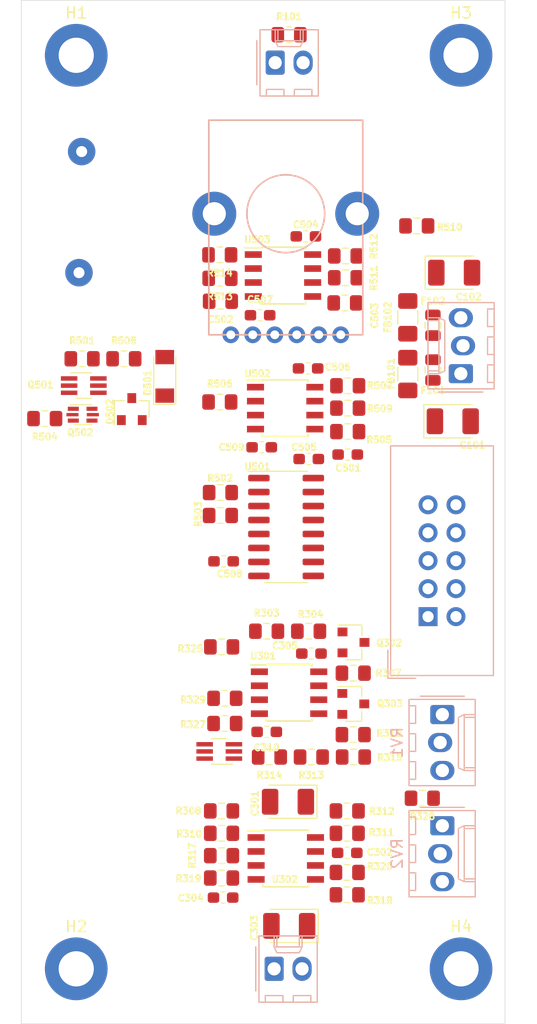
<source format=kicad_pcb>
(kicad_pcb (version 20171130) (host pcbnew "(5.1.5-0-10_14)")

  (general
    (thickness 1.6)
    (drawings 4)
    (tracks 0)
    (zones 0)
    (modules 80)
    (nets 48)
  )

  (page A4)
  (layers
    (0 F.Cu signal)
    (1 In1.Cu signal)
    (2 In2.Cu signal)
    (31 B.Cu signal)
    (32 B.Adhes user)
    (33 F.Adhes user)
    (34 B.Paste user)
    (35 F.Paste user)
    (36 B.SilkS user)
    (37 F.SilkS user)
    (38 B.Mask user)
    (39 F.Mask user)
    (40 Dwgs.User user)
    (41 Cmts.User user)
    (42 Eco1.User user)
    (43 Eco2.User user)
    (44 Edge.Cuts user)
    (45 Margin user)
    (46 B.CrtYd user)
    (47 F.CrtYd user)
    (48 B.Fab user)
    (49 F.Fab user)
  )

  (setup
    (last_trace_width 0.25)
    (user_trace_width 0.25)
    (user_trace_width 0.4)
    (user_trace_width 1)
    (user_trace_width 1.5)
    (trace_clearance 0.2)
    (zone_clearance 0.508)
    (zone_45_only no)
    (trace_min 0.2)
    (via_size 0.8)
    (via_drill 0.4)
    (via_min_size 0.4)
    (via_min_drill 0.3)
    (uvia_size 0.3)
    (uvia_drill 0.1)
    (uvias_allowed no)
    (uvia_min_size 0.2)
    (uvia_min_drill 0.1)
    (edge_width 0.05)
    (segment_width 0.2)
    (pcb_text_width 0.3)
    (pcb_text_size 1.5 1.5)
    (mod_edge_width 0.12)
    (mod_text_size 1 1)
    (mod_text_width 0.15)
    (pad_size 1.524 1.524)
    (pad_drill 0.762)
    (pad_to_mask_clearance 0.051)
    (solder_mask_min_width 0.25)
    (aux_axis_origin 0 0)
    (grid_origin 79.2988 50.2412)
    (visible_elements FFFFFF7F)
    (pcbplotparams
      (layerselection 0x310fc_ffffffff)
      (usegerberextensions false)
      (usegerberattributes false)
      (usegerberadvancedattributes false)
      (creategerberjobfile false)
      (excludeedgelayer true)
      (linewidth 0.100000)
      (plotframeref false)
      (viasonmask false)
      (mode 1)
      (useauxorigin false)
      (hpglpennumber 1)
      (hpglpenspeed 20)
      (hpglpendiameter 15.000000)
      (psnegative false)
      (psa4output false)
      (plotreference true)
      (plotvalue true)
      (plotinvisibletext false)
      (padsonsilk false)
      (subtractmaskfromsilk false)
      (outputformat 3)
      (mirror false)
      (drillshape 0)
      (scaleselection 1)
      (outputdirectory "./"))
  )

  (net 0 "")
  (net 1 +5V)
  (net 2 GND)
  (net 3 -5V)
  (net 4 "Net-(C501-Pad1)")
  (net 5 "Net-(C502-Pad1)")
  (net 6 "Net-(C503-Pad1)")
  (net 7 "Net-(D501-Pad2)")
  (net 8 "Net-(D502-Pad1)")
  (net 9 /supply+)
  (net 10 /supply-)
  (net 11 "Net-(J104-Pad1)")
  (net 12 scale_cv)
  (net 13 bias_cv)
  (net 14 hsync)
  (net 15 porch)
  (net 16 "Net-(Q302-PadB)")
  (net 17 "Net-(Q302-PadE)")
  (net 18 "Net-(Q302-PadC)")
  (net 19 "Net-(Q303-PadB)")
  (net 20 "Net-(Q303-PadE)")
  (net 21 "Net-(Q304-Pad2)")
  (net 22 "Net-(Q304-Pad4)")
  (net 23 "Net-(Q304-Pad6)")
  (net 24 "Net-(Q501-Pad2)")
  (net 25 /Resyncer/clipper_out)
  (net 26 /Resyncer/OUTPUT)
  (net 27 "Net-(R310-Pad2)")
  (net 28 "Net-(R311-Pad2)")
  (net 29 "Net-(R311-Pad1)")
  (net 30 "Net-(R317-Pad2)")
  (net 31 "Net-(R318-Pad1)")
  (net 32 /Resyncer/synctip)
  (net 33 "Net-(R505-Pad2)")
  (net 34 "Net-(R506-Pad2)")
  (net 35 "Net-(R507-Pad2)")
  (net 36 "Net-(R510-Pad2)")
  (net 37 "Net-(R511-Pad1)")
  (net 38 "Net-(R512-Pad1)")
  (net 39 "Net-(R513-Pad1)")
  (net 40 /Resyncer/delayed_burst)
  (net 41 "Net-(U501-Pad14)")
  (net 42 "Net-(F101-Pad1)")
  (net 43 "Net-(F102-Pad1)")
  (net 44 "Net-(U501-Pad15)")
  (net 45 "Net-(R303-Pad1)")
  (net 46 "Net-(R325-Pad1)")
  (net 47 /Scabi/INPUT)

  (net_class Default "This is the default net class."
    (clearance 0.2)
    (trace_width 0.25)
    (via_dia 0.8)
    (via_drill 0.4)
    (uvia_dia 0.3)
    (uvia_drill 0.1)
    (add_net /Resyncer/INPUT)
    (add_net /Resyncer/OUTPUT)
    (add_net /Resyncer/clipper_out)
    (add_net /Resyncer/delayed_burst)
    (add_net /Resyncer/synctip)
    (add_net /Scabi/INPUT)
    (add_net /Scabi/scabi-out)
    (add_net /supply+)
    (add_net /supply-)
    (add_net GND)
    (add_net "Net-(C501-Pad1)")
    (add_net "Net-(C502-Pad1)")
    (add_net "Net-(C503-Pad1)")
    (add_net "Net-(D501-Pad2)")
    (add_net "Net-(D502-Pad1)")
    (add_net "Net-(F101-Pad1)")
    (add_net "Net-(F102-Pad1)")
    (add_net "Net-(J104-Pad1)")
    (add_net "Net-(Q302-PadB)")
    (add_net "Net-(Q302-PadC)")
    (add_net "Net-(Q302-PadE)")
    (add_net "Net-(Q303-PadB)")
    (add_net "Net-(Q303-PadE)")
    (add_net "Net-(Q304-Pad2)")
    (add_net "Net-(Q304-Pad4)")
    (add_net "Net-(Q304-Pad6)")
    (add_net "Net-(Q501-Pad2)")
    (add_net "Net-(R303-Pad1)")
    (add_net "Net-(R310-Pad2)")
    (add_net "Net-(R311-Pad1)")
    (add_net "Net-(R311-Pad2)")
    (add_net "Net-(R317-Pad2)")
    (add_net "Net-(R318-Pad1)")
    (add_net "Net-(R325-Pad1)")
    (add_net "Net-(R505-Pad2)")
    (add_net "Net-(R506-Pad2)")
    (add_net "Net-(R507-Pad2)")
    (add_net "Net-(R510-Pad2)")
    (add_net "Net-(R511-Pad1)")
    (add_net "Net-(R512-Pad1)")
    (add_net "Net-(R513-Pad1)")
    (add_net "Net-(U501-Pad1)")
    (add_net "Net-(U501-Pad14)")
    (add_net "Net-(U501-Pad15)")
    (add_net bias_cv)
    (add_net colorburst)
    (add_net genlock)
    (add_net hsync)
    (add_net porch)
    (add_net scale_cv)
    (add_net vsync)
  )

  (net_class Power ""
    (clearance 0.2)
    (trace_width 1)
    (via_dia 0.8)
    (via_drill 0.4)
    (uvia_dia 0.3)
    (uvia_drill 0.1)
    (add_net +5V)
    (add_net -5V)
  )

  (module MountingHole:MountingHole_3.2mm_M3_ISO7380_Pad (layer F.Cu) (tedit 56D1B4CB) (tstamp 5FD3CF83)
    (at 181.2988 149.2412)
    (descr "Mounting Hole 3.2mm, M3, ISO7380")
    (tags "mounting hole 3.2mm m3 iso7380")
    (path /5FF12D61/5FD44787)
    (attr virtual)
    (fp_text reference H4 (at 0 -3.85) (layer F.SilkS)
      (effects (font (size 1 1) (thickness 0.15)))
    )
    (fp_text value MountingHole_Pad (at 0 3.85) (layer F.Fab)
      (effects (font (size 1 1) (thickness 0.15)))
    )
    (fp_circle (center 0 0) (end 3.1 0) (layer F.CrtYd) (width 0.05))
    (fp_circle (center 0 0) (end 2.85 0) (layer Cmts.User) (width 0.15))
    (fp_text user %R (at 0.3 0) (layer F.Fab)
      (effects (font (size 1 1) (thickness 0.15)))
    )
    (pad 1 thru_hole circle (at 0 0) (size 5.7 5.7) (drill 3.2) (layers *.Cu *.Mask)
      (net 2 GND))
  )

  (module MountingHole:MountingHole_3.2mm_M3_ISO7380_Pad (layer F.Cu) (tedit 56D1B4CB) (tstamp 5FD3CF7B)
    (at 181.2988 66.2412)
    (descr "Mounting Hole 3.2mm, M3, ISO7380")
    (tags "mounting hole 3.2mm m3 iso7380")
    (path /5FF12D61/5FD456A7)
    (attr virtual)
    (fp_text reference H3 (at 0 -3.85) (layer F.SilkS)
      (effects (font (size 1 1) (thickness 0.15)))
    )
    (fp_text value MountingHole_Pad (at 0 3.85) (layer F.Fab)
      (effects (font (size 1 1) (thickness 0.15)))
    )
    (fp_circle (center 0 0) (end 3.1 0) (layer F.CrtYd) (width 0.05))
    (fp_circle (center 0 0) (end 2.85 0) (layer Cmts.User) (width 0.15))
    (fp_text user %R (at 0.3 0) (layer F.Fab)
      (effects (font (size 1 1) (thickness 0.15)))
    )
    (pad 1 thru_hole circle (at 0 0) (size 5.7 5.7) (drill 3.2) (layers *.Cu *.Mask)
      (net 2 GND))
  )

  (module MountingHole:MountingHole_3.2mm_M3_ISO7380_Pad (layer F.Cu) (tedit 56D1B4CB) (tstamp 5FD3CF73)
    (at 146.2988 149.2412)
    (descr "Mounting Hole 3.2mm, M3, ISO7380")
    (tags "mounting hole 3.2mm m3 iso7380")
    (path /5FF12D61/5FD440A1)
    (attr virtual)
    (fp_text reference H2 (at 0 -3.85) (layer F.SilkS)
      (effects (font (size 1 1) (thickness 0.15)))
    )
    (fp_text value MountingHole_Pad (at 0 3.85) (layer F.Fab)
      (effects (font (size 1 1) (thickness 0.15)))
    )
    (fp_circle (center 0 0) (end 3.1 0) (layer F.CrtYd) (width 0.05))
    (fp_circle (center 0 0) (end 2.85 0) (layer Cmts.User) (width 0.15))
    (fp_text user %R (at 0.3 0) (layer F.Fab)
      (effects (font (size 1 1) (thickness 0.15)))
    )
    (pad 1 thru_hole circle (at 0 0) (size 5.7 5.7) (drill 3.2) (layers *.Cu *.Mask)
      (net 2 GND))
  )

  (module MountingHole:MountingHole_3.2mm_M3_ISO7380_Pad (layer F.Cu) (tedit 56D1B4CB) (tstamp 5FD3CF6B)
    (at 146.2988 66.2412)
    (descr "Mounting Hole 3.2mm, M3, ISO7380")
    (tags "mounting hole 3.2mm m3 iso7380")
    (path /5FF12D61/5FD45693)
    (attr virtual)
    (fp_text reference H1 (at 0 -3.85) (layer F.SilkS)
      (effects (font (size 1 1) (thickness 0.15)))
    )
    (fp_text value MountingHole_Pad (at 0 3.85) (layer F.Fab)
      (effects (font (size 1 1) (thickness 0.15)))
    )
    (fp_circle (center 0 0) (end 3.1 0) (layer F.CrtYd) (width 0.05))
    (fp_circle (center 0 0) (end 2.85 0) (layer Cmts.User) (width 0.15))
    (fp_text user %R (at 0.3 0) (layer F.Fab)
      (effects (font (size 1 1) (thickness 0.15)))
    )
    (pad 1 thru_hole circle (at 0 0) (size 5.7 5.7) (drill 3.2) (layers *.Cu *.Mask)
      (net 2 GND))
  )

  (module synkie_footprints:Molex_KK-254_AE-6410-03A_1x03_P2.54mm_Vertical (layer B.Cu) (tedit 5E9C4158) (tstamp 5FD06005)
    (at 179.5988 136.2412 270)
    (descr "Molex KK-254 Interconnect System, old/engineering part number: AE-6410-03A example for new part number: 22-27-2031, 3 Pins (http://www.molex.com/pdm_docs/sd/022272021_sd.pdf), generated with kicad-footprint-generator")
    (tags "connector Molex KK-254 side entry")
    (path /5FCFEDA2)
    (fp_text reference RV2 (at 2.54 4.12 90) (layer B.SilkS)
      (effects (font (size 1 1) (thickness 0.15)) (justify mirror))
    )
    (fp_text value R_POT (at 2.54 -4.08 90) (layer B.Fab)
      (effects (font (size 1 1) (thickness 0.15)) (justify mirror))
    )
    (fp_text user %R (at 2.54 2.22 90) (layer B.Fab)
      (effects (font (size 1 1) (thickness 0.15)) (justify mirror))
    )
    (fp_line (start 6.85 3.42) (end -1.77 3.42) (layer B.CrtYd) (width 0.05))
    (fp_line (start 6.85 -3.38) (end 6.85 3.42) (layer B.CrtYd) (width 0.05))
    (fp_line (start -1.77 -3.38) (end 6.85 -3.38) (layer B.CrtYd) (width 0.05))
    (fp_line (start -1.77 3.42) (end -1.77 -3.38) (layer B.CrtYd) (width 0.05))
    (fp_line (start 5.88 2.43) (end 5.88 3.03) (layer B.SilkS) (width 0.12))
    (fp_line (start 4.28 2.43) (end 5.88 2.43) (layer B.SilkS) (width 0.12))
    (fp_line (start 4.28 3.03) (end 4.28 2.43) (layer B.SilkS) (width 0.12))
    (fp_line (start 3.34 2.43) (end 3.34 3.03) (layer B.SilkS) (width 0.12))
    (fp_line (start 1.74 2.43) (end 3.34 2.43) (layer B.SilkS) (width 0.12))
    (fp_line (start 1.74 3.03) (end 1.74 2.43) (layer B.SilkS) (width 0.12))
    (fp_line (start 0.8 2.43) (end 0.8 3.03) (layer B.SilkS) (width 0.12))
    (fp_line (start -0.8 2.43) (end 0.8 2.43) (layer B.SilkS) (width 0.12))
    (fp_line (start -0.8 3.03) (end -0.8 2.43) (layer B.SilkS) (width 0.12))
    (fp_line (start 4.83 -2.99) (end 4.83 -1.99) (layer B.SilkS) (width 0.12))
    (fp_line (start 0.25 -2.99) (end 0.25 -1.99) (layer B.SilkS) (width 0.12))
    (fp_line (start 4.83 -1.46) (end 5.08 -1.99) (layer B.SilkS) (width 0.12))
    (fp_line (start 0.25 -1.46) (end 4.83 -1.46) (layer B.SilkS) (width 0.12))
    (fp_line (start 0 -1.99) (end 0.25 -1.46) (layer B.SilkS) (width 0.12))
    (fp_line (start 5.08 -1.99) (end 5.08 -2.99) (layer B.SilkS) (width 0.12))
    (fp_line (start 0 -1.99) (end 5.08 -1.99) (layer B.SilkS) (width 0.12))
    (fp_line (start 0 -2.99) (end 0 -1.99) (layer B.SilkS) (width 0.12))
    (fp_line (start -0.562893 0) (end -1.27 -0.5) (layer B.Fab) (width 0.1))
    (fp_line (start -1.27 0.5) (end -0.562893 0) (layer B.Fab) (width 0.1))
    (fp_line (start -1.67 2) (end -1.67 -2) (layer B.SilkS) (width 0.12))
    (fp_line (start 6.46 3.03) (end -1.38 3.03) (layer B.SilkS) (width 0.12))
    (fp_line (start 6.46 -2.99) (end 6.46 3.03) (layer B.SilkS) (width 0.12))
    (fp_line (start -1.38 -2.99) (end 6.46 -2.99) (layer B.SilkS) (width 0.12))
    (fp_line (start -1.38 3.03) (end -1.38 -2.99) (layer B.SilkS) (width 0.12))
    (fp_line (start 6.35 2.92) (end -1.27 2.92) (layer B.Fab) (width 0.1))
    (fp_line (start 6.35 -2.88) (end 6.35 2.92) (layer B.Fab) (width 0.1))
    (fp_line (start -1.27 -2.88) (end 6.35 -2.88) (layer B.Fab) (width 0.1))
    (fp_line (start -1.27 2.92) (end -1.27 -2.88) (layer B.Fab) (width 0.1))
    (pad 3 thru_hole oval (at 5.08 0 270) (size 1.74 2.2) (drill 1.2) (layers *.Cu *.Mask)
      (net 3 -5V))
    (pad 2 thru_hole oval (at 2.54 0.2 270) (size 1.74 2.2) (drill 1.2) (layers *.Cu *.Mask)
      (net 12 scale_cv))
    (pad 1 thru_hole roundrect (at 0 0 270) (size 1.74 2.2) (drill 1.2) (layers *.Cu *.Mask) (roundrect_rratio 0.143678)
      (net 1 +5V))
    (model ${KISYS3DMOD}/Connector_Molex.3dshapes/Molex_KK-254_AE-6410-03A_1x03_P2.54mm_Vertical.wrl
      (at (xyz 0 0 0))
      (scale (xyz 1 1 1))
      (rotate (xyz 0 0 0))
    )
  )

  (module synkie_footprints:Molex_KK-254_AE-6410-03A_1x03_P2.54mm_Vertical (layer B.Cu) (tedit 5E9C4158) (tstamp 5FD05FEB)
    (at 179.5988 126.1412 270)
    (descr "Molex KK-254 Interconnect System, old/engineering part number: AE-6410-03A example for new part number: 22-27-2031, 3 Pins (http://www.molex.com/pdm_docs/sd/022272021_sd.pdf), generated with kicad-footprint-generator")
    (tags "connector Molex KK-254 side entry")
    (path /5FD0092C)
    (fp_text reference RV1 (at 2.54 4.12 90) (layer B.SilkS)
      (effects (font (size 1 1) (thickness 0.15)) (justify mirror))
    )
    (fp_text value R_POT (at 2.54 -4.08 90) (layer B.Fab)
      (effects (font (size 1 1) (thickness 0.15)) (justify mirror))
    )
    (fp_text user %R (at 2.54 2.22 90) (layer B.Fab)
      (effects (font (size 1 1) (thickness 0.15)) (justify mirror))
    )
    (fp_line (start 6.85 3.42) (end -1.77 3.42) (layer B.CrtYd) (width 0.05))
    (fp_line (start 6.85 -3.38) (end 6.85 3.42) (layer B.CrtYd) (width 0.05))
    (fp_line (start -1.77 -3.38) (end 6.85 -3.38) (layer B.CrtYd) (width 0.05))
    (fp_line (start -1.77 3.42) (end -1.77 -3.38) (layer B.CrtYd) (width 0.05))
    (fp_line (start 5.88 2.43) (end 5.88 3.03) (layer B.SilkS) (width 0.12))
    (fp_line (start 4.28 2.43) (end 5.88 2.43) (layer B.SilkS) (width 0.12))
    (fp_line (start 4.28 3.03) (end 4.28 2.43) (layer B.SilkS) (width 0.12))
    (fp_line (start 3.34 2.43) (end 3.34 3.03) (layer B.SilkS) (width 0.12))
    (fp_line (start 1.74 2.43) (end 3.34 2.43) (layer B.SilkS) (width 0.12))
    (fp_line (start 1.74 3.03) (end 1.74 2.43) (layer B.SilkS) (width 0.12))
    (fp_line (start 0.8 2.43) (end 0.8 3.03) (layer B.SilkS) (width 0.12))
    (fp_line (start -0.8 2.43) (end 0.8 2.43) (layer B.SilkS) (width 0.12))
    (fp_line (start -0.8 3.03) (end -0.8 2.43) (layer B.SilkS) (width 0.12))
    (fp_line (start 4.83 -2.99) (end 4.83 -1.99) (layer B.SilkS) (width 0.12))
    (fp_line (start 0.25 -2.99) (end 0.25 -1.99) (layer B.SilkS) (width 0.12))
    (fp_line (start 4.83 -1.46) (end 5.08 -1.99) (layer B.SilkS) (width 0.12))
    (fp_line (start 0.25 -1.46) (end 4.83 -1.46) (layer B.SilkS) (width 0.12))
    (fp_line (start 0 -1.99) (end 0.25 -1.46) (layer B.SilkS) (width 0.12))
    (fp_line (start 5.08 -1.99) (end 5.08 -2.99) (layer B.SilkS) (width 0.12))
    (fp_line (start 0 -1.99) (end 5.08 -1.99) (layer B.SilkS) (width 0.12))
    (fp_line (start 0 -2.99) (end 0 -1.99) (layer B.SilkS) (width 0.12))
    (fp_line (start -0.562893 0) (end -1.27 -0.5) (layer B.Fab) (width 0.1))
    (fp_line (start -1.27 0.5) (end -0.562893 0) (layer B.Fab) (width 0.1))
    (fp_line (start -1.67 2) (end -1.67 -2) (layer B.SilkS) (width 0.12))
    (fp_line (start 6.46 3.03) (end -1.38 3.03) (layer B.SilkS) (width 0.12))
    (fp_line (start 6.46 -2.99) (end 6.46 3.03) (layer B.SilkS) (width 0.12))
    (fp_line (start -1.38 -2.99) (end 6.46 -2.99) (layer B.SilkS) (width 0.12))
    (fp_line (start -1.38 3.03) (end -1.38 -2.99) (layer B.SilkS) (width 0.12))
    (fp_line (start 6.35 2.92) (end -1.27 2.92) (layer B.Fab) (width 0.1))
    (fp_line (start 6.35 -2.88) (end 6.35 2.92) (layer B.Fab) (width 0.1))
    (fp_line (start -1.27 -2.88) (end 6.35 -2.88) (layer B.Fab) (width 0.1))
    (fp_line (start -1.27 2.92) (end -1.27 -2.88) (layer B.Fab) (width 0.1))
    (pad 3 thru_hole oval (at 5.08 0 270) (size 1.74 2.2) (drill 1.2) (layers *.Cu *.Mask)
      (net 3 -5V))
    (pad 2 thru_hole oval (at 2.54 0.2 270) (size 1.74 2.2) (drill 1.2) (layers *.Cu *.Mask)
      (net 13 bias_cv))
    (pad 1 thru_hole roundrect (at 0 0 270) (size 1.74 2.2) (drill 1.2) (layers *.Cu *.Mask) (roundrect_rratio 0.143678)
      (net 1 +5V))
    (model ${KISYS3DMOD}/Connector_Molex.3dshapes/Molex_KK-254_AE-6410-03A_1x03_P2.54mm_Vertical.wrl
      (at (xyz 0 0 0))
      (scale (xyz 1 1 1))
      (rotate (xyz 0 0 0))
    )
  )

  (module synkie_footprints:R_0805_2012Metric_Pad1.15x1.40mm_HandSolder (layer F.Cu) (tedit 5B36C52B) (tstamp 5FBC156A)
    (at 177.7738 133.7412 180)
    (descr "Resistor SMD 0805 (2012 Metric), square (rectangular) end terminal, IPC_7351 nominal with elongated pad for handsoldering. (Body size source: https://docs.google.com/spreadsheets/d/1BsfQQcO9C6DZCsRaXUlFlo91Tg2WpOkGARC1WS5S8t0/edit?usp=sharing), generated with kicad-footprint-generator")
    (tags "resistor handsolder")
    (path /5FD30D96/5FD5CBBC)
    (attr smd)
    (fp_text reference R328 (at 0 -1.65) (layer F.SilkS)
      (effects (font (size 0.6 0.6) (thickness 0.15)))
    )
    (fp_text value 100k (at 0 1.65) (layer F.Fab)
      (effects (font (size 1 1) (thickness 0.15)))
    )
    (fp_text user %R (at 0 0) (layer F.Fab)
      (effects (font (size 0.5 0.5) (thickness 0.08)))
    )
    (fp_line (start 1.85 0.95) (end -1.85 0.95) (layer F.CrtYd) (width 0.05))
    (fp_line (start 1.85 -0.95) (end 1.85 0.95) (layer F.CrtYd) (width 0.05))
    (fp_line (start -1.85 -0.95) (end 1.85 -0.95) (layer F.CrtYd) (width 0.05))
    (fp_line (start -1.85 0.95) (end -1.85 -0.95) (layer F.CrtYd) (width 0.05))
    (fp_line (start -0.261252 0.71) (end 0.261252 0.71) (layer F.SilkS) (width 0.12))
    (fp_line (start -0.261252 -0.71) (end 0.261252 -0.71) (layer F.SilkS) (width 0.12))
    (fp_line (start 1 0.6) (end -1 0.6) (layer F.Fab) (width 0.1))
    (fp_line (start 1 -0.6) (end 1 0.6) (layer F.Fab) (width 0.1))
    (fp_line (start -1 -0.6) (end 1 -0.6) (layer F.Fab) (width 0.1))
    (fp_line (start -1 0.6) (end -1 -0.6) (layer F.Fab) (width 0.1))
    (pad 2 smd roundrect (at 1.025 0 180) (size 1.15 1.4) (layers F.Cu F.Paste F.Mask) (roundrect_rratio 0.217391)
      (net 46 "Net-(R325-Pad1)"))
    (pad 1 smd roundrect (at -1.025 0 180) (size 1.15 1.4) (layers F.Cu F.Paste F.Mask) (roundrect_rratio 0.217391)
      (net 12 scale_cv))
    (model ${KISYS3DMOD}/Resistor_SMD.3dshapes/R_0805_2012Metric.wrl
      (at (xyz 0 0 0))
      (scale (xyz 1 1 1))
      (rotate (xyz 0 0 0))
    )
  )

  (module Fuse:Fuse_0805_2012Metric (layer F.Cu) (tedit 5B36C52C) (tstamp 5FD3E047)
    (at 178.7408 90.7707 270)
    (descr "Fuse SMD 0805 (2012 Metric), square (rectangular) end terminal, IPC_7351 nominal, (Body size source: https://docs.google.com/spreadsheets/d/1BsfQQcO9C6DZCsRaXUlFlo91Tg2WpOkGARC1WS5S8t0/edit?usp=sharing), generated with kicad-footprint-generator")
    (tags resistor)
    (path /60201E7E)
    (attr smd)
    (fp_text reference F102 (at -2.2075 0) (layer F.SilkS)
      (effects (font (size 0.6 0.6) (thickness 0.15)))
    )
    (fp_text value Polyfuse (at 0 1.65 90) (layer F.Fab)
      (effects (font (size 1 1) (thickness 0.15)))
    )
    (fp_text user %R (at 0 0 90) (layer F.Fab)
      (effects (font (size 0.5 0.5) (thickness 0.08)))
    )
    (fp_line (start 1.68 0.95) (end -1.68 0.95) (layer F.CrtYd) (width 0.05))
    (fp_line (start 1.68 -0.95) (end 1.68 0.95) (layer F.CrtYd) (width 0.05))
    (fp_line (start -1.68 -0.95) (end 1.68 -0.95) (layer F.CrtYd) (width 0.05))
    (fp_line (start -1.68 0.95) (end -1.68 -0.95) (layer F.CrtYd) (width 0.05))
    (fp_line (start -0.258578 0.71) (end 0.258578 0.71) (layer F.SilkS) (width 0.12))
    (fp_line (start -0.258578 -0.71) (end 0.258578 -0.71) (layer F.SilkS) (width 0.12))
    (fp_line (start 1 0.6) (end -1 0.6) (layer F.Fab) (width 0.1))
    (fp_line (start 1 -0.6) (end 1 0.6) (layer F.Fab) (width 0.1))
    (fp_line (start -1 -0.6) (end 1 -0.6) (layer F.Fab) (width 0.1))
    (fp_line (start -1 0.6) (end -1 -0.6) (layer F.Fab) (width 0.1))
    (pad 2 smd roundrect (at 0.9375 0 270) (size 0.975 1.4) (layers F.Cu F.Paste F.Mask) (roundrect_rratio 0.25)
      (net 10 /supply-))
    (pad 1 smd roundrect (at -0.9375 0 270) (size 0.975 1.4) (layers F.Cu F.Paste F.Mask) (roundrect_rratio 0.25)
      (net 43 "Net-(F102-Pad1)"))
    (model ${KISYS3DMOD}/Fuse.3dshapes/Fuse_0805_2012Metric.wrl
      (at (xyz 0 0 0))
      (scale (xyz 1 1 1))
      (rotate (xyz 0 0 0))
    )
  )

  (module Fuse:Fuse_0805_2012Metric (layer F.Cu) (tedit 5B36C52C) (tstamp 5FD3E017)
    (at 178.7408 94.8347 90)
    (descr "Fuse SMD 0805 (2012 Metric), square (rectangular) end terminal, IPC_7351 nominal, (Body size source: https://docs.google.com/spreadsheets/d/1BsfQQcO9C6DZCsRaXUlFlo91Tg2WpOkGARC1WS5S8t0/edit?usp=sharing), generated with kicad-footprint-generator")
    (tags resistor)
    (path /6020292B)
    (attr smd)
    (fp_text reference F101 (at -1.8565 0) (layer F.SilkS)
      (effects (font (size 0.6 0.6) (thickness 0.15)))
    )
    (fp_text value Polyfuse (at 0 1.65 90) (layer F.Fab)
      (effects (font (size 1 1) (thickness 0.15)))
    )
    (fp_text user %R (at 0 0 90) (layer F.Fab)
      (effects (font (size 0.5 0.5) (thickness 0.08)))
    )
    (fp_line (start 1.68 0.95) (end -1.68 0.95) (layer F.CrtYd) (width 0.05))
    (fp_line (start 1.68 -0.95) (end 1.68 0.95) (layer F.CrtYd) (width 0.05))
    (fp_line (start -1.68 -0.95) (end 1.68 -0.95) (layer F.CrtYd) (width 0.05))
    (fp_line (start -1.68 0.95) (end -1.68 -0.95) (layer F.CrtYd) (width 0.05))
    (fp_line (start -0.258578 0.71) (end 0.258578 0.71) (layer F.SilkS) (width 0.12))
    (fp_line (start -0.258578 -0.71) (end 0.258578 -0.71) (layer F.SilkS) (width 0.12))
    (fp_line (start 1 0.6) (end -1 0.6) (layer F.Fab) (width 0.1))
    (fp_line (start 1 -0.6) (end 1 0.6) (layer F.Fab) (width 0.1))
    (fp_line (start -1 -0.6) (end 1 -0.6) (layer F.Fab) (width 0.1))
    (fp_line (start -1 0.6) (end -1 -0.6) (layer F.Fab) (width 0.1))
    (pad 2 smd roundrect (at 0.9375 0 90) (size 0.975 1.4) (layers F.Cu F.Paste F.Mask) (roundrect_rratio 0.25)
      (net 9 /supply+))
    (pad 1 smd roundrect (at -0.9375 0 90) (size 0.975 1.4) (layers F.Cu F.Paste F.Mask) (roundrect_rratio 0.25)
      (net 42 "Net-(F101-Pad1)"))
    (model ${KISYS3DMOD}/Fuse.3dshapes/Fuse_0805_2012Metric.wrl
      (at (xyz 0 0 0))
      (scale (xyz 1 1 1))
      (rotate (xyz 0 0 0))
    )
  )

  (module synkie_footprints:SOT-23_BEC (layer F.Cu) (tedit 5DCAD918) (tstamp 5FC214EC)
    (at 171.5168 119.5832)
    (descr "SOT-23, Base-Emittor-Collector")
    (tags "SOT-23, BEC")
    (path /5FD30D96/5FD5CAA1)
    (attr smd)
    (fp_text reference Q302 (at 3.244 0.052) (layer F.SilkS)
      (effects (font (size 0.6 0.6) (thickness 0.15)))
    )
    (fp_text value PNP (at 0 2.5) (layer F.Fab)
      (effects (font (size 1 1) (thickness 0.15)))
    )
    (fp_text user %R (at 0 0 90) (layer F.Fab)
      (effects (font (size 0.5 0.5) (thickness 0.075)))
    )
    (fp_line (start -0.7 -0.95) (end -0.7 1.5) (layer F.Fab) (width 0.1))
    (fp_line (start -0.15 -1.52) (end 0.7 -1.52) (layer F.Fab) (width 0.1))
    (fp_line (start -0.7 -0.95) (end -0.15 -1.52) (layer F.Fab) (width 0.1))
    (fp_line (start 0.7 -1.52) (end 0.7 1.52) (layer F.Fab) (width 0.1))
    (fp_line (start -0.7 1.52) (end 0.7 1.52) (layer F.Fab) (width 0.1))
    (fp_line (start 0.76 1.58) (end 0.76 0.65) (layer F.SilkS) (width 0.12))
    (fp_line (start 0.76 -1.58) (end 0.76 -0.65) (layer F.SilkS) (width 0.12))
    (fp_line (start -1.7 -1.75) (end 1.7 -1.75) (layer F.CrtYd) (width 0.05))
    (fp_line (start 1.7 -1.75) (end 1.7 1.75) (layer F.CrtYd) (width 0.05))
    (fp_line (start 1.7 1.75) (end -1.7 1.75) (layer F.CrtYd) (width 0.05))
    (fp_line (start -1.7 1.75) (end -1.7 -1.75) (layer F.CrtYd) (width 0.05))
    (fp_line (start 0.76 -1.58) (end -1.4 -1.58) (layer F.SilkS) (width 0.12))
    (fp_line (start 0.76 1.58) (end -0.7 1.58) (layer F.SilkS) (width 0.12))
    (pad B smd rect (at -1 -0.95) (size 0.9 0.8) (layers F.Cu F.Paste F.Mask)
      (net 16 "Net-(Q302-PadB)"))
    (pad E smd rect (at -1 0.95) (size 0.9 0.8) (layers F.Cu F.Paste F.Mask)
      (net 17 "Net-(Q302-PadE)"))
    (pad C smd rect (at 1 0) (size 0.9 0.8) (layers F.Cu F.Paste F.Mask)
      (net 18 "Net-(Q302-PadC)"))
    (model ${KISYS3DMOD}/Package_TO_SOT_SMD.3dshapes/SOT-23.wrl
      (at (xyz 0 0 0))
      (scale (xyz 1 1 1))
      (rotate (xyz 0 0 0))
    )
  )

  (module synkie_footprints:R_0805_2012Metric_Pad1.15x1.40mm_HandSolder (layer F.Cu) (tedit 5B36C52B) (tstamp 5FC14C58)
    (at 143.4358 99.2492 180)
    (descr "Resistor SMD 0805 (2012 Metric), square (rectangular) end terminal, IPC_7351 nominal with elongated pad for handsoldering. (Body size source: https://docs.google.com/spreadsheets/d/1BsfQQcO9C6DZCsRaXUlFlo91Tg2WpOkGARC1WS5S8t0/edit?usp=sharing), generated with kicad-footprint-generator")
    (tags "resistor handsolder")
    (path /5FED65BF/5FEF254A)
    (attr smd)
    (fp_text reference R504 (at 0 -1.65) (layer F.SilkS)
      (effects (font (size 0.6 0.6) (thickness 0.15)))
    )
    (fp_text value 5k6 (at 0 1.65) (layer F.Fab)
      (effects (font (size 1 1) (thickness 0.15)))
    )
    (fp_text user %R (at 0 0) (layer F.Fab)
      (effects (font (size 0.5 0.5) (thickness 0.08)))
    )
    (fp_line (start 1.85 0.95) (end -1.85 0.95) (layer F.CrtYd) (width 0.05))
    (fp_line (start 1.85 -0.95) (end 1.85 0.95) (layer F.CrtYd) (width 0.05))
    (fp_line (start -1.85 -0.95) (end 1.85 -0.95) (layer F.CrtYd) (width 0.05))
    (fp_line (start -1.85 0.95) (end -1.85 -0.95) (layer F.CrtYd) (width 0.05))
    (fp_line (start -0.261252 0.71) (end 0.261252 0.71) (layer F.SilkS) (width 0.12))
    (fp_line (start -0.261252 -0.71) (end 0.261252 -0.71) (layer F.SilkS) (width 0.12))
    (fp_line (start 1 0.6) (end -1 0.6) (layer F.Fab) (width 0.1))
    (fp_line (start 1 -0.6) (end 1 0.6) (layer F.Fab) (width 0.1))
    (fp_line (start -1 -0.6) (end 1 -0.6) (layer F.Fab) (width 0.1))
    (fp_line (start -1 0.6) (end -1 -0.6) (layer F.Fab) (width 0.1))
    (pad 2 smd roundrect (at 1.025 0 180) (size 1.15 1.4) (layers F.Cu F.Paste F.Mask) (roundrect_rratio 0.217391)
      (net 24 "Net-(Q501-Pad2)"))
    (pad 1 smd roundrect (at -1.025 0 180) (size 1.15 1.4) (layers F.Cu F.Paste F.Mask) (roundrect_rratio 0.217391)
      (net 3 -5V))
    (model ${KISYS3DMOD}/Resistor_SMD.3dshapes/R_0805_2012Metric.wrl
      (at (xyz 0 0 0))
      (scale (xyz 1 1 1))
      (rotate (xyz 0 0 0))
    )
  )

  (module Diode_SMD:D_SOT-23_ANK (layer F.Cu) (tedit 587CCEF9) (tstamp 5FC148A7)
    (at 151.3516 98.3856 90)
    (descr "SOT-23, Single Diode")
    (tags SOT-23)
    (path /5FED65BF/5FEF2648)
    (attr smd)
    (fp_text reference D502 (at -0.2376 -1.9888 90) (layer F.SilkS)
      (effects (font (size 0.6 0.6) (thickness 0.15)))
    )
    (fp_text value BAT54 (at 0 2.5 90) (layer F.Fab)
      (effects (font (size 1 1) (thickness 0.15)))
    )
    (fp_line (start 0.76 1.58) (end -0.7 1.58) (layer F.SilkS) (width 0.12))
    (fp_line (start -0.7 -1.52) (end -0.7 1.52) (layer F.Fab) (width 0.1))
    (fp_line (start -0.7 -1.52) (end 0.7 -1.52) (layer F.Fab) (width 0.1))
    (fp_line (start 0.76 -1.58) (end -1.4 -1.58) (layer F.SilkS) (width 0.12))
    (fp_line (start -1.7 1.75) (end -1.7 -1.75) (layer F.CrtYd) (width 0.05))
    (fp_line (start 1.7 1.75) (end -1.7 1.75) (layer F.CrtYd) (width 0.05))
    (fp_line (start 1.7 -1.75) (end 1.7 1.75) (layer F.CrtYd) (width 0.05))
    (fp_line (start -1.7 -1.75) (end 1.7 -1.75) (layer F.CrtYd) (width 0.05))
    (fp_line (start -0.7 1.52) (end 0.7 1.52) (layer F.Fab) (width 0.1))
    (fp_line (start 0.7 -1.52) (end 0.7 1.52) (layer F.Fab) (width 0.1))
    (fp_line (start 0.76 -1.58) (end 0.76 -0.65) (layer F.SilkS) (width 0.12))
    (fp_line (start 0.76 1.58) (end 0.76 0.65) (layer F.SilkS) (width 0.12))
    (fp_line (start 0.15 -0.65) (end 0.15 -0.25) (layer F.Fab) (width 0.1))
    (fp_line (start 0.15 -0.45) (end 0.4 -0.45) (layer F.Fab) (width 0.1))
    (fp_line (start 0.15 -0.45) (end -0.15 -0.65) (layer F.Fab) (width 0.1))
    (fp_line (start -0.15 -0.65) (end -0.15 -0.25) (layer F.Fab) (width 0.1))
    (fp_line (start -0.15 -0.25) (end 0.15 -0.45) (layer F.Fab) (width 0.1))
    (fp_line (start -0.15 -0.45) (end -0.4 -0.45) (layer F.Fab) (width 0.1))
    (fp_text user %R (at 0 -2.5 90) (layer F.Fab)
      (effects (font (size 1 1) (thickness 0.15)))
    )
    (pad 1 smd rect (at 1 0 90) (size 0.9 0.8) (layers F.Cu F.Paste F.Mask)
      (net 8 "Net-(D502-Pad1)"))
    (pad "" smd rect (at -1 0.95 90) (size 0.9 0.8) (layers F.Cu F.Paste F.Mask))
    (pad 2 smd rect (at -1 -0.95 90) (size 0.9 0.8) (layers F.Cu F.Paste F.Mask)
      (net 2 GND))
    (model ${KISYS3DMOD}/Diode_SMD.3dshapes/D_SOT-23.wrl
      (at (xyz 0 0 0))
      (scale (xyz 1 1 1))
      (rotate (xyz 0 0 0))
    )
  )

  (module synkie_footprints:SOIC-8_3.9x4.9mm_P1.27mm (layer F.Cu) (tedit 5A02F2D3) (tstamp 5FC21D3D)
    (at 165.1032 86.25)
    (descr "8-Lead Plastic Small Outline (SN) - Narrow, 3.90 mm Body [SOIC] (see Microchip Packaging Specification 00000049BS.pdf)")
    (tags "SOIC 1.27")
    (path /5FED65BF/5FEF249D)
    (attr smd)
    (fp_text reference U503 (at -2.3324 -3.2748) (layer F.SilkS)
      (effects (font (size 0.6 0.6) (thickness 0.15)))
    )
    (fp_text value LMH6643 (at 0 3.5) (layer F.Fab)
      (effects (font (size 1 1) (thickness 0.15)))
    )
    (fp_line (start -2.075 -2.525) (end -3.475 -2.525) (layer F.SilkS) (width 0.15))
    (fp_line (start -2.075 2.575) (end 2.075 2.575) (layer F.SilkS) (width 0.15))
    (fp_line (start -2.075 -2.575) (end 2.075 -2.575) (layer F.SilkS) (width 0.15))
    (fp_line (start -2.075 2.575) (end -2.075 2.43) (layer F.SilkS) (width 0.15))
    (fp_line (start 2.075 2.575) (end 2.075 2.43) (layer F.SilkS) (width 0.15))
    (fp_line (start 2.075 -2.575) (end 2.075 -2.43) (layer F.SilkS) (width 0.15))
    (fp_line (start -2.075 -2.575) (end -2.075 -2.525) (layer F.SilkS) (width 0.15))
    (fp_line (start -3.73 2.7) (end 3.73 2.7) (layer F.CrtYd) (width 0.05))
    (fp_line (start -3.73 -2.7) (end 3.73 -2.7) (layer F.CrtYd) (width 0.05))
    (fp_line (start 3.73 -2.7) (end 3.73 2.7) (layer F.CrtYd) (width 0.05))
    (fp_line (start -3.73 -2.7) (end -3.73 2.7) (layer F.CrtYd) (width 0.05))
    (fp_line (start -1.95 -1.45) (end -0.95 -2.45) (layer F.Fab) (width 0.1))
    (fp_line (start -1.95 2.45) (end -1.95 -1.45) (layer F.Fab) (width 0.1))
    (fp_line (start 1.95 2.45) (end -1.95 2.45) (layer F.Fab) (width 0.1))
    (fp_line (start 1.95 -2.45) (end 1.95 2.45) (layer F.Fab) (width 0.1))
    (fp_line (start -0.95 -2.45) (end 1.95 -2.45) (layer F.Fab) (width 0.1))
    (fp_text user %R (at 0 0) (layer F.Fab)
      (effects (font (size 1 1) (thickness 0.15)))
    )
    (pad 8 smd rect (at 2.7 -1.905) (size 1.55 0.6) (layers F.Cu F.Paste F.Mask)
      (net 1 +5V))
    (pad 7 smd rect (at 2.7 -0.635) (size 1.55 0.6) (layers F.Cu F.Paste F.Mask)
      (net 38 "Net-(R512-Pad1)"))
    (pad 6 smd rect (at 2.7 0.635) (size 1.55 0.6) (layers F.Cu F.Paste F.Mask)
      (net 37 "Net-(R511-Pad1)"))
    (pad 5 smd rect (at 2.7 1.905) (size 1.55 0.6) (layers F.Cu F.Paste F.Mask)
      (net 6 "Net-(C503-Pad1)"))
    (pad 4 smd rect (at -2.7 1.905) (size 1.55 0.6) (layers F.Cu F.Paste F.Mask)
      (net 3 -5V))
    (pad 3 smd rect (at -2.7 0.635) (size 1.55 0.6) (layers F.Cu F.Paste F.Mask)
      (net 5 "Net-(C502-Pad1)"))
    (pad 2 smd rect (at -2.7 -0.635) (size 1.55 0.6) (layers F.Cu F.Paste F.Mask)
      (net 39 "Net-(R513-Pad1)"))
    (pad 1 smd rect (at -2.7 -1.905) (size 1.55 0.6) (layers F.Cu F.Paste F.Mask)
      (net 40 /Resyncer/delayed_burst))
    (model ${KISYS3DMOD}/Package_SO.3dshapes/SOIC-8_3.9x4.9mm_P1.27mm.wrl
      (at (xyz 0 0 0))
      (scale (xyz 1 1 1))
      (rotate (xyz 0 0 0))
    )
  )

  (module synkie_footprints:SOIC-8_3.9x4.9mm_P1.27mm (layer F.Cu) (tedit 5A02F2D3) (tstamp 5FC14A2D)
    (at 165.3032 98.298)
    (descr "8-Lead Plastic Small Outline (SN) - Narrow, 3.90 mm Body [SOIC] (see Microchip Packaging Specification 00000049BS.pdf)")
    (tags "SOIC 1.27")
    (path /5FED65BF/5FEF24E7)
    (attr smd)
    (fp_text reference U502 (at -2.5044 -3.1388) (layer F.SilkS)
      (effects (font (size 0.6 0.6) (thickness 0.15)))
    )
    (fp_text value LMH6643 (at 0 3.5) (layer F.Fab)
      (effects (font (size 1 1) (thickness 0.15)))
    )
    (fp_line (start -2.075 -2.525) (end -3.475 -2.525) (layer F.SilkS) (width 0.15))
    (fp_line (start -2.075 2.575) (end 2.075 2.575) (layer F.SilkS) (width 0.15))
    (fp_line (start -2.075 -2.575) (end 2.075 -2.575) (layer F.SilkS) (width 0.15))
    (fp_line (start -2.075 2.575) (end -2.075 2.43) (layer F.SilkS) (width 0.15))
    (fp_line (start 2.075 2.575) (end 2.075 2.43) (layer F.SilkS) (width 0.15))
    (fp_line (start 2.075 -2.575) (end 2.075 -2.43) (layer F.SilkS) (width 0.15))
    (fp_line (start -2.075 -2.575) (end -2.075 -2.525) (layer F.SilkS) (width 0.15))
    (fp_line (start -3.73 2.7) (end 3.73 2.7) (layer F.CrtYd) (width 0.05))
    (fp_line (start -3.73 -2.7) (end 3.73 -2.7) (layer F.CrtYd) (width 0.05))
    (fp_line (start 3.73 -2.7) (end 3.73 2.7) (layer F.CrtYd) (width 0.05))
    (fp_line (start -3.73 -2.7) (end -3.73 2.7) (layer F.CrtYd) (width 0.05))
    (fp_line (start -1.95 -1.45) (end -0.95 -2.45) (layer F.Fab) (width 0.1))
    (fp_line (start -1.95 2.45) (end -1.95 -1.45) (layer F.Fab) (width 0.1))
    (fp_line (start 1.95 2.45) (end -1.95 2.45) (layer F.Fab) (width 0.1))
    (fp_line (start 1.95 -2.45) (end 1.95 2.45) (layer F.Fab) (width 0.1))
    (fp_line (start -0.95 -2.45) (end 1.95 -2.45) (layer F.Fab) (width 0.1))
    (fp_text user %R (at 0 0) (layer F.Fab)
      (effects (font (size 1 1) (thickness 0.15)))
    )
    (pad 8 smd rect (at 2.7 -1.905) (size 1.55 0.6) (layers F.Cu F.Paste F.Mask)
      (net 1 +5V))
    (pad 7 smd rect (at 2.7 -0.635) (size 1.55 0.6) (layers F.Cu F.Paste F.Mask)
      (net 26 /Resyncer/OUTPUT))
    (pad 6 smd rect (at 2.7 0.635) (size 1.55 0.6) (layers F.Cu F.Paste F.Mask)
      (net 35 "Net-(R507-Pad2)"))
    (pad 5 smd rect (at 2.7 1.905) (size 1.55 0.6) (layers F.Cu F.Paste F.Mask)
      (net 4 "Net-(C501-Pad1)"))
    (pad 4 smd rect (at -2.7 1.905) (size 1.55 0.6) (layers F.Cu F.Paste F.Mask)
      (net 3 -5V))
    (pad 3 smd rect (at -2.7 0.635) (size 1.55 0.6) (layers F.Cu F.Paste F.Mask))
    (pad 2 smd rect (at -2.7 -0.635) (size 1.55 0.6) (layers F.Cu F.Paste F.Mask)
      (net 34 "Net-(R506-Pad2)"))
    (pad 1 smd rect (at -2.7 -1.905) (size 1.55 0.6) (layers F.Cu F.Paste F.Mask)
      (net 34 "Net-(R506-Pad2)"))
    (model ${KISYS3DMOD}/Package_SO.3dshapes/SOIC-8_3.9x4.9mm_P1.27mm.wrl
      (at (xyz 0 0 0))
      (scale (xyz 1 1 1))
      (rotate (xyz 0 0 0))
    )
  )

  (module Package_SO:SOIC-16_3.9x9.9mm_P1.27mm (layer F.Cu) (tedit 5D9F72B1) (tstamp 5FC14A86)
    (at 165.388 109.0968)
    (descr "SOIC, 16 Pin (JEDEC MS-012AC, https://www.analog.com/media/en/package-pcb-resources/package/pkg_pdf/soic_narrow-r/r_16.pdf), generated with kicad-footprint-generator ipc_gullwing_generator.py")
    (tags "SOIC SO")
    (path /5FED65BF/5FEF2495)
    (attr smd)
    (fp_text reference U501 (at -2.5992 -5.4876) (layer F.SilkS)
      (effects (font (size 0.6 0.6) (thickness 0.15)))
    )
    (fp_text value 4053 (at 0 5.9) (layer F.Fab)
      (effects (font (size 1 1) (thickness 0.15)))
    )
    (fp_text user %R (at 0 0) (layer F.Fab)
      (effects (font (size 0.98 0.98) (thickness 0.15)))
    )
    (fp_line (start 3.7 -5.2) (end -3.7 -5.2) (layer F.CrtYd) (width 0.05))
    (fp_line (start 3.7 5.2) (end 3.7 -5.2) (layer F.CrtYd) (width 0.05))
    (fp_line (start -3.7 5.2) (end 3.7 5.2) (layer F.CrtYd) (width 0.05))
    (fp_line (start -3.7 -5.2) (end -3.7 5.2) (layer F.CrtYd) (width 0.05))
    (fp_line (start -1.95 -3.975) (end -0.975 -4.95) (layer F.Fab) (width 0.1))
    (fp_line (start -1.95 4.95) (end -1.95 -3.975) (layer F.Fab) (width 0.1))
    (fp_line (start 1.95 4.95) (end -1.95 4.95) (layer F.Fab) (width 0.1))
    (fp_line (start 1.95 -4.95) (end 1.95 4.95) (layer F.Fab) (width 0.1))
    (fp_line (start -0.975 -4.95) (end 1.95 -4.95) (layer F.Fab) (width 0.1))
    (fp_line (start 0 -5.06) (end -3.45 -5.06) (layer F.SilkS) (width 0.12))
    (fp_line (start 0 -5.06) (end 1.95 -5.06) (layer F.SilkS) (width 0.12))
    (fp_line (start 0 5.06) (end -1.95 5.06) (layer F.SilkS) (width 0.12))
    (fp_line (start 0 5.06) (end 1.95 5.06) (layer F.SilkS) (width 0.12))
    (pad 16 smd roundrect (at 2.475 -4.445) (size 1.95 0.6) (layers F.Cu F.Paste F.Mask) (roundrect_rratio 0.25)
      (net 1 +5V))
    (pad 15 smd roundrect (at 2.475 -3.175) (size 1.95 0.6) (layers F.Cu F.Paste F.Mask) (roundrect_rratio 0.25)
      (net 44 "Net-(U501-Pad15)"))
    (pad 14 smd roundrect (at 2.475 -1.905) (size 1.95 0.6) (layers F.Cu F.Paste F.Mask) (roundrect_rratio 0.25)
      (net 41 "Net-(U501-Pad14)"))
    (pad 13 smd roundrect (at 2.475 -0.635) (size 1.95 0.6) (layers F.Cu F.Paste F.Mask) (roundrect_rratio 0.25)
      (net 25 /Resyncer/clipper_out))
    (pad 12 smd roundrect (at 2.475 0.635) (size 1.95 0.6) (layers F.Cu F.Paste F.Mask) (roundrect_rratio 0.25)
      (net 40 /Resyncer/delayed_burst))
    (pad 11 smd roundrect (at 2.475 1.905) (size 1.95 0.6) (layers F.Cu F.Paste F.Mask) (roundrect_rratio 0.25)
      (net 15 porch))
    (pad 10 smd roundrect (at 2.475 3.175) (size 1.95 0.6) (layers F.Cu F.Paste F.Mask) (roundrect_rratio 0.25)
      (net 2 GND))
    (pad 9 smd roundrect (at 2.475 4.445) (size 1.95 0.6) (layers F.Cu F.Paste F.Mask) (roundrect_rratio 0.25)
      (net 14 hsync))
    (pad 8 smd roundrect (at -2.475 4.445) (size 1.95 0.6) (layers F.Cu F.Paste F.Mask) (roundrect_rratio 0.25)
      (net 2 GND))
    (pad 7 smd roundrect (at -2.475 3.175) (size 1.95 0.6) (layers F.Cu F.Paste F.Mask) (roundrect_rratio 0.25)
      (net 3 -5V))
    (pad 6 smd roundrect (at -2.475 1.905) (size 1.95 0.6) (layers F.Cu F.Paste F.Mask) (roundrect_rratio 0.25)
      (net 2 GND))
    (pad 5 smd roundrect (at -2.475 0.635) (size 1.95 0.6) (layers F.Cu F.Paste F.Mask) (roundrect_rratio 0.25)
      (net 32 /Resyncer/synctip))
    (pad 4 smd roundrect (at -2.475 -0.635) (size 1.95 0.6) (layers F.Cu F.Paste F.Mask) (roundrect_rratio 0.25)
      (net 33 "Net-(R505-Pad2)"))
    (pad 3 smd roundrect (at -2.475 -1.905) (size 1.95 0.6) (layers F.Cu F.Paste F.Mask) (roundrect_rratio 0.25)
      (net 44 "Net-(U501-Pad15)"))
    (pad 2 smd roundrect (at -2.475 -3.175) (size 1.95 0.6) (layers F.Cu F.Paste F.Mask) (roundrect_rratio 0.25)
      (net 41 "Net-(U501-Pad14)"))
    (pad 1 smd roundrect (at -2.475 -4.445) (size 1.95 0.6) (layers F.Cu F.Paste F.Mask) (roundrect_rratio 0.25))
    (model ${KISYS3DMOD}/Package_SO.3dshapes/SOIC-16_3.9x9.9mm_P1.27mm.wrl
      (at (xyz 0 0 0))
      (scale (xyz 1 1 1))
      (rotate (xyz 0 0 0))
    )
  )

  (module synkie_footprints:SOIC-8_3.9x4.9mm_P1.27mm (layer F.Cu) (tedit 5A02F2D3) (tstamp 5FC21EF0)
    (at 165.3588 139.2132)
    (descr "8-Lead Plastic Small Outline (SN) - Narrow, 3.90 mm Body [SOIC] (see Microchip Packaging Specification 00000049BS.pdf)")
    (tags "SOIC 1.27")
    (path /5FD30D96/5FD5CADC)
    (attr smd)
    (fp_text reference U302 (at -0.088 1.9) (layer F.SilkS)
      (effects (font (size 0.6 0.6) (thickness 0.15)))
    )
    (fp_text value LT1228 (at 0 3.5) (layer F.Fab)
      (effects (font (size 1 1) (thickness 0.15)))
    )
    (fp_line (start -2.075 -2.525) (end -3.475 -2.525) (layer F.SilkS) (width 0.15))
    (fp_line (start -2.075 2.575) (end 2.075 2.575) (layer F.SilkS) (width 0.15))
    (fp_line (start -2.075 -2.575) (end 2.075 -2.575) (layer F.SilkS) (width 0.15))
    (fp_line (start -2.075 2.575) (end -2.075 2.43) (layer F.SilkS) (width 0.15))
    (fp_line (start 2.075 2.575) (end 2.075 2.43) (layer F.SilkS) (width 0.15))
    (fp_line (start 2.075 -2.575) (end 2.075 -2.43) (layer F.SilkS) (width 0.15))
    (fp_line (start -2.075 -2.575) (end -2.075 -2.525) (layer F.SilkS) (width 0.15))
    (fp_line (start -3.73 2.7) (end 3.73 2.7) (layer F.CrtYd) (width 0.05))
    (fp_line (start -3.73 -2.7) (end 3.73 -2.7) (layer F.CrtYd) (width 0.05))
    (fp_line (start 3.73 -2.7) (end 3.73 2.7) (layer F.CrtYd) (width 0.05))
    (fp_line (start -3.73 -2.7) (end -3.73 2.7) (layer F.CrtYd) (width 0.05))
    (fp_line (start -1.95 -1.45) (end -0.95 -2.45) (layer F.Fab) (width 0.1))
    (fp_line (start -1.95 2.45) (end -1.95 -1.45) (layer F.Fab) (width 0.1))
    (fp_line (start 1.95 2.45) (end -1.95 2.45) (layer F.Fab) (width 0.1))
    (fp_line (start 1.95 -2.45) (end 1.95 2.45) (layer F.Fab) (width 0.1))
    (fp_line (start -0.95 -2.45) (end 1.95 -2.45) (layer F.Fab) (width 0.1))
    (fp_text user %R (at 0 0) (layer F.Fab)
      (effects (font (size 1 1) (thickness 0.15)))
    )
    (pad 8 smd rect (at 2.7 -1.905) (size 1.55 0.6) (layers F.Cu F.Paste F.Mask)
      (net 28 "Net-(R311-Pad2)"))
    (pad 7 smd rect (at 2.7 -0.635) (size 1.55 0.6) (layers F.Cu F.Paste F.Mask)
      (net 1 +5V))
    (pad 6 smd rect (at 2.7 0.635) (size 1.55 0.6) (layers F.Cu F.Paste F.Mask)
      (net 29 "Net-(R311-Pad1)"))
    (pad 5 smd rect (at 2.7 1.905) (size 1.55 0.6) (layers F.Cu F.Paste F.Mask)
      (net 31 "Net-(R318-Pad1)"))
    (pad 4 smd rect (at -2.7 1.905) (size 1.55 0.6) (layers F.Cu F.Paste F.Mask)
      (net 3 -5V))
    (pad 3 smd rect (at -2.7 0.635) (size 1.55 0.6) (layers F.Cu F.Paste F.Mask)
      (net 30 "Net-(R317-Pad2)"))
    (pad 2 smd rect (at -2.7 -0.635) (size 1.55 0.6) (layers F.Cu F.Paste F.Mask)
      (net 27 "Net-(R310-Pad2)"))
    (pad 1 smd rect (at -2.7 -1.905) (size 1.55 0.6) (layers F.Cu F.Paste F.Mask)
      (net 18 "Net-(Q302-PadC)"))
    (model ${KISYS3DMOD}/Package_SO.3dshapes/SOIC-8_3.9x4.9mm_P1.27mm.wrl
      (at (xyz 0 0 0))
      (scale (xyz 1 1 1))
      (rotate (xyz 0 0 0))
    )
  )

  (module synkie_footprints:SOIC-8_3.9x4.9mm_P1.27mm (layer F.Cu) (tedit 5A02F2D3) (tstamp 5FC21F44)
    (at 165.6588 124.1552)
    (descr "8-Lead Plastic Small Outline (SN) - Narrow, 3.90 mm Body [SOIC] (see Microchip Packaging Specification 00000049BS.pdf)")
    (tags "SOIC 1.27")
    (path /5FD30D96/5FD5C97F)
    (attr smd)
    (fp_text reference U301 (at -2.368 -3.34) (layer F.SilkS)
      (effects (font (size 0.6 0.6) (thickness 0.15)))
    )
    (fp_text value LMH6643 (at 0 3.5) (layer F.Fab)
      (effects (font (size 1 1) (thickness 0.15)))
    )
    (fp_line (start -2.075 -2.525) (end -3.475 -2.525) (layer F.SilkS) (width 0.15))
    (fp_line (start -2.075 2.575) (end 2.075 2.575) (layer F.SilkS) (width 0.15))
    (fp_line (start -2.075 -2.575) (end 2.075 -2.575) (layer F.SilkS) (width 0.15))
    (fp_line (start -2.075 2.575) (end -2.075 2.43) (layer F.SilkS) (width 0.15))
    (fp_line (start 2.075 2.575) (end 2.075 2.43) (layer F.SilkS) (width 0.15))
    (fp_line (start 2.075 -2.575) (end 2.075 -2.43) (layer F.SilkS) (width 0.15))
    (fp_line (start -2.075 -2.575) (end -2.075 -2.525) (layer F.SilkS) (width 0.15))
    (fp_line (start -3.73 2.7) (end 3.73 2.7) (layer F.CrtYd) (width 0.05))
    (fp_line (start -3.73 -2.7) (end 3.73 -2.7) (layer F.CrtYd) (width 0.05))
    (fp_line (start 3.73 -2.7) (end 3.73 2.7) (layer F.CrtYd) (width 0.05))
    (fp_line (start -3.73 -2.7) (end -3.73 2.7) (layer F.CrtYd) (width 0.05))
    (fp_line (start -1.95 -1.45) (end -0.95 -2.45) (layer F.Fab) (width 0.1))
    (fp_line (start -1.95 2.45) (end -1.95 -1.45) (layer F.Fab) (width 0.1))
    (fp_line (start 1.95 2.45) (end -1.95 2.45) (layer F.Fab) (width 0.1))
    (fp_line (start 1.95 -2.45) (end 1.95 2.45) (layer F.Fab) (width 0.1))
    (fp_line (start -0.95 -2.45) (end 1.95 -2.45) (layer F.Fab) (width 0.1))
    (fp_text user %R (at 0 0) (layer F.Fab)
      (effects (font (size 1 1) (thickness 0.15)))
    )
    (pad 8 smd rect (at 2.7 -1.905) (size 1.55 0.6) (layers F.Cu F.Paste F.Mask)
      (net 1 +5V))
    (pad 7 smd rect (at 2.7 -0.635) (size 1.55 0.6) (layers F.Cu F.Paste F.Mask)
      (net 16 "Net-(Q302-PadB)"))
    (pad 6 smd rect (at 2.7 0.635) (size 1.55 0.6) (layers F.Cu F.Paste F.Mask)
      (net 45 "Net-(R303-Pad1)"))
    (pad 5 smd rect (at 2.7 1.905) (size 1.55 0.6) (layers F.Cu F.Paste F.Mask)
      (net 2 GND))
    (pad 4 smd rect (at -2.7 1.905) (size 1.55 0.6) (layers F.Cu F.Paste F.Mask)
      (net 3 -5V))
    (pad 3 smd rect (at -2.7 0.635) (size 1.55 0.6) (layers F.Cu F.Paste F.Mask)
      (net 2 GND))
    (pad 2 smd rect (at -2.7 -0.635) (size 1.55 0.6) (layers F.Cu F.Paste F.Mask)
      (net 46 "Net-(R325-Pad1)"))
    (pad 1 smd rect (at -2.7 -1.905) (size 1.55 0.6) (layers F.Cu F.Paste F.Mask)
      (net 21 "Net-(Q304-Pad2)"))
    (model ${KISYS3DMOD}/Package_SO.3dshapes/SOIC-8_3.9x4.9mm_P1.27mm.wrl
      (at (xyz 0 0 0))
      (scale (xyz 1 1 1))
      (rotate (xyz 0 0 0))
    )
  )

  (module synkie_footprints:Solderpad_1mm (layer F.Cu) (tedit 5C6B1640) (tstamp 5FBC1877)
    (at 147.0568 86.2452)
    (path /5FED65BF/5FEF25AD)
    (fp_text reference TP501 (at 0 1.778) (layer F.SilkS) hide
      (effects (font (size 0.6 0.6) (thickness 0.15)))
    )
    (fp_text value TestPoint (at 0 -2.032) (layer F.Fab)
      (effects (font (size 1 1) (thickness 0.15)))
    )
    (pad 1 thru_hole circle (at -0.508 -0.254) (size 2.5 2.5) (drill 1) (layers *.Cu *.Mask)
      (net 40 /Resyncer/delayed_burst))
  )

  (module synkie_footprints:RK12L123 (layer B.Cu) (tedit 5DD2DBA1) (tstamp 5FC21F8D)
    (at 165.3572 91.6348 180)
    (path /5FED65BF/5FEF24C9)
    (fp_text reference RV501 (at 1 -2.5) (layer B.SilkS) hide
      (effects (font (size 1 1) (thickness 0.15)) (justify mirror))
    )
    (fp_text value R_POT_Dual (at 1 -1.5) (layer B.Fab)
      (effects (font (size 1 1) (thickness 0.15)) (justify mirror))
    )
    (fp_line (start -6.5 0) (end -7 0) (layer B.SilkS) (width 0.15))
    (fp_line (start 7 0) (end -6.5 0) (layer B.SilkS) (width 0.15))
    (fp_line (start 7 19.5) (end 7 0) (layer B.SilkS) (width 0.15))
    (fp_line (start -7 19.5) (end 7 19.5) (layer B.SilkS) (width 0.15))
    (fp_line (start -7 0) (end -7 19.5) (layer B.SilkS) (width 0.15))
    (fp_circle (center 0 11) (end 3.5 11.5) (layer B.SilkS) (width 0.15))
    (pad 9 thru_hole circle (at -6.5 11 180) (size 4 4) (drill 2.1) (layers *.Cu *.Mask))
    (pad 7 thru_hole circle (at 6.5 11 180) (size 4 4) (drill 2.1) (layers *.Cu *.Mask))
    (pad 6 thru_hole circle (at 3 0 180) (size 1.524 1.524) (drill 0.8) (layers *.Cu *.Mask)
      (net 5 "Net-(C502-Pad1)"))
    (pad 5 thru_hole circle (at 1 0 180) (size 1.524 1.524) (drill 0.8) (layers *.Cu *.Mask)
      (net 38 "Net-(R512-Pad1)"))
    (pad 4 thru_hole circle (at -1 0 180) (size 1.524 1.524) (drill 0.8) (layers *.Cu *.Mask)
      (net 38 "Net-(R512-Pad1)"))
    (pad 3 thru_hole circle (at 5 0 180) (size 1.524 1.524) (drill 0.8) (layers *.Cu *.Mask)
      (net 6 "Net-(C503-Pad1)"))
    (pad 2 thru_hole circle (at -5 0 180) (size 1.524 1.524) (drill 0.8) (layers *.Cu *.Mask)
      (net 36 "Net-(R510-Pad2)"))
    (pad 1 thru_hole circle (at -3 0 180) (size 1.524 1.524) (drill 0.8) (layers *.Cu *.Mask)
      (net 36 "Net-(R510-Pad2)"))
  )

  (module synkie_footprints:R_0805_2012Metric_Pad1.15x1.40mm_HandSolder (layer F.Cu) (tedit 5B36C52B) (tstamp 5FC21FBF)
    (at 159.3538 84.3704 180)
    (descr "Resistor SMD 0805 (2012 Metric), square (rectangular) end terminal, IPC_7351 nominal with elongated pad for handsoldering. (Body size source: https://docs.google.com/spreadsheets/d/1BsfQQcO9C6DZCsRaXUlFlo91Tg2WpOkGARC1WS5S8t0/edit?usp=sharing), generated with kicad-footprint-generator")
    (tags "resistor handsolder")
    (path /5FED65BF/5FEF25E7)
    (attr smd)
    (fp_text reference R514 (at 0 -1.65) (layer F.SilkS)
      (effects (font (size 0.6 0.6) (thickness 0.15)))
    )
    (fp_text value 220 (at 0 1.65) (layer F.Fab)
      (effects (font (size 1 1) (thickness 0.15)))
    )
    (fp_text user %R (at 0 0) (layer F.Fab)
      (effects (font (size 0.5 0.5) (thickness 0.08)))
    )
    (fp_line (start 1.85 0.95) (end -1.85 0.95) (layer F.CrtYd) (width 0.05))
    (fp_line (start 1.85 -0.95) (end 1.85 0.95) (layer F.CrtYd) (width 0.05))
    (fp_line (start -1.85 -0.95) (end 1.85 -0.95) (layer F.CrtYd) (width 0.05))
    (fp_line (start -1.85 0.95) (end -1.85 -0.95) (layer F.CrtYd) (width 0.05))
    (fp_line (start -0.261252 0.71) (end 0.261252 0.71) (layer F.SilkS) (width 0.12))
    (fp_line (start -0.261252 -0.71) (end 0.261252 -0.71) (layer F.SilkS) (width 0.12))
    (fp_line (start 1 0.6) (end -1 0.6) (layer F.Fab) (width 0.1))
    (fp_line (start 1 -0.6) (end 1 0.6) (layer F.Fab) (width 0.1))
    (fp_line (start -1 -0.6) (end 1 -0.6) (layer F.Fab) (width 0.1))
    (fp_line (start -1 0.6) (end -1 -0.6) (layer F.Fab) (width 0.1))
    (pad 2 smd roundrect (at 1.025 0 180) (size 1.15 1.4) (layers F.Cu F.Paste F.Mask) (roundrect_rratio 0.217391)
      (net 39 "Net-(R513-Pad1)"))
    (pad 1 smd roundrect (at -1.025 0 180) (size 1.15 1.4) (layers F.Cu F.Paste F.Mask) (roundrect_rratio 0.217391)
      (net 40 /Resyncer/delayed_burst))
    (model ${KISYS3DMOD}/Resistor_SMD.3dshapes/R_0805_2012Metric.wrl
      (at (xyz 0 0 0))
      (scale (xyz 1 1 1))
      (rotate (xyz 0 0 0))
    )
  )

  (module synkie_footprints:R_0805_2012Metric_Pad1.15x1.40mm_HandSolder (layer F.Cu) (tedit 5B36C52B) (tstamp 5FC21FEF)
    (at 159.3718 86.504 180)
    (descr "Resistor SMD 0805 (2012 Metric), square (rectangular) end terminal, IPC_7351 nominal with elongated pad for handsoldering. (Body size source: https://docs.google.com/spreadsheets/d/1BsfQQcO9C6DZCsRaXUlFlo91Tg2WpOkGARC1WS5S8t0/edit?usp=sharing), generated with kicad-footprint-generator")
    (tags "resistor handsolder")
    (path /5FED65BF/5FEF25ED)
    (attr smd)
    (fp_text reference R513 (at 0 -1.65) (layer F.SilkS)
      (effects (font (size 0.6 0.6) (thickness 0.15)))
    )
    (fp_text value 220 (at 0 1.65) (layer F.Fab)
      (effects (font (size 1 1) (thickness 0.15)))
    )
    (fp_text user %R (at 0 0) (layer F.Fab)
      (effects (font (size 0.5 0.5) (thickness 0.08)))
    )
    (fp_line (start 1.85 0.95) (end -1.85 0.95) (layer F.CrtYd) (width 0.05))
    (fp_line (start 1.85 -0.95) (end 1.85 0.95) (layer F.CrtYd) (width 0.05))
    (fp_line (start -1.85 -0.95) (end 1.85 -0.95) (layer F.CrtYd) (width 0.05))
    (fp_line (start -1.85 0.95) (end -1.85 -0.95) (layer F.CrtYd) (width 0.05))
    (fp_line (start -0.261252 0.71) (end 0.261252 0.71) (layer F.SilkS) (width 0.12))
    (fp_line (start -0.261252 -0.71) (end 0.261252 -0.71) (layer F.SilkS) (width 0.12))
    (fp_line (start 1 0.6) (end -1 0.6) (layer F.Fab) (width 0.1))
    (fp_line (start 1 -0.6) (end 1 0.6) (layer F.Fab) (width 0.1))
    (fp_line (start -1 -0.6) (end 1 -0.6) (layer F.Fab) (width 0.1))
    (fp_line (start -1 0.6) (end -1 -0.6) (layer F.Fab) (width 0.1))
    (pad 2 smd roundrect (at 1.025 0 180) (size 1.15 1.4) (layers F.Cu F.Paste F.Mask) (roundrect_rratio 0.217391)
      (net 38 "Net-(R512-Pad1)"))
    (pad 1 smd roundrect (at -1.025 0 180) (size 1.15 1.4) (layers F.Cu F.Paste F.Mask) (roundrect_rratio 0.217391)
      (net 39 "Net-(R513-Pad1)"))
    (model ${KISYS3DMOD}/Resistor_SMD.3dshapes/R_0805_2012Metric.wrl
      (at (xyz 0 0 0))
      (scale (xyz 1 1 1))
      (rotate (xyz 0 0 0))
    )
  )

  (module synkie_footprints:R_0805_2012Metric_Pad1.15x1.40mm_HandSolder (layer F.Cu) (tedit 5B36C52B) (tstamp 5FC2201F)
    (at 170.7928 84.472)
    (descr "Resistor SMD 0805 (2012 Metric), square (rectangular) end terminal, IPC_7351 nominal with elongated pad for handsoldering. (Body size source: https://docs.google.com/spreadsheets/d/1BsfQQcO9C6DZCsRaXUlFlo91Tg2WpOkGARC1WS5S8t0/edit?usp=sharing), generated with kicad-footprint-generator")
    (tags "resistor handsolder")
    (path /5FED65BF/5FEF24A9)
    (attr smd)
    (fp_text reference R512 (at 2.578 -0.8668 90) (layer F.SilkS)
      (effects (font (size 0.6 0.6) (thickness 0.15)))
    )
    (fp_text value 220 (at 0 1.65) (layer F.Fab)
      (effects (font (size 1 1) (thickness 0.15)))
    )
    (fp_text user %R (at 0 0) (layer F.Fab)
      (effects (font (size 0.5 0.5) (thickness 0.08)))
    )
    (fp_line (start 1.85 0.95) (end -1.85 0.95) (layer F.CrtYd) (width 0.05))
    (fp_line (start 1.85 -0.95) (end 1.85 0.95) (layer F.CrtYd) (width 0.05))
    (fp_line (start -1.85 -0.95) (end 1.85 -0.95) (layer F.CrtYd) (width 0.05))
    (fp_line (start -1.85 0.95) (end -1.85 -0.95) (layer F.CrtYd) (width 0.05))
    (fp_line (start -0.261252 0.71) (end 0.261252 0.71) (layer F.SilkS) (width 0.12))
    (fp_line (start -0.261252 -0.71) (end 0.261252 -0.71) (layer F.SilkS) (width 0.12))
    (fp_line (start 1 0.6) (end -1 0.6) (layer F.Fab) (width 0.1))
    (fp_line (start 1 -0.6) (end 1 0.6) (layer F.Fab) (width 0.1))
    (fp_line (start -1 -0.6) (end 1 -0.6) (layer F.Fab) (width 0.1))
    (fp_line (start -1 0.6) (end -1 -0.6) (layer F.Fab) (width 0.1))
    (pad 2 smd roundrect (at 1.025 0) (size 1.15 1.4) (layers F.Cu F.Paste F.Mask) (roundrect_rratio 0.217391)
      (net 37 "Net-(R511-Pad1)"))
    (pad 1 smd roundrect (at -1.025 0) (size 1.15 1.4) (layers F.Cu F.Paste F.Mask) (roundrect_rratio 0.217391)
      (net 38 "Net-(R512-Pad1)"))
    (model ${KISYS3DMOD}/Resistor_SMD.3dshapes/R_0805_2012Metric.wrl
      (at (xyz 0 0 0))
      (scale (xyz 1 1 1))
      (rotate (xyz 0 0 0))
    )
  )

  (module synkie_footprints:R_0805_2012Metric_Pad1.15x1.40mm_HandSolder (layer F.Cu) (tedit 5B36C52B) (tstamp 5FC2204F)
    (at 170.7928 86.4532)
    (descr "Resistor SMD 0805 (2012 Metric), square (rectangular) end terminal, IPC_7351 nominal with elongated pad for handsoldering. (Body size source: https://docs.google.com/spreadsheets/d/1BsfQQcO9C6DZCsRaXUlFlo91Tg2WpOkGARC1WS5S8t0/edit?usp=sharing), generated with kicad-footprint-generator")
    (tags "resistor handsolder")
    (path /5FED65BF/5FEF25C3)
    (attr smd)
    (fp_text reference R511 (at 2.578 0.032 90) (layer F.SilkS)
      (effects (font (size 0.6 0.6) (thickness 0.15)))
    )
    (fp_text value 220 (at 0 1.65) (layer F.Fab)
      (effects (font (size 1 1) (thickness 0.15)))
    )
    (fp_text user %R (at 0 0) (layer F.Fab)
      (effects (font (size 0.5 0.5) (thickness 0.08)))
    )
    (fp_line (start 1.85 0.95) (end -1.85 0.95) (layer F.CrtYd) (width 0.05))
    (fp_line (start 1.85 -0.95) (end 1.85 0.95) (layer F.CrtYd) (width 0.05))
    (fp_line (start -1.85 -0.95) (end 1.85 -0.95) (layer F.CrtYd) (width 0.05))
    (fp_line (start -1.85 0.95) (end -1.85 -0.95) (layer F.CrtYd) (width 0.05))
    (fp_line (start -0.261252 0.71) (end 0.261252 0.71) (layer F.SilkS) (width 0.12))
    (fp_line (start -0.261252 -0.71) (end 0.261252 -0.71) (layer F.SilkS) (width 0.12))
    (fp_line (start 1 0.6) (end -1 0.6) (layer F.Fab) (width 0.1))
    (fp_line (start 1 -0.6) (end 1 0.6) (layer F.Fab) (width 0.1))
    (fp_line (start -1 -0.6) (end 1 -0.6) (layer F.Fab) (width 0.1))
    (fp_line (start -1 0.6) (end -1 -0.6) (layer F.Fab) (width 0.1))
    (pad 2 smd roundrect (at 1.025 0) (size 1.15 1.4) (layers F.Cu F.Paste F.Mask) (roundrect_rratio 0.217391)
      (net 36 "Net-(R510-Pad2)"))
    (pad 1 smd roundrect (at -1.025 0) (size 1.15 1.4) (layers F.Cu F.Paste F.Mask) (roundrect_rratio 0.217391)
      (net 37 "Net-(R511-Pad1)"))
    (model ${KISYS3DMOD}/Resistor_SMD.3dshapes/R_0805_2012Metric.wrl
      (at (xyz 0 0 0))
      (scale (xyz 1 1 1))
      (rotate (xyz 0 0 0))
    )
  )

  (module synkie_footprints:R_0805_2012Metric_Pad1.15x1.40mm_HandSolder (layer F.Cu) (tedit 5B36C52B) (tstamp 5FBC1713)
    (at 177.2738 81.7412 180)
    (descr "Resistor SMD 0805 (2012 Metric), square (rectangular) end terminal, IPC_7351 nominal with elongated pad for handsoldering. (Body size source: https://docs.google.com/spreadsheets/d/1BsfQQcO9C6DZCsRaXUlFlo91Tg2WpOkGARC1WS5S8t0/edit?usp=sharing), generated with kicad-footprint-generator")
    (tags "resistor handsolder")
    (path /5FED65BF/5FEF25C9)
    (attr smd)
    (fp_text reference R510 (at -2.99858 -0.11684) (layer F.SilkS)
      (effects (font (size 0.6 0.6) (thickness 0.15)))
    )
    (fp_text value 75 (at 0 1.65) (layer F.Fab)
      (effects (font (size 1 1) (thickness 0.15)))
    )
    (fp_text user %R (at 0 0) (layer F.Fab)
      (effects (font (size 0.5 0.5) (thickness 0.08)))
    )
    (fp_line (start 1.85 0.95) (end -1.85 0.95) (layer F.CrtYd) (width 0.05))
    (fp_line (start 1.85 -0.95) (end 1.85 0.95) (layer F.CrtYd) (width 0.05))
    (fp_line (start -1.85 -0.95) (end 1.85 -0.95) (layer F.CrtYd) (width 0.05))
    (fp_line (start -1.85 0.95) (end -1.85 -0.95) (layer F.CrtYd) (width 0.05))
    (fp_line (start -0.261252 0.71) (end 0.261252 0.71) (layer F.SilkS) (width 0.12))
    (fp_line (start -0.261252 -0.71) (end 0.261252 -0.71) (layer F.SilkS) (width 0.12))
    (fp_line (start 1 0.6) (end -1 0.6) (layer F.Fab) (width 0.1))
    (fp_line (start 1 -0.6) (end 1 0.6) (layer F.Fab) (width 0.1))
    (fp_line (start -1 -0.6) (end 1 -0.6) (layer F.Fab) (width 0.1))
    (fp_line (start -1 0.6) (end -1 -0.6) (layer F.Fab) (width 0.1))
    (pad 2 smd roundrect (at 1.025 0 180) (size 1.15 1.4) (layers F.Cu F.Paste F.Mask) (roundrect_rratio 0.217391)
      (net 36 "Net-(R510-Pad2)"))
    (pad 1 smd roundrect (at -1.025 0 180) (size 1.15 1.4) (layers F.Cu F.Paste F.Mask) (roundrect_rratio 0.217391))
    (model ${KISYS3DMOD}/Resistor_SMD.3dshapes/R_0805_2012Metric.wrl
      (at (xyz 0 0 0))
      (scale (xyz 1 1 1))
      (rotate (xyz 0 0 0))
    )
  )

  (module synkie_footprints:R_0805_2012Metric_Pad1.15x1.40mm_HandSolder (layer F.Cu) (tedit 5B36C52B) (tstamp 5FC14AD8)
    (at 170.9928 98.298 180)
    (descr "Resistor SMD 0805 (2012 Metric), square (rectangular) end terminal, IPC_7351 nominal with elongated pad for handsoldering. (Body size source: https://docs.google.com/spreadsheets/d/1BsfQQcO9C6DZCsRaXUlFlo91Tg2WpOkGARC1WS5S8t0/edit?usp=sharing), generated with kicad-footprint-generator")
    (tags "resistor handsolder")
    (path /5FED65BF/5FEF24FF)
    (attr smd)
    (fp_text reference R509 (at -2.916 -0.0512) (layer F.SilkS)
      (effects (font (size 0.6 0.6) (thickness 0.15)))
    )
    (fp_text value 220 (at 0 1.65) (layer F.Fab)
      (effects (font (size 1 1) (thickness 0.15)))
    )
    (fp_text user %R (at 0 0 270) (layer F.Fab)
      (effects (font (size 0.5 0.5) (thickness 0.08)))
    )
    (fp_line (start 1.85 0.95) (end -1.85 0.95) (layer F.CrtYd) (width 0.05))
    (fp_line (start 1.85 -0.95) (end 1.85 0.95) (layer F.CrtYd) (width 0.05))
    (fp_line (start -1.85 -0.95) (end 1.85 -0.95) (layer F.CrtYd) (width 0.05))
    (fp_line (start -1.85 0.95) (end -1.85 -0.95) (layer F.CrtYd) (width 0.05))
    (fp_line (start -0.261252 0.71) (end 0.261252 0.71) (layer F.SilkS) (width 0.12))
    (fp_line (start -0.261252 -0.71) (end 0.261252 -0.71) (layer F.SilkS) (width 0.12))
    (fp_line (start 1 0.6) (end -1 0.6) (layer F.Fab) (width 0.1))
    (fp_line (start 1 -0.6) (end 1 0.6) (layer F.Fab) (width 0.1))
    (fp_line (start -1 -0.6) (end 1 -0.6) (layer F.Fab) (width 0.1))
    (fp_line (start -1 0.6) (end -1 -0.6) (layer F.Fab) (width 0.1))
    (pad 2 smd roundrect (at 1.025 0 180) (size 1.15 1.4) (layers F.Cu F.Paste F.Mask) (roundrect_rratio 0.217391)
      (net 35 "Net-(R507-Pad2)"))
    (pad 1 smd roundrect (at -1.025 0 180) (size 1.15 1.4) (layers F.Cu F.Paste F.Mask) (roundrect_rratio 0.217391)
      (net 2 GND))
    (model ${KISYS3DMOD}/Resistor_SMD.3dshapes/R_0805_2012Metric.wrl
      (at (xyz 0 0 0))
      (scale (xyz 1 1 1))
      (rotate (xyz 0 0 0))
    )
  )

  (module synkie_footprints:R_0805_2012Metric_Pad1.15x1.40mm_HandSolder (layer F.Cu) (tedit 5B36C52B) (tstamp 5FC14B08)
    (at 150.6314 93.8136)
    (descr "Resistor SMD 0805 (2012 Metric), square (rectangular) end terminal, IPC_7351 nominal with elongated pad for handsoldering. (Body size source: https://docs.google.com/spreadsheets/d/1BsfQQcO9C6DZCsRaXUlFlo91Tg2WpOkGARC1WS5S8t0/edit?usp=sharing), generated with kicad-footprint-generator")
    (tags "resistor handsolder")
    (path /5FED65BF/5FEF258D)
    (attr smd)
    (fp_text reference R508 (at 0 -1.65) (layer F.SilkS)
      (effects (font (size 0.6 0.6) (thickness 0.15)))
    )
    (fp_text value 47k (at 0 1.65) (layer F.Fab)
      (effects (font (size 1 1) (thickness 0.15)))
    )
    (fp_text user %R (at 0 0 270) (layer F.Fab)
      (effects (font (size 0.5 0.5) (thickness 0.08)))
    )
    (fp_line (start 1.85 0.95) (end -1.85 0.95) (layer F.CrtYd) (width 0.05))
    (fp_line (start 1.85 -0.95) (end 1.85 0.95) (layer F.CrtYd) (width 0.05))
    (fp_line (start -1.85 -0.95) (end 1.85 -0.95) (layer F.CrtYd) (width 0.05))
    (fp_line (start -1.85 0.95) (end -1.85 -0.95) (layer F.CrtYd) (width 0.05))
    (fp_line (start -0.261252 0.71) (end 0.261252 0.71) (layer F.SilkS) (width 0.12))
    (fp_line (start -0.261252 -0.71) (end 0.261252 -0.71) (layer F.SilkS) (width 0.12))
    (fp_line (start 1 0.6) (end -1 0.6) (layer F.Fab) (width 0.1))
    (fp_line (start 1 -0.6) (end 1 0.6) (layer F.Fab) (width 0.1))
    (fp_line (start -1 -0.6) (end 1 -0.6) (layer F.Fab) (width 0.1))
    (fp_line (start -1 0.6) (end -1 -0.6) (layer F.Fab) (width 0.1))
    (pad 2 smd roundrect (at 1.025 0) (size 1.15 1.4) (layers F.Cu F.Paste F.Mask) (roundrect_rratio 0.217391)
      (net 8 "Net-(D502-Pad1)"))
    (pad 1 smd roundrect (at -1.025 0) (size 1.15 1.4) (layers F.Cu F.Paste F.Mask) (roundrect_rratio 0.217391)
      (net 1 +5V))
    (model ${KISYS3DMOD}/Resistor_SMD.3dshapes/R_0805_2012Metric.wrl
      (at (xyz 0 0 0))
      (scale (xyz 1 1 1))
      (rotate (xyz 0 0 0))
    )
  )

  (module synkie_footprints:R_0805_2012Metric_Pad1.15x1.40mm_HandSolder (layer F.Cu) (tedit 5B36C52B) (tstamp 5FC14B38)
    (at 170.9928 96.266)
    (descr "Resistor SMD 0805 (2012 Metric), square (rectangular) end terminal, IPC_7351 nominal with elongated pad for handsoldering. (Body size source: https://docs.google.com/spreadsheets/d/1BsfQQcO9C6DZCsRaXUlFlo91Tg2WpOkGARC1WS5S8t0/edit?usp=sharing), generated with kicad-footprint-generator")
    (tags "resistor handsolder")
    (path /5FED65BF/5FEF24F9)
    (attr smd)
    (fp_text reference R507 (at 2.916 -0.0168) (layer F.SilkS)
      (effects (font (size 0.6 0.6) (thickness 0.15)))
    )
    (fp_text value 220 (at 0 1.65) (layer F.Fab)
      (effects (font (size 1 1) (thickness 0.15)))
    )
    (fp_text user %R (at 0 0) (layer F.Fab)
      (effects (font (size 0.5 0.5) (thickness 0.08)))
    )
    (fp_line (start 1.85 0.95) (end -1.85 0.95) (layer F.CrtYd) (width 0.05))
    (fp_line (start 1.85 -0.95) (end 1.85 0.95) (layer F.CrtYd) (width 0.05))
    (fp_line (start -1.85 -0.95) (end 1.85 -0.95) (layer F.CrtYd) (width 0.05))
    (fp_line (start -1.85 0.95) (end -1.85 -0.95) (layer F.CrtYd) (width 0.05))
    (fp_line (start -0.261252 0.71) (end 0.261252 0.71) (layer F.SilkS) (width 0.12))
    (fp_line (start -0.261252 -0.71) (end 0.261252 -0.71) (layer F.SilkS) (width 0.12))
    (fp_line (start 1 0.6) (end -1 0.6) (layer F.Fab) (width 0.1))
    (fp_line (start 1 -0.6) (end 1 0.6) (layer F.Fab) (width 0.1))
    (fp_line (start -1 -0.6) (end 1 -0.6) (layer F.Fab) (width 0.1))
    (fp_line (start -1 0.6) (end -1 -0.6) (layer F.Fab) (width 0.1))
    (pad 2 smd roundrect (at 1.025 0) (size 1.15 1.4) (layers F.Cu F.Paste F.Mask) (roundrect_rratio 0.217391)
      (net 35 "Net-(R507-Pad2)"))
    (pad 1 smd roundrect (at -1.025 0) (size 1.15 1.4) (layers F.Cu F.Paste F.Mask) (roundrect_rratio 0.217391)
      (net 26 /Resyncer/OUTPUT))
    (model ${KISYS3DMOD}/Resistor_SMD.3dshapes/R_0805_2012Metric.wrl
      (at (xyz 0 0 0))
      (scale (xyz 1 1 1))
      (rotate (xyz 0 0 0))
    )
  )

  (module synkie_footprints:R_0805_2012Metric_Pad1.15x1.40mm_HandSolder (layer F.Cu) (tedit 5B36C52B) (tstamp 5FC14B68)
    (at 159.3596 97.7392)
    (descr "Resistor SMD 0805 (2012 Metric), square (rectangular) end terminal, IPC_7351 nominal with elongated pad for handsoldering. (Body size source: https://docs.google.com/spreadsheets/d/1BsfQQcO9C6DZCsRaXUlFlo91Tg2WpOkGARC1WS5S8t0/edit?usp=sharing), generated with kicad-footprint-generator")
    (tags "resistor handsolder")
    (path /5FED65BF/5FEF2587)
    (attr smd)
    (fp_text reference R506 (at 0 -1.65) (layer F.SilkS)
      (effects (font (size 0.6 0.6) (thickness 0.15)))
    )
    (fp_text value 330 (at 0 1.65) (layer F.Fab)
      (effects (font (size 1 1) (thickness 0.15)))
    )
    (fp_text user %R (at 0 0) (layer F.Fab)
      (effects (font (size 0.5 0.5) (thickness 0.08)))
    )
    (fp_line (start 1.85 0.95) (end -1.85 0.95) (layer F.CrtYd) (width 0.05))
    (fp_line (start 1.85 -0.95) (end 1.85 0.95) (layer F.CrtYd) (width 0.05))
    (fp_line (start -1.85 -0.95) (end 1.85 -0.95) (layer F.CrtYd) (width 0.05))
    (fp_line (start -1.85 0.95) (end -1.85 -0.95) (layer F.CrtYd) (width 0.05))
    (fp_line (start -0.261252 0.71) (end 0.261252 0.71) (layer F.SilkS) (width 0.12))
    (fp_line (start -0.261252 -0.71) (end 0.261252 -0.71) (layer F.SilkS) (width 0.12))
    (fp_line (start 1 0.6) (end -1 0.6) (layer F.Fab) (width 0.1))
    (fp_line (start 1 -0.6) (end 1 0.6) (layer F.Fab) (width 0.1))
    (fp_line (start -1 -0.6) (end 1 -0.6) (layer F.Fab) (width 0.1))
    (fp_line (start -1 0.6) (end -1 -0.6) (layer F.Fab) (width 0.1))
    (pad 2 smd roundrect (at 1.025 0) (size 1.15 1.4) (layers F.Cu F.Paste F.Mask) (roundrect_rratio 0.217391)
      (net 34 "Net-(R506-Pad2)"))
    (pad 1 smd roundrect (at -1.025 0) (size 1.15 1.4) (layers F.Cu F.Paste F.Mask) (roundrect_rratio 0.217391)
      (net 25 /Resyncer/clipper_out))
    (model ${KISYS3DMOD}/Resistor_SMD.3dshapes/R_0805_2012Metric.wrl
      (at (xyz 0 0 0))
      (scale (xyz 1 1 1))
      (rotate (xyz 0 0 0))
    )
  )

  (module synkie_footprints:R_0805_2012Metric_Pad1.15x1.40mm_HandSolder (layer F.Cu) (tedit 5B36C52B) (tstamp 5FC14B98)
    (at 170.9928 100.4316)
    (descr "Resistor SMD 0805 (2012 Metric), square (rectangular) end terminal, IPC_7351 nominal with elongated pad for handsoldering. (Body size source: https://docs.google.com/spreadsheets/d/1BsfQQcO9C6DZCsRaXUlFlo91Tg2WpOkGARC1WS5S8t0/edit?usp=sharing), generated with kicad-footprint-generator")
    (tags "resistor handsolder")
    (path /5FED65BF/5FEF2634)
    (attr smd)
    (fp_text reference R505 (at 2.866 0.7376) (layer F.SilkS)
      (effects (font (size 0.6 0.6) (thickness 0.15)))
    )
    (fp_text value 120 (at 0 1.65) (layer F.Fab)
      (effects (font (size 1 1) (thickness 0.15)))
    )
    (fp_text user %R (at 0 0) (layer F.Fab)
      (effects (font (size 0.5 0.5) (thickness 0.08)))
    )
    (fp_line (start 1.85 0.95) (end -1.85 0.95) (layer F.CrtYd) (width 0.05))
    (fp_line (start 1.85 -0.95) (end 1.85 0.95) (layer F.CrtYd) (width 0.05))
    (fp_line (start -1.85 -0.95) (end 1.85 -0.95) (layer F.CrtYd) (width 0.05))
    (fp_line (start -1.85 0.95) (end -1.85 -0.95) (layer F.CrtYd) (width 0.05))
    (fp_line (start -0.261252 0.71) (end 0.261252 0.71) (layer F.SilkS) (width 0.12))
    (fp_line (start -0.261252 -0.71) (end 0.261252 -0.71) (layer F.SilkS) (width 0.12))
    (fp_line (start 1 0.6) (end -1 0.6) (layer F.Fab) (width 0.1))
    (fp_line (start 1 -0.6) (end 1 0.6) (layer F.Fab) (width 0.1))
    (fp_line (start -1 -0.6) (end 1 -0.6) (layer F.Fab) (width 0.1))
    (fp_line (start -1 0.6) (end -1 -0.6) (layer F.Fab) (width 0.1))
    (pad 2 smd roundrect (at 1.025 0) (size 1.15 1.4) (layers F.Cu F.Paste F.Mask) (roundrect_rratio 0.217391)
      (net 33 "Net-(R505-Pad2)"))
    (pad 1 smd roundrect (at -1.025 0) (size 1.15 1.4) (layers F.Cu F.Paste F.Mask) (roundrect_rratio 0.217391)
      (net 4 "Net-(C501-Pad1)"))
    (model ${KISYS3DMOD}/Resistor_SMD.3dshapes/R_0805_2012Metric.wrl
      (at (xyz 0 0 0))
      (scale (xyz 1 1 1))
      (rotate (xyz 0 0 0))
    )
  )

  (module synkie_footprints:R_0805_2012Metric_Pad1.15x1.40mm_HandSolder (layer F.Cu) (tedit 5B36C52B) (tstamp 5FC14BC8)
    (at 159.4104 108.0516 180)
    (descr "Resistor SMD 0805 (2012 Metric), square (rectangular) end terminal, IPC_7351 nominal with elongated pad for handsoldering. (Body size source: https://docs.google.com/spreadsheets/d/1BsfQQcO9C6DZCsRaXUlFlo91Tg2WpOkGARC1WS5S8t0/edit?usp=sharing), generated with kicad-footprint-generator")
    (tags "resistor handsolder")
    (path /5FED65BF/5FEF252D)
    (attr smd)
    (fp_text reference R503 (at 2.01168 0.12192 90) (layer F.SilkS)
      (effects (font (size 0.6 0.6) (thickness 0.15)))
    )
    (fp_text value 4k7 (at 0 1.65) (layer F.Fab)
      (effects (font (size 1 1) (thickness 0.15)))
    )
    (fp_text user %R (at 0 0) (layer F.Fab)
      (effects (font (size 0.5 0.5) (thickness 0.08)))
    )
    (fp_line (start 1.85 0.95) (end -1.85 0.95) (layer F.CrtYd) (width 0.05))
    (fp_line (start 1.85 -0.95) (end 1.85 0.95) (layer F.CrtYd) (width 0.05))
    (fp_line (start -1.85 -0.95) (end 1.85 -0.95) (layer F.CrtYd) (width 0.05))
    (fp_line (start -1.85 0.95) (end -1.85 -0.95) (layer F.CrtYd) (width 0.05))
    (fp_line (start -0.261252 0.71) (end 0.261252 0.71) (layer F.SilkS) (width 0.12))
    (fp_line (start -0.261252 -0.71) (end 0.261252 -0.71) (layer F.SilkS) (width 0.12))
    (fp_line (start 1 0.6) (end -1 0.6) (layer F.Fab) (width 0.1))
    (fp_line (start 1 -0.6) (end 1 0.6) (layer F.Fab) (width 0.1))
    (fp_line (start -1 -0.6) (end 1 -0.6) (layer F.Fab) (width 0.1))
    (fp_line (start -1 0.6) (end -1 -0.6) (layer F.Fab) (width 0.1))
    (pad 2 smd roundrect (at 1.025 0 180) (size 1.15 1.4) (layers F.Cu F.Paste F.Mask) (roundrect_rratio 0.217391)
      (net 3 -5V))
    (pad 1 smd roundrect (at -1.025 0 180) (size 1.15 1.4) (layers F.Cu F.Paste F.Mask) (roundrect_rratio 0.217391)
      (net 32 /Resyncer/synctip))
    (model ${KISYS3DMOD}/Resistor_SMD.3dshapes/R_0805_2012Metric.wrl
      (at (xyz 0 0 0))
      (scale (xyz 1 1 1))
      (rotate (xyz 0 0 0))
    )
  )

  (module synkie_footprints:R_0805_2012Metric_Pad1.15x1.40mm_HandSolder (layer F.Cu) (tedit 5B36C52B) (tstamp 5FC14BF8)
    (at 159.4104 105.9688)
    (descr "Resistor SMD 0805 (2012 Metric), square (rectangular) end terminal, IPC_7351 nominal with elongated pad for handsoldering. (Body size source: https://docs.google.com/spreadsheets/d/1BsfQQcO9C6DZCsRaXUlFlo91Tg2WpOkGARC1WS5S8t0/edit?usp=sharing), generated with kicad-footprint-generator")
    (tags "resistor handsolder")
    (path /5FED65BF/5FEF2521)
    (attr smd)
    (fp_text reference R502 (at -0.0216 -1.3096) (layer F.SilkS)
      (effects (font (size 0.6 0.6) (thickness 0.15)))
    )
    (fp_text value 300 (at 0 1.65) (layer F.Fab)
      (effects (font (size 1 1) (thickness 0.15)))
    )
    (fp_text user %R (at 0 0) (layer F.Fab)
      (effects (font (size 0.5 0.5) (thickness 0.08)))
    )
    (fp_line (start 1.85 0.95) (end -1.85 0.95) (layer F.CrtYd) (width 0.05))
    (fp_line (start 1.85 -0.95) (end 1.85 0.95) (layer F.CrtYd) (width 0.05))
    (fp_line (start -1.85 -0.95) (end 1.85 -0.95) (layer F.CrtYd) (width 0.05))
    (fp_line (start -1.85 0.95) (end -1.85 -0.95) (layer F.CrtYd) (width 0.05))
    (fp_line (start -0.261252 0.71) (end 0.261252 0.71) (layer F.SilkS) (width 0.12))
    (fp_line (start -0.261252 -0.71) (end 0.261252 -0.71) (layer F.SilkS) (width 0.12))
    (fp_line (start 1 0.6) (end -1 0.6) (layer F.Fab) (width 0.1))
    (fp_line (start 1 -0.6) (end 1 0.6) (layer F.Fab) (width 0.1))
    (fp_line (start -1 -0.6) (end 1 -0.6) (layer F.Fab) (width 0.1))
    (fp_line (start -1 0.6) (end -1 -0.6) (layer F.Fab) (width 0.1))
    (pad 2 smd roundrect (at 1.025 0) (size 1.15 1.4) (layers F.Cu F.Paste F.Mask) (roundrect_rratio 0.217391)
      (net 32 /Resyncer/synctip))
    (pad 1 smd roundrect (at -1.025 0) (size 1.15 1.4) (layers F.Cu F.Paste F.Mask) (roundrect_rratio 0.217391)
      (net 2 GND))
    (model ${KISYS3DMOD}/Resistor_SMD.3dshapes/R_0805_2012Metric.wrl
      (at (xyz 0 0 0))
      (scale (xyz 1 1 1))
      (rotate (xyz 0 0 0))
    )
  )

  (module synkie_footprints:R_0805_2012Metric_Pad1.15x1.40mm_HandSolder (layer F.Cu) (tedit 5B36C52B) (tstamp 5FC14C28)
    (at 146.8304 93.8136)
    (descr "Resistor SMD 0805 (2012 Metric), square (rectangular) end terminal, IPC_7351 nominal with elongated pad for handsoldering. (Body size source: https://docs.google.com/spreadsheets/d/1BsfQQcO9C6DZCsRaXUlFlo91Tg2WpOkGARC1WS5S8t0/edit?usp=sharing), generated with kicad-footprint-generator")
    (tags "resistor handsolder")
    (path /5FED65BF/5FEF2563)
    (attr smd)
    (fp_text reference R501 (at 0 -1.65) (layer F.SilkS)
      (effects (font (size 0.6 0.6) (thickness 0.15)))
    )
    (fp_text value 120 (at 0 1.65) (layer F.Fab)
      (effects (font (size 1 1) (thickness 0.15)))
    )
    (fp_text user %R (at 0 0) (layer F.Fab)
      (effects (font (size 0.5 0.5) (thickness 0.08)))
    )
    (fp_line (start 1.85 0.95) (end -1.85 0.95) (layer F.CrtYd) (width 0.05))
    (fp_line (start 1.85 -0.95) (end 1.85 0.95) (layer F.CrtYd) (width 0.05))
    (fp_line (start -1.85 -0.95) (end 1.85 -0.95) (layer F.CrtYd) (width 0.05))
    (fp_line (start -1.85 0.95) (end -1.85 -0.95) (layer F.CrtYd) (width 0.05))
    (fp_line (start -0.261252 0.71) (end 0.261252 0.71) (layer F.SilkS) (width 0.12))
    (fp_line (start -0.261252 -0.71) (end 0.261252 -0.71) (layer F.SilkS) (width 0.12))
    (fp_line (start 1 0.6) (end -1 0.6) (layer F.Fab) (width 0.1))
    (fp_line (start 1 -0.6) (end 1 0.6) (layer F.Fab) (width 0.1))
    (fp_line (start -1 -0.6) (end 1 -0.6) (layer F.Fab) (width 0.1))
    (fp_line (start -1 0.6) (end -1 -0.6) (layer F.Fab) (width 0.1))
    (pad 2 smd roundrect (at 1.025 0) (size 1.15 1.4) (layers F.Cu F.Paste F.Mask) (roundrect_rratio 0.217391)
      (net 1 +5V))
    (pad 1 smd roundrect (at -1.025 0) (size 1.15 1.4) (layers F.Cu F.Paste F.Mask) (roundrect_rratio 0.217391)
      (net 7 "Net-(D501-Pad2)"))
    (model ${KISYS3DMOD}/Resistor_SMD.3dshapes/R_0805_2012Metric.wrl
      (at (xyz 0 0 0))
      (scale (xyz 1 1 1))
      (rotate (xyz 0 0 0))
    )
  )

  (module synkie_footprints:R_0805_2012Metric_Pad1.15x1.40mm_HandSolder (layer F.Cu) (tedit 5B36C52B) (tstamp 5FC222EF)
    (at 159.8168 124.6632 180)
    (descr "Resistor SMD 0805 (2012 Metric), square (rectangular) end terminal, IPC_7351 nominal with elongated pad for handsoldering. (Body size source: https://docs.google.com/spreadsheets/d/1BsfQQcO9C6DZCsRaXUlFlo91Tg2WpOkGARC1WS5S8t0/edit?usp=sharing), generated with kicad-footprint-generator")
    (tags "resistor handsolder")
    (path /5FD30D96/5FD5CC0B)
    (attr smd)
    (fp_text reference R329 (at 2.906 -0.132) (layer F.SilkS)
      (effects (font (size 0.6 0.6) (thickness 0.15)))
    )
    (fp_text value 4k7 (at 0 1.65) (layer F.Fab)
      (effects (font (size 1 1) (thickness 0.15)))
    )
    (fp_text user %R (at 0 0) (layer F.Fab)
      (effects (font (size 0.5 0.5) (thickness 0.08)))
    )
    (fp_line (start 1.85 0.95) (end -1.85 0.95) (layer F.CrtYd) (width 0.05))
    (fp_line (start 1.85 -0.95) (end 1.85 0.95) (layer F.CrtYd) (width 0.05))
    (fp_line (start -1.85 -0.95) (end 1.85 -0.95) (layer F.CrtYd) (width 0.05))
    (fp_line (start -1.85 0.95) (end -1.85 -0.95) (layer F.CrtYd) (width 0.05))
    (fp_line (start -0.261252 0.71) (end 0.261252 0.71) (layer F.SilkS) (width 0.12))
    (fp_line (start -0.261252 -0.71) (end 0.261252 -0.71) (layer F.SilkS) (width 0.12))
    (fp_line (start 1 0.6) (end -1 0.6) (layer F.Fab) (width 0.1))
    (fp_line (start 1 -0.6) (end 1 0.6) (layer F.Fab) (width 0.1))
    (fp_line (start -1 -0.6) (end 1 -0.6) (layer F.Fab) (width 0.1))
    (fp_line (start -1 0.6) (end -1 -0.6) (layer F.Fab) (width 0.1))
    (pad 2 smd roundrect (at 1.025 0 180) (size 1.15 1.4) (layers F.Cu F.Paste F.Mask) (roundrect_rratio 0.217391)
      (net 22 "Net-(Q304-Pad4)"))
    (pad 1 smd roundrect (at -1.025 0 180) (size 1.15 1.4) (layers F.Cu F.Paste F.Mask) (roundrect_rratio 0.217391)
      (net 46 "Net-(R325-Pad1)"))
    (model ${KISYS3DMOD}/Resistor_SMD.3dshapes/R_0805_2012Metric.wrl
      (at (xyz 0 0 0))
      (scale (xyz 1 1 1))
      (rotate (xyz 0 0 0))
    )
  )

  (module synkie_footprints:R_0805_2012Metric_Pad1.15x1.40mm_HandSolder (layer F.Cu) (tedit 5B36C52B) (tstamp 5FC2231F)
    (at 159.8168 126.9492 180)
    (descr "Resistor SMD 0805 (2012 Metric), square (rectangular) end terminal, IPC_7351 nominal with elongated pad for handsoldering. (Body size source: https://docs.google.com/spreadsheets/d/1BsfQQcO9C6DZCsRaXUlFlo91Tg2WpOkGARC1WS5S8t0/edit?usp=sharing), generated with kicad-footprint-generator")
    (tags "resistor handsolder")
    (path /5FD30D96/5FD5CBFE)
    (attr smd)
    (fp_text reference R327 (at 2.906 -0.096) (layer F.SilkS)
      (effects (font (size 0.6 0.6) (thickness 0.15)))
    )
    (fp_text value 10k (at 0 1.65) (layer F.Fab)
      (effects (font (size 1 1) (thickness 0.15)))
    )
    (fp_text user %R (at 0 0) (layer F.Fab)
      (effects (font (size 0.5 0.5) (thickness 0.08)))
    )
    (fp_line (start 1.85 0.95) (end -1.85 0.95) (layer F.CrtYd) (width 0.05))
    (fp_line (start 1.85 -0.95) (end 1.85 0.95) (layer F.CrtYd) (width 0.05))
    (fp_line (start -1.85 -0.95) (end 1.85 -0.95) (layer F.CrtYd) (width 0.05))
    (fp_line (start -1.85 0.95) (end -1.85 -0.95) (layer F.CrtYd) (width 0.05))
    (fp_line (start -0.261252 0.71) (end 0.261252 0.71) (layer F.SilkS) (width 0.12))
    (fp_line (start -0.261252 -0.71) (end 0.261252 -0.71) (layer F.SilkS) (width 0.12))
    (fp_line (start 1 0.6) (end -1 0.6) (layer F.Fab) (width 0.1))
    (fp_line (start 1 -0.6) (end 1 0.6) (layer F.Fab) (width 0.1))
    (fp_line (start -1 -0.6) (end 1 -0.6) (layer F.Fab) (width 0.1))
    (fp_line (start -1 0.6) (end -1 -0.6) (layer F.Fab) (width 0.1))
    (pad 2 smd roundrect (at 1.025 0 180) (size 1.15 1.4) (layers F.Cu F.Paste F.Mask) (roundrect_rratio 0.217391)
      (net 22 "Net-(Q304-Pad4)"))
    (pad 1 smd roundrect (at -1.025 0 180) (size 1.15 1.4) (layers F.Cu F.Paste F.Mask) (roundrect_rratio 0.217391)
      (net 1 +5V))
    (model ${KISYS3DMOD}/Resistor_SMD.3dshapes/R_0805_2012Metric.wrl
      (at (xyz 0 0 0))
      (scale (xyz 1 1 1))
      (rotate (xyz 0 0 0))
    )
  )

  (module synkie_footprints:R_0805_2012Metric_Pad1.15x1.40mm_HandSolder (layer F.Cu) (tedit 5B36C52B) (tstamp 5FD3E827)
    (at 159.5238 119.9912)
    (descr "Resistor SMD 0805 (2012 Metric), square (rectangular) end terminal, IPC_7351 nominal with elongated pad for handsoldering. (Body size source: https://docs.google.com/spreadsheets/d/1BsfQQcO9C6DZCsRaXUlFlo91Tg2WpOkGARC1WS5S8t0/edit?usp=sharing), generated with kicad-footprint-generator")
    (tags "resistor handsolder")
    (path /5FD30D96/5FD5CC19)
    (attr smd)
    (fp_text reference R325 (at -2.846 0.166) (layer F.SilkS)
      (effects (font (size 0.6 0.6) (thickness 0.15)))
    )
    (fp_text value 4k7 (at 0 1.65) (layer F.Fab)
      (effects (font (size 1 1) (thickness 0.15)))
    )
    (fp_text user %R (at 0 0) (layer F.Fab)
      (effects (font (size 0.5 0.5) (thickness 0.08)))
    )
    (fp_line (start 1.85 0.95) (end -1.85 0.95) (layer F.CrtYd) (width 0.05))
    (fp_line (start 1.85 -0.95) (end 1.85 0.95) (layer F.CrtYd) (width 0.05))
    (fp_line (start -1.85 -0.95) (end 1.85 -0.95) (layer F.CrtYd) (width 0.05))
    (fp_line (start -1.85 0.95) (end -1.85 -0.95) (layer F.CrtYd) (width 0.05))
    (fp_line (start -0.261252 0.71) (end 0.261252 0.71) (layer F.SilkS) (width 0.12))
    (fp_line (start -0.261252 -0.71) (end 0.261252 -0.71) (layer F.SilkS) (width 0.12))
    (fp_line (start 1 0.6) (end -1 0.6) (layer F.Fab) (width 0.1))
    (fp_line (start 1 -0.6) (end 1 0.6) (layer F.Fab) (width 0.1))
    (fp_line (start -1 -0.6) (end 1 -0.6) (layer F.Fab) (width 0.1))
    (fp_line (start -1 0.6) (end -1 -0.6) (layer F.Fab) (width 0.1))
    (pad 2 smd roundrect (at 1.025 0) (size 1.15 1.4) (layers F.Cu F.Paste F.Mask) (roundrect_rratio 0.217391)
      (net 21 "Net-(Q304-Pad2)"))
    (pad 1 smd roundrect (at -1.025 0) (size 1.15 1.4) (layers F.Cu F.Paste F.Mask) (roundrect_rratio 0.217391)
      (net 46 "Net-(R325-Pad1)"))
    (model ${KISYS3DMOD}/Resistor_SMD.3dshapes/R_0805_2012Metric.wrl
      (at (xyz 0 0 0))
      (scale (xyz 1 1 1))
      (rotate (xyz 0 0 0))
    )
  )

  (module synkie_footprints:R_0805_2012Metric_Pad1.15x1.40mm_HandSolder (layer F.Cu) (tedit 5B36C52B) (tstamp 5FC223DF)
    (at 170.9468 140.4832 180)
    (descr "Resistor SMD 0805 (2012 Metric), square (rectangular) end terminal, IPC_7351 nominal with elongated pad for handsoldering. (Body size source: https://docs.google.com/spreadsheets/d/1BsfQQcO9C6DZCsRaXUlFlo91Tg2WpOkGARC1WS5S8t0/edit?usp=sharing), generated with kicad-footprint-generator")
    (tags "resistor handsolder")
    (path /5FD30D96/5FD5CB30)
    (attr smd)
    (fp_text reference R320 (at -2.964 0.54) (layer F.SilkS)
      (effects (font (size 0.6 0.6) (thickness 0.15)))
    )
    (fp_text value 75 (at 0 1.65) (layer F.Fab)
      (effects (font (size 1 1) (thickness 0.15)))
    )
    (fp_text user %R (at 0 0) (layer F.Fab)
      (effects (font (size 0.5 0.5) (thickness 0.08)))
    )
    (fp_line (start 1.85 0.95) (end -1.85 0.95) (layer F.CrtYd) (width 0.05))
    (fp_line (start 1.85 -0.95) (end 1.85 0.95) (layer F.CrtYd) (width 0.05))
    (fp_line (start -1.85 -0.95) (end 1.85 -0.95) (layer F.CrtYd) (width 0.05))
    (fp_line (start -1.85 0.95) (end -1.85 -0.95) (layer F.CrtYd) (width 0.05))
    (fp_line (start -0.261252 0.71) (end 0.261252 0.71) (layer F.SilkS) (width 0.12))
    (fp_line (start -0.261252 -0.71) (end 0.261252 -0.71) (layer F.SilkS) (width 0.12))
    (fp_line (start 1 0.6) (end -1 0.6) (layer F.Fab) (width 0.1))
    (fp_line (start 1 -0.6) (end 1 0.6) (layer F.Fab) (width 0.1))
    (fp_line (start -1 -0.6) (end 1 -0.6) (layer F.Fab) (width 0.1))
    (fp_line (start -1 0.6) (end -1 -0.6) (layer F.Fab) (width 0.1))
    (pad 2 smd roundrect (at 1.025 0 180) (size 1.15 1.4) (layers F.Cu F.Paste F.Mask) (roundrect_rratio 0.217391)
      (net 29 "Net-(R311-Pad1)"))
    (pad 1 smd roundrect (at -1.025 0 180) (size 1.15 1.4) (layers F.Cu F.Paste F.Mask) (roundrect_rratio 0.217391))
    (model ${KISYS3DMOD}/Resistor_SMD.3dshapes/R_0805_2012Metric.wrl
      (at (xyz 0 0 0))
      (scale (xyz 1 1 1))
      (rotate (xyz 0 0 0))
    )
  )

  (module synkie_footprints:R_0805_2012Metric_Pad1.15x1.40mm_HandSolder (layer F.Cu) (tedit 5B36C52B) (tstamp 5FC216A1)
    (at 159.5168 140.9912)
    (descr "Resistor SMD 0805 (2012 Metric), square (rectangular) end terminal, IPC_7351 nominal with elongated pad for handsoldering. (Body size source: https://docs.google.com/spreadsheets/d/1BsfQQcO9C6DZCsRaXUlFlo91Tg2WpOkGARC1WS5S8t0/edit?usp=sharing), generated with kicad-footprint-generator")
    (tags "resistor handsolder")
    (path /5FD30D96/5FD5CB62)
    (attr smd)
    (fp_text reference R319 (at -3.016 0.052) (layer F.SilkS)
      (effects (font (size 0.6 0.6) (thickness 0.15)))
    )
    (fp_text value 1k (at 0 1.65) (layer F.Fab)
      (effects (font (size 1 1) (thickness 0.15)))
    )
    (fp_text user %R (at 0 0) (layer F.Fab)
      (effects (font (size 0.5 0.5) (thickness 0.08)))
    )
    (fp_line (start 1.85 0.95) (end -1.85 0.95) (layer F.CrtYd) (width 0.05))
    (fp_line (start 1.85 -0.95) (end 1.85 0.95) (layer F.CrtYd) (width 0.05))
    (fp_line (start -1.85 -0.95) (end 1.85 -0.95) (layer F.CrtYd) (width 0.05))
    (fp_line (start -1.85 0.95) (end -1.85 -0.95) (layer F.CrtYd) (width 0.05))
    (fp_line (start -0.261252 0.71) (end 0.261252 0.71) (layer F.SilkS) (width 0.12))
    (fp_line (start -0.261252 -0.71) (end 0.261252 -0.71) (layer F.SilkS) (width 0.12))
    (fp_line (start 1 0.6) (end -1 0.6) (layer F.Fab) (width 0.1))
    (fp_line (start 1 -0.6) (end 1 0.6) (layer F.Fab) (width 0.1))
    (fp_line (start -1 -0.6) (end 1 -0.6) (layer F.Fab) (width 0.1))
    (fp_line (start -1 0.6) (end -1 -0.6) (layer F.Fab) (width 0.1))
    (pad 2 smd roundrect (at 1.025 0) (size 1.15 1.4) (layers F.Cu F.Paste F.Mask) (roundrect_rratio 0.217391)
      (net 30 "Net-(R317-Pad2)"))
    (pad 1 smd roundrect (at -1.025 0) (size 1.15 1.4) (layers F.Cu F.Paste F.Mask) (roundrect_rratio 0.217391)
      (net 2 GND))
    (model ${KISYS3DMOD}/Resistor_SMD.3dshapes/R_0805_2012Metric.wrl
      (at (xyz 0 0 0))
      (scale (xyz 1 1 1))
      (rotate (xyz 0 0 0))
    )
  )

  (module synkie_footprints:R_0805_2012Metric_Pad1.15x1.40mm_HandSolder (layer F.Cu) (tedit 5B36C52B) (tstamp 5FC216D1)
    (at 170.9468 142.5152)
    (descr "Resistor SMD 0805 (2012 Metric), square (rectangular) end terminal, IPC_7351 nominal with elongated pad for handsoldering. (Body size source: https://docs.google.com/spreadsheets/d/1BsfQQcO9C6DZCsRaXUlFlo91Tg2WpOkGARC1WS5S8t0/edit?usp=sharing), generated with kicad-footprint-generator")
    (tags "resistor handsolder")
    (path /5FD30D96/5FD5CB75)
    (attr smd)
    (fp_text reference R318 (at 2.964 0.518) (layer F.SilkS)
      (effects (font (size 0.6 0.6) (thickness 0.15)))
    )
    (fp_text value 1k (at 0 1.65) (layer F.Fab)
      (effects (font (size 1 1) (thickness 0.15)))
    )
    (fp_text user %R (at 0 0) (layer F.Fab)
      (effects (font (size 0.5 0.5) (thickness 0.08)))
    )
    (fp_line (start 1.85 0.95) (end -1.85 0.95) (layer F.CrtYd) (width 0.05))
    (fp_line (start 1.85 -0.95) (end 1.85 0.95) (layer F.CrtYd) (width 0.05))
    (fp_line (start -1.85 -0.95) (end 1.85 -0.95) (layer F.CrtYd) (width 0.05))
    (fp_line (start -1.85 0.95) (end -1.85 -0.95) (layer F.CrtYd) (width 0.05))
    (fp_line (start -0.261252 0.71) (end 0.261252 0.71) (layer F.SilkS) (width 0.12))
    (fp_line (start -0.261252 -0.71) (end 0.261252 -0.71) (layer F.SilkS) (width 0.12))
    (fp_line (start 1 0.6) (end -1 0.6) (layer F.Fab) (width 0.1))
    (fp_line (start 1 -0.6) (end 1 0.6) (layer F.Fab) (width 0.1))
    (fp_line (start -1 -0.6) (end 1 -0.6) (layer F.Fab) (width 0.1))
    (fp_line (start -1 0.6) (end -1 -0.6) (layer F.Fab) (width 0.1))
    (pad 2 smd roundrect (at 1.025 0) (size 1.15 1.4) (layers F.Cu F.Paste F.Mask) (roundrect_rratio 0.217391)
      (net 23 "Net-(Q304-Pad6)"))
    (pad 1 smd roundrect (at -1.025 0) (size 1.15 1.4) (layers F.Cu F.Paste F.Mask) (roundrect_rratio 0.217391)
      (net 31 "Net-(R318-Pad1)"))
    (model ${KISYS3DMOD}/Resistor_SMD.3dshapes/R_0805_2012Metric.wrl
      (at (xyz 0 0 0))
      (scale (xyz 1 1 1))
      (rotate (xyz 0 0 0))
    )
  )

  (module synkie_footprints:R_0805_2012Metric_Pad1.15x1.40mm_HandSolder (layer F.Cu) (tedit 5B36C52B) (tstamp 5FC21701)
    (at 159.5168 138.9592)
    (descr "Resistor SMD 0805 (2012 Metric), square (rectangular) end terminal, IPC_7351 nominal with elongated pad for handsoldering. (Body size source: https://docs.google.com/spreadsheets/d/1BsfQQcO9C6DZCsRaXUlFlo91Tg2WpOkGARC1WS5S8t0/edit?usp=sharing), generated with kicad-footprint-generator")
    (tags "resistor handsolder")
    (path /5FD30D96/5FD5CC41)
    (attr smd)
    (fp_text reference R317 (at -2.656 -0.006 90) (layer F.SilkS)
      (effects (font (size 0.6 0.6) (thickness 0.15)))
    )
    (fp_text value 10k (at 0 1.65) (layer F.Fab)
      (effects (font (size 1 1) (thickness 0.15)))
    )
    (fp_text user %R (at 0 0) (layer F.Fab)
      (effects (font (size 0.5 0.5) (thickness 0.08)))
    )
    (fp_line (start 1.85 0.95) (end -1.85 0.95) (layer F.CrtYd) (width 0.05))
    (fp_line (start 1.85 -0.95) (end 1.85 0.95) (layer F.CrtYd) (width 0.05))
    (fp_line (start -1.85 -0.95) (end 1.85 -0.95) (layer F.CrtYd) (width 0.05))
    (fp_line (start -1.85 0.95) (end -1.85 -0.95) (layer F.CrtYd) (width 0.05))
    (fp_line (start -0.261252 0.71) (end 0.261252 0.71) (layer F.SilkS) (width 0.12))
    (fp_line (start -0.261252 -0.71) (end 0.261252 -0.71) (layer F.SilkS) (width 0.12))
    (fp_line (start 1 0.6) (end -1 0.6) (layer F.Fab) (width 0.1))
    (fp_line (start 1 -0.6) (end 1 0.6) (layer F.Fab) (width 0.1))
    (fp_line (start -1 -0.6) (end 1 -0.6) (layer F.Fab) (width 0.1))
    (fp_line (start -1 0.6) (end -1 -0.6) (layer F.Fab) (width 0.1))
    (pad 2 smd roundrect (at 1.025 0) (size 1.15 1.4) (layers F.Cu F.Paste F.Mask) (roundrect_rratio 0.217391)
      (net 30 "Net-(R317-Pad2)"))
    (pad 1 smd roundrect (at -1.025 0) (size 1.15 1.4) (layers F.Cu F.Paste F.Mask) (roundrect_rratio 0.217391)
      (net 47 /Scabi/INPUT))
    (model ${KISYS3DMOD}/Resistor_SMD.3dshapes/R_0805_2012Metric.wrl
      (at (xyz 0 0 0))
      (scale (xyz 1 1 1))
      (rotate (xyz 0 0 0))
    )
  )

  (module synkie_footprints:R_0805_2012Metric_Pad1.15x1.40mm_HandSolder (layer F.Cu) (tedit 5B36C52B) (tstamp 5FC21731)
    (at 171.4918 127.9652)
    (descr "Resistor SMD 0805 (2012 Metric), square (rectangular) end terminal, IPC_7351 nominal with elongated pad for handsoldering. (Body size source: https://docs.google.com/spreadsheets/d/1BsfQQcO9C6DZCsRaXUlFlo91Tg2WpOkGARC1WS5S8t0/edit?usp=sharing), generated with kicad-footprint-generator")
    (tags "resistor handsolder")
    (path /5FD30D96/5FD5CA7D)
    (attr smd)
    (fp_text reference R316 (at 3.269 -0.12) (layer F.SilkS)
      (effects (font (size 0.6 0.6) (thickness 0.15)))
    )
    (fp_text value 3k3 (at 0 1.65) (layer F.Fab)
      (effects (font (size 1 1) (thickness 0.15)))
    )
    (fp_text user %R (at 0 0) (layer F.Fab)
      (effects (font (size 0.5 0.5) (thickness 0.08)))
    )
    (fp_line (start 1.85 0.95) (end -1.85 0.95) (layer F.CrtYd) (width 0.05))
    (fp_line (start 1.85 -0.95) (end 1.85 0.95) (layer F.CrtYd) (width 0.05))
    (fp_line (start -1.85 -0.95) (end 1.85 -0.95) (layer F.CrtYd) (width 0.05))
    (fp_line (start -1.85 0.95) (end -1.85 -0.95) (layer F.CrtYd) (width 0.05))
    (fp_line (start -0.261252 0.71) (end 0.261252 0.71) (layer F.SilkS) (width 0.12))
    (fp_line (start -0.261252 -0.71) (end 0.261252 -0.71) (layer F.SilkS) (width 0.12))
    (fp_line (start 1 0.6) (end -1 0.6) (layer F.Fab) (width 0.1))
    (fp_line (start 1 -0.6) (end 1 0.6) (layer F.Fab) (width 0.1))
    (fp_line (start -1 -0.6) (end 1 -0.6) (layer F.Fab) (width 0.1))
    (fp_line (start -1 0.6) (end -1 -0.6) (layer F.Fab) (width 0.1))
    (pad 2 smd roundrect (at 1.025 0) (size 1.15 1.4) (layers F.Cu F.Paste F.Mask) (roundrect_rratio 0.217391)
      (net 3 -5V))
    (pad 1 smd roundrect (at -1.025 0) (size 1.15 1.4) (layers F.Cu F.Paste F.Mask) (roundrect_rratio 0.217391)
      (net 20 "Net-(Q303-PadE)"))
    (model ${KISYS3DMOD}/Resistor_SMD.3dshapes/R_0805_2012Metric.wrl
      (at (xyz 0 0 0))
      (scale (xyz 1 1 1))
      (rotate (xyz 0 0 0))
    )
  )

  (module synkie_footprints:R_0805_2012Metric_Pad1.15x1.40mm_HandSolder (layer F.Cu) (tedit 5B36C52B) (tstamp 5FC21761)
    (at 171.5098 129.9972)
    (descr "Resistor SMD 0805 (2012 Metric), square (rectangular) end terminal, IPC_7351 nominal with elongated pad for handsoldering. (Body size source: https://docs.google.com/spreadsheets/d/1BsfQQcO9C6DZCsRaXUlFlo91Tg2WpOkGARC1WS5S8t0/edit?usp=sharing), generated with kicad-footprint-generator")
    (tags "resistor handsolder")
    (path /5FD30D96/5FD5CA83)
    (attr smd)
    (fp_text reference R315 (at 3.321 0.048) (layer F.SilkS)
      (effects (font (size 0.6 0.6) (thickness 0.15)))
    )
    (fp_text value 10k (at 0 1.65) (layer F.Fab)
      (effects (font (size 1 1) (thickness 0.15)))
    )
    (fp_text user %R (at 0 0) (layer F.Fab)
      (effects (font (size 0.5 0.5) (thickness 0.08)))
    )
    (fp_line (start 1.85 0.95) (end -1.85 0.95) (layer F.CrtYd) (width 0.05))
    (fp_line (start 1.85 -0.95) (end 1.85 0.95) (layer F.CrtYd) (width 0.05))
    (fp_line (start -1.85 -0.95) (end 1.85 -0.95) (layer F.CrtYd) (width 0.05))
    (fp_line (start -1.85 0.95) (end -1.85 -0.95) (layer F.CrtYd) (width 0.05))
    (fp_line (start -0.261252 0.71) (end 0.261252 0.71) (layer F.SilkS) (width 0.12))
    (fp_line (start -0.261252 -0.71) (end 0.261252 -0.71) (layer F.SilkS) (width 0.12))
    (fp_line (start 1 0.6) (end -1 0.6) (layer F.Fab) (width 0.1))
    (fp_line (start 1 -0.6) (end 1 0.6) (layer F.Fab) (width 0.1))
    (fp_line (start -1 -0.6) (end 1 -0.6) (layer F.Fab) (width 0.1))
    (fp_line (start -1 0.6) (end -1 -0.6) (layer F.Fab) (width 0.1))
    (pad 2 smd roundrect (at 1.025 0) (size 1.15 1.4) (layers F.Cu F.Paste F.Mask) (roundrect_rratio 0.217391)
      (net 3 -5V))
    (pad 1 smd roundrect (at -1.025 0) (size 1.15 1.4) (layers F.Cu F.Paste F.Mask) (roundrect_rratio 0.217391)
      (net 19 "Net-(Q303-PadB)"))
    (model ${KISYS3DMOD}/Resistor_SMD.3dshapes/R_0805_2012Metric.wrl
      (at (xyz 0 0 0))
      (scale (xyz 1 1 1))
      (rotate (xyz 0 0 0))
    )
  )

  (module synkie_footprints:R_0805_2012Metric_Pad1.15x1.40mm_HandSolder (layer F.Cu) (tedit 5B36C52B) (tstamp 5FC21791)
    (at 163.8718 129.9972 180)
    (descr "Resistor SMD 0805 (2012 Metric), square (rectangular) end terminal, IPC_7351 nominal with elongated pad for handsoldering. (Body size source: https://docs.google.com/spreadsheets/d/1BsfQQcO9C6DZCsRaXUlFlo91Tg2WpOkGARC1WS5S8t0/edit?usp=sharing), generated with kicad-footprint-generator")
    (tags "resistor handsolder")
    (path /5FD30D96/5FD5CACB)
    (attr smd)
    (fp_text reference R314 (at 0 -1.65) (layer F.SilkS)
      (effects (font (size 0.6 0.6) (thickness 0.15)))
    )
    (fp_text value 15k (at 0 1.65) (layer F.Fab)
      (effects (font (size 1 1) (thickness 0.15)))
    )
    (fp_text user %R (at 0 0) (layer F.Fab)
      (effects (font (size 0.5 0.5) (thickness 0.08)))
    )
    (fp_line (start 1.85 0.95) (end -1.85 0.95) (layer F.CrtYd) (width 0.05))
    (fp_line (start 1.85 -0.95) (end 1.85 0.95) (layer F.CrtYd) (width 0.05))
    (fp_line (start -1.85 -0.95) (end 1.85 -0.95) (layer F.CrtYd) (width 0.05))
    (fp_line (start -1.85 0.95) (end -1.85 -0.95) (layer F.CrtYd) (width 0.05))
    (fp_line (start -0.261252 0.71) (end 0.261252 0.71) (layer F.SilkS) (width 0.12))
    (fp_line (start -0.261252 -0.71) (end 0.261252 -0.71) (layer F.SilkS) (width 0.12))
    (fp_line (start 1 0.6) (end -1 0.6) (layer F.Fab) (width 0.1))
    (fp_line (start 1 -0.6) (end 1 0.6) (layer F.Fab) (width 0.1))
    (fp_line (start -1 -0.6) (end 1 -0.6) (layer F.Fab) (width 0.1))
    (fp_line (start -1 0.6) (end -1 -0.6) (layer F.Fab) (width 0.1))
    (pad 2 smd roundrect (at 1.025 0 180) (size 1.15 1.4) (layers F.Cu F.Paste F.Mask) (roundrect_rratio 0.217391)
      (net 3 -5V))
    (pad 1 smd roundrect (at -1.025 0 180) (size 1.15 1.4) (layers F.Cu F.Paste F.Mask) (roundrect_rratio 0.217391)
      (net 45 "Net-(R303-Pad1)"))
    (model ${KISYS3DMOD}/Resistor_SMD.3dshapes/R_0805_2012Metric.wrl
      (at (xyz 0 0 0))
      (scale (xyz 1 1 1))
      (rotate (xyz 0 0 0))
    )
  )

  (module synkie_footprints:R_0805_2012Metric_Pad1.15x1.40mm_HandSolder (layer F.Cu) (tedit 5B36C52B) (tstamp 5FD3D94A)
    (at 167.6818 129.9972 180)
    (descr "Resistor SMD 0805 (2012 Metric), square (rectangular) end terminal, IPC_7351 nominal with elongated pad for handsoldering. (Body size source: https://docs.google.com/spreadsheets/d/1BsfQQcO9C6DZCsRaXUlFlo91Tg2WpOkGARC1WS5S8t0/edit?usp=sharing), generated with kicad-footprint-generator")
    (tags "resistor handsolder")
    (path /5FD30D96/5FD5CA75)
    (attr smd)
    (fp_text reference R313 (at 0 -1.65) (layer F.SilkS)
      (effects (font (size 0.6 0.6) (thickness 0.15)))
    )
    (fp_text value 5.1k (at 0 1.65) (layer F.Fab)
      (effects (font (size 1 1) (thickness 0.15)))
    )
    (fp_text user %R (at 0 0) (layer F.Fab)
      (effects (font (size 0.5 0.5) (thickness 0.08)))
    )
    (fp_line (start 1.85 0.95) (end -1.85 0.95) (layer F.CrtYd) (width 0.05))
    (fp_line (start 1.85 -0.95) (end 1.85 0.95) (layer F.CrtYd) (width 0.05))
    (fp_line (start -1.85 -0.95) (end 1.85 -0.95) (layer F.CrtYd) (width 0.05))
    (fp_line (start -1.85 0.95) (end -1.85 -0.95) (layer F.CrtYd) (width 0.05))
    (fp_line (start -0.261252 0.71) (end 0.261252 0.71) (layer F.SilkS) (width 0.12))
    (fp_line (start -0.261252 -0.71) (end 0.261252 -0.71) (layer F.SilkS) (width 0.12))
    (fp_line (start 1 0.6) (end -1 0.6) (layer F.Fab) (width 0.1))
    (fp_line (start 1 -0.6) (end 1 0.6) (layer F.Fab) (width 0.1))
    (fp_line (start -1 -0.6) (end 1 -0.6) (layer F.Fab) (width 0.1))
    (fp_line (start -1 0.6) (end -1 -0.6) (layer F.Fab) (width 0.1))
    (pad 2 smd roundrect (at 1.025 0 180) (size 1.15 1.4) (layers F.Cu F.Paste F.Mask) (roundrect_rratio 0.217391)
      (net 45 "Net-(R303-Pad1)"))
    (pad 1 smd roundrect (at -1.025 0 180) (size 1.15 1.4) (layers F.Cu F.Paste F.Mask) (roundrect_rratio 0.217391)
      (net 13 bias_cv))
    (model ${KISYS3DMOD}/Resistor_SMD.3dshapes/R_0805_2012Metric.wrl
      (at (xyz 0 0 0))
      (scale (xyz 1 1 1))
      (rotate (xyz 0 0 0))
    )
  )

  (module synkie_footprints:R_0805_2012Metric_Pad1.15x1.40mm_HandSolder (layer F.Cu) (tedit 5B36C52B) (tstamp 5FC21671)
    (at 170.9468 134.8952 180)
    (descr "Resistor SMD 0805 (2012 Metric), square (rectangular) end terminal, IPC_7351 nominal with elongated pad for handsoldering. (Body size source: https://docs.google.com/spreadsheets/d/1BsfQQcO9C6DZCsRaXUlFlo91Tg2WpOkGARC1WS5S8t0/edit?usp=sharing), generated with kicad-footprint-generator")
    (tags "resistor handsolder")
    (path /5FD30D96/5FD5CB3F)
    (attr smd)
    (fp_text reference R312 (at -3.134 -0.028) (layer F.SilkS)
      (effects (font (size 0.6 0.6) (thickness 0.15)))
    )
    (fp_text value 100 (at 0 1.65) (layer F.Fab)
      (effects (font (size 1 1) (thickness 0.15)))
    )
    (fp_text user %R (at 0 0) (layer F.Fab)
      (effects (font (size 0.5 0.5) (thickness 0.08)))
    )
    (fp_line (start 1.85 0.95) (end -1.85 0.95) (layer F.CrtYd) (width 0.05))
    (fp_line (start 1.85 -0.95) (end 1.85 0.95) (layer F.CrtYd) (width 0.05))
    (fp_line (start -1.85 -0.95) (end 1.85 -0.95) (layer F.CrtYd) (width 0.05))
    (fp_line (start -1.85 0.95) (end -1.85 -0.95) (layer F.CrtYd) (width 0.05))
    (fp_line (start -0.261252 0.71) (end 0.261252 0.71) (layer F.SilkS) (width 0.12))
    (fp_line (start -0.261252 -0.71) (end 0.261252 -0.71) (layer F.SilkS) (width 0.12))
    (fp_line (start 1 0.6) (end -1 0.6) (layer F.Fab) (width 0.1))
    (fp_line (start 1 -0.6) (end 1 0.6) (layer F.Fab) (width 0.1))
    (fp_line (start -1 -0.6) (end 1 -0.6) (layer F.Fab) (width 0.1))
    (fp_line (start -1 0.6) (end -1 -0.6) (layer F.Fab) (width 0.1))
    (pad 2 smd roundrect (at 1.025 0 180) (size 1.15 1.4) (layers F.Cu F.Paste F.Mask) (roundrect_rratio 0.217391)
      (net 28 "Net-(R311-Pad2)"))
    (pad 1 smd roundrect (at -1.025 0 180) (size 1.15 1.4) (layers F.Cu F.Paste F.Mask) (roundrect_rratio 0.217391)
      (net 2 GND))
    (model ${KISYS3DMOD}/Resistor_SMD.3dshapes/R_0805_2012Metric.wrl
      (at (xyz 0 0 0))
      (scale (xyz 1 1 1))
      (rotate (xyz 0 0 0))
    )
  )

  (module synkie_footprints:R_0805_2012Metric_Pad1.15x1.40mm_HandSolder (layer F.Cu) (tedit 5B36C52B) (tstamp 5FC21563)
    (at 170.9468 136.9272 180)
    (descr "Resistor SMD 0805 (2012 Metric), square (rectangular) end terminal, IPC_7351 nominal with elongated pad for handsoldering. (Body size source: https://docs.google.com/spreadsheets/d/1BsfQQcO9C6DZCsRaXUlFlo91Tg2WpOkGARC1WS5S8t0/edit?usp=sharing), generated with kicad-footprint-generator")
    (tags "resistor handsolder")
    (path /5FD30D96/5FD5CB2A)
    (attr smd)
    (fp_text reference R311 (at -3.114 0.074) (layer F.SilkS)
      (effects (font (size 0.6 0.6) (thickness 0.15)))
    )
    (fp_text value 1k (at 0 1.65) (layer F.Fab)
      (effects (font (size 1 1) (thickness 0.15)))
    )
    (fp_text user %R (at 0 0) (layer F.Fab)
      (effects (font (size 0.5 0.5) (thickness 0.08)))
    )
    (fp_line (start 1.85 0.95) (end -1.85 0.95) (layer F.CrtYd) (width 0.05))
    (fp_line (start 1.85 -0.95) (end 1.85 0.95) (layer F.CrtYd) (width 0.05))
    (fp_line (start -1.85 -0.95) (end 1.85 -0.95) (layer F.CrtYd) (width 0.05))
    (fp_line (start -1.85 0.95) (end -1.85 -0.95) (layer F.CrtYd) (width 0.05))
    (fp_line (start -0.261252 0.71) (end 0.261252 0.71) (layer F.SilkS) (width 0.12))
    (fp_line (start -0.261252 -0.71) (end 0.261252 -0.71) (layer F.SilkS) (width 0.12))
    (fp_line (start 1 0.6) (end -1 0.6) (layer F.Fab) (width 0.1))
    (fp_line (start 1 -0.6) (end 1 0.6) (layer F.Fab) (width 0.1))
    (fp_line (start -1 -0.6) (end 1 -0.6) (layer F.Fab) (width 0.1))
    (fp_line (start -1 0.6) (end -1 -0.6) (layer F.Fab) (width 0.1))
    (pad 2 smd roundrect (at 1.025 0 180) (size 1.15 1.4) (layers F.Cu F.Paste F.Mask) (roundrect_rratio 0.217391)
      (net 28 "Net-(R311-Pad2)"))
    (pad 1 smd roundrect (at -1.025 0 180) (size 1.15 1.4) (layers F.Cu F.Paste F.Mask) (roundrect_rratio 0.217391)
      (net 29 "Net-(R311-Pad1)"))
    (model ${KISYS3DMOD}/Resistor_SMD.3dshapes/R_0805_2012Metric.wrl
      (at (xyz 0 0 0))
      (scale (xyz 1 1 1))
      (rotate (xyz 0 0 0))
    )
  )

  (module synkie_footprints:R_0805_2012Metric_Pad1.15x1.40mm_HandSolder (layer F.Cu) (tedit 5B36C52B) (tstamp 5FC212DE)
    (at 159.5168 136.9272)
    (descr "Resistor SMD 0805 (2012 Metric), square (rectangular) end terminal, IPC_7351 nominal with elongated pad for handsoldering. (Body size source: https://docs.google.com/spreadsheets/d/1BsfQQcO9C6DZCsRaXUlFlo91Tg2WpOkGARC1WS5S8t0/edit?usp=sharing), generated with kicad-footprint-generator")
    (tags "resistor handsolder")
    (path /5FD30D96/5FD5CB56)
    (attr smd)
    (fp_text reference R310 (at -2.956 0.056) (layer F.SilkS)
      (effects (font (size 0.6 0.6) (thickness 0.15)))
    )
    (fp_text value 560 (at 0 1.65) (layer F.Fab)
      (effects (font (size 1 1) (thickness 0.15)))
    )
    (fp_text user %R (at 0 0) (layer F.Fab)
      (effects (font (size 0.5 0.5) (thickness 0.08)))
    )
    (fp_line (start 1.85 0.95) (end -1.85 0.95) (layer F.CrtYd) (width 0.05))
    (fp_line (start 1.85 -0.95) (end 1.85 0.95) (layer F.CrtYd) (width 0.05))
    (fp_line (start -1.85 -0.95) (end 1.85 -0.95) (layer F.CrtYd) (width 0.05))
    (fp_line (start -1.85 0.95) (end -1.85 -0.95) (layer F.CrtYd) (width 0.05))
    (fp_line (start -0.261252 0.71) (end 0.261252 0.71) (layer F.SilkS) (width 0.12))
    (fp_line (start -0.261252 -0.71) (end 0.261252 -0.71) (layer F.SilkS) (width 0.12))
    (fp_line (start 1 0.6) (end -1 0.6) (layer F.Fab) (width 0.1))
    (fp_line (start 1 -0.6) (end 1 0.6) (layer F.Fab) (width 0.1))
    (fp_line (start -1 -0.6) (end 1 -0.6) (layer F.Fab) (width 0.1))
    (fp_line (start -1 0.6) (end -1 -0.6) (layer F.Fab) (width 0.1))
    (pad 2 smd roundrect (at 1.025 0) (size 1.15 1.4) (layers F.Cu F.Paste F.Mask) (roundrect_rratio 0.217391)
      (net 27 "Net-(R310-Pad2)"))
    (pad 1 smd roundrect (at -1.025 0) (size 1.15 1.4) (layers F.Cu F.Paste F.Mask) (roundrect_rratio 0.217391)
      (net 2 GND))
    (model ${KISYS3DMOD}/Resistor_SMD.3dshapes/R_0805_2012Metric.wrl
      (at (xyz 0 0 0))
      (scale (xyz 1 1 1))
      (rotate (xyz 0 0 0))
    )
  )

  (module synkie_footprints:R_0805_2012Metric_Pad1.15x1.40mm_HandSolder (layer F.Cu) (tedit 5B36C52B) (tstamp 5FC2133E)
    (at 159.5168 134.8952)
    (descr "Resistor SMD 0805 (2012 Metric), square (rectangular) end terminal, IPC_7351 nominal with elongated pad for handsoldering. (Body size source: https://docs.google.com/spreadsheets/d/1BsfQQcO9C6DZCsRaXUlFlo91Tg2WpOkGARC1WS5S8t0/edit?usp=sharing), generated with kicad-footprint-generator")
    (tags "resistor handsolder")
    (path /5FD30D96/5FD5CB4A)
    (attr smd)
    (fp_text reference R308 (at -3.016 -0.002) (layer F.SilkS)
      (effects (font (size 0.6 0.6) (thickness 0.15)))
    )
    (fp_text value 300 (at 0 1.65) (layer F.Fab)
      (effects (font (size 1 1) (thickness 0.15)))
    )
    (fp_text user %R (at 0 0) (layer F.Fab)
      (effects (font (size 0.5 0.5) (thickness 0.08)))
    )
    (fp_line (start 1.85 0.95) (end -1.85 0.95) (layer F.CrtYd) (width 0.05))
    (fp_line (start 1.85 -0.95) (end 1.85 0.95) (layer F.CrtYd) (width 0.05))
    (fp_line (start -1.85 -0.95) (end 1.85 -0.95) (layer F.CrtYd) (width 0.05))
    (fp_line (start -1.85 0.95) (end -1.85 -0.95) (layer F.CrtYd) (width 0.05))
    (fp_line (start -0.261252 0.71) (end 0.261252 0.71) (layer F.SilkS) (width 0.12))
    (fp_line (start -0.261252 -0.71) (end 0.261252 -0.71) (layer F.SilkS) (width 0.12))
    (fp_line (start 1 0.6) (end -1 0.6) (layer F.Fab) (width 0.1))
    (fp_line (start 1 -0.6) (end 1 0.6) (layer F.Fab) (width 0.1))
    (fp_line (start -1 -0.6) (end 1 -0.6) (layer F.Fab) (width 0.1))
    (fp_line (start -1 0.6) (end -1 -0.6) (layer F.Fab) (width 0.1))
    (pad 2 smd roundrect (at 1.025 0) (size 1.15 1.4) (layers F.Cu F.Paste F.Mask) (roundrect_rratio 0.217391)
      (net 18 "Net-(Q302-PadC)"))
    (pad 1 smd roundrect (at -1.025 0) (size 1.15 1.4) (layers F.Cu F.Paste F.Mask) (roundrect_rratio 0.217391)
      (net 2 GND))
    (model ${KISYS3DMOD}/Resistor_SMD.3dshapes/R_0805_2012Metric.wrl
      (at (xyz 0 0 0))
      (scale (xyz 1 1 1))
      (rotate (xyz 0 0 0))
    )
  )

  (module synkie_footprints:R_0805_2012Metric_Pad1.15x1.40mm_HandSolder (layer F.Cu) (tedit 5B36C52B) (tstamp 5FC2136E)
    (at 171.4918 122.3772 180)
    (descr "Resistor SMD 0805 (2012 Metric), square (rectangular) end terminal, IPC_7351 nominal with elongated pad for handsoldering. (Body size source: https://docs.google.com/spreadsheets/d/1BsfQQcO9C6DZCsRaXUlFlo91Tg2WpOkGARC1WS5S8t0/edit?usp=sharing), generated with kicad-footprint-generator")
    (tags "resistor handsolder")
    (path /5FD30D96/5FD5CA89)
    (attr smd)
    (fp_text reference R307 (at -3.199 0.002) (layer F.SilkS)
      (effects (font (size 0.6 0.6) (thickness 0.15)))
    )
    (fp_text value 10k (at 0 1.65) (layer F.Fab)
      (effects (font (size 1 1) (thickness 0.15)))
    )
    (fp_text user %R (at 0 0) (layer F.Fab)
      (effects (font (size 0.5 0.5) (thickness 0.08)))
    )
    (fp_line (start 1.85 0.95) (end -1.85 0.95) (layer F.CrtYd) (width 0.05))
    (fp_line (start 1.85 -0.95) (end 1.85 0.95) (layer F.CrtYd) (width 0.05))
    (fp_line (start -1.85 -0.95) (end 1.85 -0.95) (layer F.CrtYd) (width 0.05))
    (fp_line (start -1.85 0.95) (end -1.85 -0.95) (layer F.CrtYd) (width 0.05))
    (fp_line (start -0.261252 0.71) (end 0.261252 0.71) (layer F.SilkS) (width 0.12))
    (fp_line (start -0.261252 -0.71) (end 0.261252 -0.71) (layer F.SilkS) (width 0.12))
    (fp_line (start 1 0.6) (end -1 0.6) (layer F.Fab) (width 0.1))
    (fp_line (start 1 -0.6) (end 1 0.6) (layer F.Fab) (width 0.1))
    (fp_line (start -1 -0.6) (end 1 -0.6) (layer F.Fab) (width 0.1))
    (fp_line (start -1 0.6) (end -1 -0.6) (layer F.Fab) (width 0.1))
    (pad 2 smd roundrect (at 1.025 0 180) (size 1.15 1.4) (layers F.Cu F.Paste F.Mask) (roundrect_rratio 0.217391)
      (net 19 "Net-(Q303-PadB)"))
    (pad 1 smd roundrect (at -1.025 0 180) (size 1.15 1.4) (layers F.Cu F.Paste F.Mask) (roundrect_rratio 0.217391)
      (net 2 GND))
    (model ${KISYS3DMOD}/Resistor_SMD.3dshapes/R_0805_2012Metric.wrl
      (at (xyz 0 0 0))
      (scale (xyz 1 1 1))
      (rotate (xyz 0 0 0))
    )
  )

  (module synkie_footprints:R_0805_2012Metric_Pad1.15x1.40mm_HandSolder (layer F.Cu) (tedit 5B36C52B) (tstamp 5FC213CE)
    (at 167.4368 118.5672 180)
    (descr "Resistor SMD 0805 (2012 Metric), square (rectangular) end terminal, IPC_7351 nominal with elongated pad for handsoldering. (Body size source: https://docs.google.com/spreadsheets/d/1BsfQQcO9C6DZCsRaXUlFlo91Tg2WpOkGARC1WS5S8t0/edit?usp=sharing), generated with kicad-footprint-generator")
    (tags "resistor handsolder")
    (path /5FD30D96/5FD5CAD2)
    (attr smd)
    (fp_text reference R304 (at -0.184 1.532) (layer F.SilkS)
      (effects (font (size 0.6 0.6) (thickness 0.15)))
    )
    (fp_text value 3k3 (at 0 1.65) (layer F.Fab)
      (effects (font (size 1 1) (thickness 0.15)))
    )
    (fp_text user %R (at 0.245 0 90) (layer F.Fab)
      (effects (font (size 0.5 0.5) (thickness 0.08)))
    )
    (fp_line (start 1.85 0.95) (end -1.85 0.95) (layer F.CrtYd) (width 0.05))
    (fp_line (start 1.85 -0.95) (end 1.85 0.95) (layer F.CrtYd) (width 0.05))
    (fp_line (start -1.85 -0.95) (end 1.85 -0.95) (layer F.CrtYd) (width 0.05))
    (fp_line (start -1.85 0.95) (end -1.85 -0.95) (layer F.CrtYd) (width 0.05))
    (fp_line (start -0.261252 0.71) (end 0.261252 0.71) (layer F.SilkS) (width 0.12))
    (fp_line (start -0.261252 -0.71) (end 0.261252 -0.71) (layer F.SilkS) (width 0.12))
    (fp_line (start 1 0.6) (end -1 0.6) (layer F.Fab) (width 0.1))
    (fp_line (start 1 -0.6) (end 1 0.6) (layer F.Fab) (width 0.1))
    (fp_line (start -1 -0.6) (end 1 -0.6) (layer F.Fab) (width 0.1))
    (fp_line (start -1 0.6) (end -1 -0.6) (layer F.Fab) (width 0.1))
    (pad 2 smd roundrect (at 1.025 0 180) (size 1.15 1.4) (layers F.Cu F.Paste F.Mask) (roundrect_rratio 0.217391)
      (net 17 "Net-(Q302-PadE)"))
    (pad 1 smd roundrect (at -1.025 0 180) (size 1.15 1.4) (layers F.Cu F.Paste F.Mask) (roundrect_rratio 0.217391)
      (net 1 +5V))
    (model ${KISYS3DMOD}/Resistor_SMD.3dshapes/R_0805_2012Metric.wrl
      (at (xyz 0 0 0))
      (scale (xyz 1 1 1))
      (rotate (xyz 0 0 0))
    )
  )

  (module synkie_footprints:R_0805_2012Metric_Pad1.15x1.40mm_HandSolder (layer F.Cu) (tedit 5B36C52B) (tstamp 5FBC13C1)
    (at 163.6178 118.5672)
    (descr "Resistor SMD 0805 (2012 Metric), square (rectangular) end terminal, IPC_7351 nominal with elongated pad for handsoldering. (Body size source: https://docs.google.com/spreadsheets/d/1BsfQQcO9C6DZCsRaXUlFlo91Tg2WpOkGARC1WS5S8t0/edit?usp=sharing), generated with kicad-footprint-generator")
    (tags "resistor handsolder")
    (path /5FD30D96/5FD5CAB4)
    (attr smd)
    (fp_text reference R303 (at 0 -1.65) (layer F.SilkS)
      (effects (font (size 0.6 0.6) (thickness 0.15)))
    )
    (fp_text value 10k (at 0 1.65) (layer F.Fab)
      (effects (font (size 1 1) (thickness 0.15)))
    )
    (fp_text user %R (at 0 0) (layer F.Fab)
      (effects (font (size 0.5 0.5) (thickness 0.08)))
    )
    (fp_line (start 1.85 0.95) (end -1.85 0.95) (layer F.CrtYd) (width 0.05))
    (fp_line (start 1.85 -0.95) (end 1.85 0.95) (layer F.CrtYd) (width 0.05))
    (fp_line (start -1.85 -0.95) (end 1.85 -0.95) (layer F.CrtYd) (width 0.05))
    (fp_line (start -1.85 0.95) (end -1.85 -0.95) (layer F.CrtYd) (width 0.05))
    (fp_line (start -0.261252 0.71) (end 0.261252 0.71) (layer F.SilkS) (width 0.12))
    (fp_line (start -0.261252 -0.71) (end 0.261252 -0.71) (layer F.SilkS) (width 0.12))
    (fp_line (start 1 0.6) (end -1 0.6) (layer F.Fab) (width 0.1))
    (fp_line (start 1 -0.6) (end 1 0.6) (layer F.Fab) (width 0.1))
    (fp_line (start -1 -0.6) (end 1 -0.6) (layer F.Fab) (width 0.1))
    (fp_line (start -1 0.6) (end -1 -0.6) (layer F.Fab) (width 0.1))
    (pad 2 smd roundrect (at 1.025 0) (size 1.15 1.4) (layers F.Cu F.Paste F.Mask) (roundrect_rratio 0.217391)
      (net 16 "Net-(Q302-PadB)"))
    (pad 1 smd roundrect (at -1.025 0) (size 1.15 1.4) (layers F.Cu F.Paste F.Mask) (roundrect_rratio 0.217391)
      (net 45 "Net-(R303-Pad1)"))
    (model ${KISYS3DMOD}/Resistor_SMD.3dshapes/R_0805_2012Metric.wrl
      (at (xyz 0 0 0))
      (scale (xyz 1 1 1))
      (rotate (xyz 0 0 0))
    )
  )

  (module synkie_footprints:R_0805_2012Metric_Pad1.15x1.40mm_HandSolder (layer F.Cu) (tedit 5B36C52B) (tstamp 5FBC124B)
    (at 165.6558 64.3692)
    (descr "Resistor SMD 0805 (2012 Metric), square (rectangular) end terminal, IPC_7351 nominal with elongated pad for handsoldering. (Body size source: https://docs.google.com/spreadsheets/d/1BsfQQcO9C6DZCsRaXUlFlo91Tg2WpOkGARC1WS5S8t0/edit?usp=sharing), generated with kicad-footprint-generator")
    (tags "resistor handsolder")
    (path /5FF83422)
    (attr smd)
    (fp_text reference R101 (at 0 -1.65) (layer F.SilkS)
      (effects (font (size 0.6 0.6) (thickness 0.15)))
    )
    (fp_text value 75 (at 0 1.65) (layer F.Fab)
      (effects (font (size 1 1) (thickness 0.15)))
    )
    (fp_text user %R (at 0 0) (layer F.Fab)
      (effects (font (size 0.5 0.5) (thickness 0.08)))
    )
    (fp_line (start 1.85 0.95) (end -1.85 0.95) (layer F.CrtYd) (width 0.05))
    (fp_line (start 1.85 -0.95) (end 1.85 0.95) (layer F.CrtYd) (width 0.05))
    (fp_line (start -1.85 -0.95) (end 1.85 -0.95) (layer F.CrtYd) (width 0.05))
    (fp_line (start -1.85 0.95) (end -1.85 -0.95) (layer F.CrtYd) (width 0.05))
    (fp_line (start -0.261252 0.71) (end 0.261252 0.71) (layer F.SilkS) (width 0.12))
    (fp_line (start -0.261252 -0.71) (end 0.261252 -0.71) (layer F.SilkS) (width 0.12))
    (fp_line (start 1 0.6) (end -1 0.6) (layer F.Fab) (width 0.1))
    (fp_line (start 1 -0.6) (end 1 0.6) (layer F.Fab) (width 0.1))
    (fp_line (start -1 -0.6) (end 1 -0.6) (layer F.Fab) (width 0.1))
    (fp_line (start -1 0.6) (end -1 -0.6) (layer F.Fab) (width 0.1))
    (pad 2 smd roundrect (at 1.025 0) (size 1.15 1.4) (layers F.Cu F.Paste F.Mask) (roundrect_rratio 0.217391)
      (net 11 "Net-(J104-Pad1)"))
    (pad 1 smd roundrect (at -1.025 0) (size 1.15 1.4) (layers F.Cu F.Paste F.Mask) (roundrect_rratio 0.217391)
      (net 26 /Resyncer/OUTPUT))
    (model ${KISYS3DMOD}/Resistor_SMD.3dshapes/R_0805_2012Metric.wrl
      (at (xyz 0 0 0))
      (scale (xyz 1 1 1))
      (rotate (xyz 0 0 0))
    )
  )

  (module synkie_footprints:SOT-666 (layer F.Cu) (tedit 5F3C4B20) (tstamp 5FC14825)
    (at 146.8812 98.8936)
    (descr SOT666)
    (tags SOT-666)
    (path /5FED65BF/5FEF2599)
    (attr smd)
    (fp_text reference Q502 (at -0.2184 1.6196) (layer F.SilkS)
      (effects (font (size 0.6 0.6) (thickness 0.15)))
    )
    (fp_text value PEMX1 (at 0 1.75 180) (layer F.Fab)
      (effects (font (size 1 1) (thickness 0.15)))
    )
    (fp_text user %R (at 0 0 90) (layer F.Fab)
      (effects (font (size 0.5 0.5) (thickness 0.075)))
    )
    (fp_line (start -0.65 -0.53) (end -0.33 -0.85) (layer F.Fab) (width 0.1))
    (fp_line (start 0.8 -0.9) (end -1.1 -0.9) (layer F.SilkS) (width 0.12))
    (fp_line (start -0.8 0.9) (end 0.8 0.9) (layer F.SilkS) (width 0.12))
    (fp_line (start -1.5 -1.1) (end 1.5 -1.1) (layer F.CrtYd) (width 0.05))
    (fp_line (start 0.65 -0.85) (end -0.33 -0.85) (layer F.Fab) (width 0.1))
    (fp_line (start -0.65 -0.53) (end -0.65 0.85) (layer F.Fab) (width 0.1))
    (fp_line (start -1.5 1.1) (end 1.5 1.1) (layer F.CrtYd) (width 0.05))
    (fp_line (start 0.65 -0.85) (end 0.65 0.85) (layer F.Fab) (width 0.1))
    (fp_line (start 0.65 0.85) (end -0.65 0.85) (layer F.Fab) (width 0.1))
    (fp_line (start -1.5 -1.1) (end -1.5 1.1) (layer F.CrtYd) (width 0.05))
    (fp_line (start 1.5 1.1) (end 1.5 -1.1) (layer F.CrtYd) (width 0.05))
    (pad 6 smd rect (at 0.85 -0.5375) (size 1 0.375) (layers F.Cu F.Paste F.Mask)
      (net 1 +5V))
    (pad 4 smd rect (at 0.85 0.5375) (size 1 0.375) (layers F.Cu F.Paste F.Mask)
      (net 2 GND))
    (pad 2 smd rect (at -0.925 0) (size 1.1 0.3) (layers F.Cu F.Paste F.Mask)
      (net 8 "Net-(D502-Pad1)"))
    (pad 5 smd rect (at 0.925 0) (size 1.1 0.3) (layers F.Cu F.Paste F.Mask)
      (net 8 "Net-(D502-Pad1)"))
    (pad 3 smd rect (at -0.85 0.5375) (size 1 0.375) (layers F.Cu F.Paste F.Mask)
      (net 8 "Net-(D502-Pad1)"))
    (pad 1 smd rect (at -0.85 -0.5375) (size 1 0.375) (layers F.Cu F.Paste F.Mask)
      (net 25 /Resyncer/clipper_out))
    (model ${KISYS3DMOD}/Package_TO_SOT_SMD.3dshapes/SOT-666.wrl
      (at (xyz 0 0 0))
      (scale (xyz 1 1 1))
      (rotate (xyz 0 0 0))
    )
  )

  (module synkie_footprints:SOT-363_SC-70-6_Handsoldering (layer F.Cu) (tedit 5A02FF57) (tstamp 5FC14864)
    (at 146.9828 96.252)
    (descr "SOT-363, SC-70-6, Handsoldering")
    (tags "SOT-363 SC-70-6 Handsoldering")
    (path /5FED65BF/5FEF256F)
    (attr smd)
    (fp_text reference Q501 (at -3.93 -0.0688) (layer F.SilkS)
      (effects (font (size 0.6 0.6) (thickness 0.15)))
    )
    (fp_text value PMBT3906YS (at 0 2 180) (layer F.Fab)
      (effects (font (size 1 1) (thickness 0.15)))
    )
    (fp_text user %R (at 0 0 90) (layer F.Fab)
      (effects (font (size 0.5 0.5) (thickness 0.075)))
    )
    (fp_line (start -2.4 1.4) (end 2.4 1.4) (layer F.CrtYd) (width 0.05))
    (fp_line (start 0.7 -1.16) (end -1.2 -1.16) (layer F.SilkS) (width 0.12))
    (fp_line (start -0.7 1.16) (end 0.7 1.16) (layer F.SilkS) (width 0.12))
    (fp_line (start 2.4 1.4) (end 2.4 -1.4) (layer F.CrtYd) (width 0.05))
    (fp_line (start -2.4 -1.4) (end -2.4 1.4) (layer F.CrtYd) (width 0.05))
    (fp_line (start -2.4 -1.4) (end 2.4 -1.4) (layer F.CrtYd) (width 0.05))
    (fp_line (start 0.675 -1.1) (end -0.175 -1.1) (layer F.Fab) (width 0.1))
    (fp_line (start -0.675 -0.6) (end -0.675 1.1) (layer F.Fab) (width 0.1))
    (fp_line (start 0.675 -1.1) (end 0.675 1.1) (layer F.Fab) (width 0.1))
    (fp_line (start 0.675 1.1) (end -0.675 1.1) (layer F.Fab) (width 0.1))
    (fp_line (start -0.175 -1.1) (end -0.675 -0.6) (layer F.Fab) (width 0.1))
    (pad 1 smd rect (at -1.33 -0.65) (size 1.5 0.4) (layers F.Cu F.Paste F.Mask)
      (net 7 "Net-(D501-Pad2)"))
    (pad 2 smd rect (at -1.33 0) (size 1.5 0.4) (layers F.Cu F.Paste F.Mask)
      (net 24 "Net-(Q501-Pad2)"))
    (pad 3 smd rect (at -1.33 0.65) (size 1.5 0.4) (layers F.Cu F.Paste F.Mask)
      (net 3 -5V))
    (pad 4 smd rect (at 1.33 0.65) (size 1.5 0.4) (layers F.Cu F.Paste F.Mask)
      (net 25 /Resyncer/clipper_out))
    (pad 5 smd rect (at 1.33 0) (size 1.5 0.4) (layers F.Cu F.Paste F.Mask)
      (net 24 "Net-(Q501-Pad2)"))
    (pad 6 smd rect (at 1.33 -0.65) (size 1.5 0.4) (layers F.Cu F.Paste F.Mask)
      (net 24 "Net-(Q501-Pad2)"))
    (model ${KISYS3DMOD}/Package_TO_SOT_SMD.3dshapes/SOT-363_SC-70-6.wrl
      (at (xyz 0 0 0))
      (scale (xyz 1 1 1))
      (rotate (xyz 0 0 0))
    )
  )

  (module synkie_footprints:SOT-363_SC-70-6_Handsoldering (layer F.Cu) (tedit 5A02FF57) (tstamp 5FC21472)
    (at 159.3088 129.4892 180)
    (descr "SOT-363, SC-70-6, Handsoldering")
    (tags "SOT-363 SC-70-6 Handsoldering")
    (path /5FD30D96/5FD5CBF7)
    (attr smd)
    (fp_text reference Q304 (at 6.318 3.254) (layer F.SilkS) hide
      (effects (font (size 0.6 0.6) (thickness 0.15)))
    )
    (fp_text value PMBT3906YS (at 0 2 180) (layer F.Fab)
      (effects (font (size 1 1) (thickness 0.15)))
    )
    (fp_text user %R (at 0 0 180) (layer F.Fab)
      (effects (font (size 0.5 0.5) (thickness 0.075)))
    )
    (fp_line (start -2.4 1.4) (end 2.4 1.4) (layer F.CrtYd) (width 0.05))
    (fp_line (start 0.7 -1.16) (end -1.2 -1.16) (layer F.SilkS) (width 0.12))
    (fp_line (start -0.7 1.16) (end 0.7 1.16) (layer F.SilkS) (width 0.12))
    (fp_line (start 2.4 1.4) (end 2.4 -1.4) (layer F.CrtYd) (width 0.05))
    (fp_line (start -2.4 -1.4) (end -2.4 1.4) (layer F.CrtYd) (width 0.05))
    (fp_line (start -2.4 -1.4) (end 2.4 -1.4) (layer F.CrtYd) (width 0.05))
    (fp_line (start 0.675 -1.1) (end -0.175 -1.1) (layer F.Fab) (width 0.1))
    (fp_line (start -0.675 -0.6) (end -0.675 1.1) (layer F.Fab) (width 0.1))
    (fp_line (start 0.675 -1.1) (end 0.675 1.1) (layer F.Fab) (width 0.1))
    (fp_line (start 0.675 1.1) (end -0.675 1.1) (layer F.Fab) (width 0.1))
    (fp_line (start -0.175 -1.1) (end -0.675 -0.6) (layer F.Fab) (width 0.1))
    (pad 1 smd rect (at -1.33 -0.65 180) (size 1.5 0.4) (layers F.Cu F.Paste F.Mask)
      (net 2 GND))
    (pad 2 smd rect (at -1.33 0 180) (size 1.5 0.4) (layers F.Cu F.Paste F.Mask)
      (net 21 "Net-(Q304-Pad2)"))
    (pad 3 smd rect (at -1.33 0.65 180) (size 1.5 0.4) (layers F.Cu F.Paste F.Mask)
      (net 2 GND))
    (pad 4 smd rect (at 1.33 0.65 180) (size 1.5 0.4) (layers F.Cu F.Paste F.Mask)
      (net 22 "Net-(Q304-Pad4)"))
    (pad 5 smd rect (at 1.33 0 180) (size 1.5 0.4) (layers F.Cu F.Paste F.Mask)
      (net 2 GND))
    (pad 6 smd rect (at 1.33 -0.65 180) (size 1.5 0.4) (layers F.Cu F.Paste F.Mask)
      (net 23 "Net-(Q304-Pad6)"))
    (model ${KISYS3DMOD}/Package_TO_SOT_SMD.3dshapes/SOT-363_SC-70-6.wrl
      (at (xyz 0 0 0))
      (scale (xyz 1 1 1))
      (rotate (xyz 0 0 0))
    )
  )

  (module synkie_footprints:SOT-23_BEC (layer F.Cu) (tedit 5DCAD918) (tstamp 5FC214B0)
    (at 171.5008 125.1712)
    (descr "SOT-23, Base-Emittor-Collector")
    (tags "SOT-23, BEC")
    (path /5FD30D96/5FD5CC24)
    (attr smd)
    (fp_text reference Q303 (at 3.33 -0.026) (layer F.SilkS)
      (effects (font (size 0.6 0.6) (thickness 0.15)))
    )
    (fp_text value BC847 (at 0 2.5) (layer F.Fab)
      (effects (font (size 1 1) (thickness 0.15)))
    )
    (fp_text user %R (at 0 0 90) (layer F.Fab)
      (effects (font (size 0.5 0.5) (thickness 0.075)))
    )
    (fp_line (start -0.7 -0.95) (end -0.7 1.5) (layer F.Fab) (width 0.1))
    (fp_line (start -0.15 -1.52) (end 0.7 -1.52) (layer F.Fab) (width 0.1))
    (fp_line (start -0.7 -0.95) (end -0.15 -1.52) (layer F.Fab) (width 0.1))
    (fp_line (start 0.7 -1.52) (end 0.7 1.52) (layer F.Fab) (width 0.1))
    (fp_line (start -0.7 1.52) (end 0.7 1.52) (layer F.Fab) (width 0.1))
    (fp_line (start 0.76 1.58) (end 0.76 0.65) (layer F.SilkS) (width 0.12))
    (fp_line (start 0.76 -1.58) (end 0.76 -0.65) (layer F.SilkS) (width 0.12))
    (fp_line (start -1.7 -1.75) (end 1.7 -1.75) (layer F.CrtYd) (width 0.05))
    (fp_line (start 1.7 -1.75) (end 1.7 1.75) (layer F.CrtYd) (width 0.05))
    (fp_line (start 1.7 1.75) (end -1.7 1.75) (layer F.CrtYd) (width 0.05))
    (fp_line (start -1.7 1.75) (end -1.7 -1.75) (layer F.CrtYd) (width 0.05))
    (fp_line (start 0.76 -1.58) (end -1.4 -1.58) (layer F.SilkS) (width 0.12))
    (fp_line (start 0.76 1.58) (end -0.7 1.58) (layer F.SilkS) (width 0.12))
    (pad B smd rect (at -1 -0.95) (size 0.9 0.8) (layers F.Cu F.Paste F.Mask)
      (net 19 "Net-(Q303-PadB)"))
    (pad E smd rect (at -1 0.95) (size 0.9 0.8) (layers F.Cu F.Paste F.Mask)
      (net 20 "Net-(Q303-PadE)"))
    (pad C smd rect (at 1 0) (size 0.9 0.8) (layers F.Cu F.Paste F.Mask)
      (net 18 "Net-(Q302-PadC)"))
    (model ${KISYS3DMOD}/Package_TO_SOT_SMD.3dshapes/SOT-23.wrl
      (at (xyz 0 0 0))
      (scale (xyz 1 1 1))
      (rotate (xyz 0 0 0))
    )
  )

  (module synkie_footprints:IDC-Header_2x05_P2.54mm_Vertical (layer B.Cu) (tedit 59DE0611) (tstamp 5FC215AA)
    (at 178.2988 117.2412)
    (descr "Through hole straight IDC box header, 2x05, 2.54mm pitch, double rows")
    (tags "Through hole IDC box header THT 2x05 2.54mm double row")
    (path /5FA506A0)
    (fp_text reference J110 (at 1.27 6.604) (layer B.SilkS) hide
      (effects (font (size 1 1) (thickness 0.15)) (justify mirror))
    )
    (fp_text value SYNC-BUS (at 1.27 -16.764) (layer B.Fab)
      (effects (font (size 1 1) (thickness 0.15)) (justify mirror))
    )
    (fp_text user %R (at 1.27 -5.08) (layer F.Fab)
      (effects (font (size 1 1) (thickness 0.15)))
    )
    (fp_line (start 5.695 5.1) (end 5.695 -15.26) (layer B.Fab) (width 0.1))
    (fp_line (start 5.145 4.56) (end 5.145 -14.7) (layer B.Fab) (width 0.1))
    (fp_line (start -3.155 5.1) (end -3.155 -15.26) (layer B.Fab) (width 0.1))
    (fp_line (start -2.605 4.56) (end -2.605 -2.83) (layer B.Fab) (width 0.1))
    (fp_line (start -2.605 -7.33) (end -2.605 -14.7) (layer B.Fab) (width 0.1))
    (fp_line (start -2.605 -2.83) (end -3.155 -2.83) (layer B.Fab) (width 0.1))
    (fp_line (start -2.605 -7.33) (end -3.155 -7.33) (layer B.Fab) (width 0.1))
    (fp_line (start 5.695 5.1) (end -3.155 5.1) (layer B.Fab) (width 0.1))
    (fp_line (start 5.145 4.56) (end -2.605 4.56) (layer B.Fab) (width 0.1))
    (fp_line (start 5.695 -15.26) (end -3.155 -15.26) (layer B.Fab) (width 0.1))
    (fp_line (start 5.145 -14.7) (end -2.605 -14.7) (layer B.Fab) (width 0.1))
    (fp_line (start 5.695 5.1) (end 5.145 4.56) (layer B.Fab) (width 0.1))
    (fp_line (start 5.695 -15.26) (end 5.145 -14.7) (layer B.Fab) (width 0.1))
    (fp_line (start -3.155 5.1) (end -2.605 4.56) (layer B.Fab) (width 0.1))
    (fp_line (start -3.155 -15.26) (end -2.605 -14.7) (layer B.Fab) (width 0.1))
    (fp_line (start 5.95 5.35) (end 5.95 -15.51) (layer B.CrtYd) (width 0.05))
    (fp_line (start 5.95 -15.51) (end -3.41 -15.51) (layer B.CrtYd) (width 0.05))
    (fp_line (start -3.41 -15.51) (end -3.41 5.35) (layer B.CrtYd) (width 0.05))
    (fp_line (start -3.41 5.35) (end 5.95 5.35) (layer B.CrtYd) (width 0.05))
    (fp_line (start 5.945 5.35) (end 5.945 -15.51) (layer B.SilkS) (width 0.12))
    (fp_line (start 5.945 -15.51) (end -3.405 -15.51) (layer B.SilkS) (width 0.12))
    (fp_line (start -3.405 -15.51) (end -3.405 5.35) (layer B.SilkS) (width 0.12))
    (fp_line (start -3.405 5.35) (end 5.945 5.35) (layer B.SilkS) (width 0.12))
    (fp_line (start -3.655 5.6) (end -3.655 3.06) (layer B.SilkS) (width 0.12))
    (fp_line (start -3.655 5.6) (end -1.115 5.6) (layer B.SilkS) (width 0.12))
    (pad 1 thru_hole rect (at 0 0) (size 1.7272 1.7272) (drill 1.016) (layers *.Cu *.Mask)
      (net 2 GND))
    (pad 2 thru_hole oval (at 2.54 0) (size 1.7272 1.7272) (drill 1.016) (layers *.Cu *.Mask)
      (net 14 hsync))
    (pad 3 thru_hole oval (at 0 -2.54) (size 1.7272 1.7272) (drill 1.016) (layers *.Cu *.Mask)
      (net 2 GND))
    (pad 4 thru_hole oval (at 2.54 -2.54) (size 1.7272 1.7272) (drill 1.016) (layers *.Cu *.Mask)
      (net 15 porch))
    (pad 5 thru_hole oval (at 0 -5.08) (size 1.7272 1.7272) (drill 1.016) (layers *.Cu *.Mask)
      (net 2 GND))
    (pad 6 thru_hole oval (at 2.54 -5.08) (size 1.7272 1.7272) (drill 1.016) (layers *.Cu *.Mask)
      (net 2 GND))
    (pad 7 thru_hole oval (at 0 -7.62) (size 1.7272 1.7272) (drill 1.016) (layers *.Cu *.Mask))
    (pad 8 thru_hole oval (at 2.54 -7.62) (size 1.7272 1.7272) (drill 1.016) (layers *.Cu *.Mask)
      (net 2 GND))
    (pad 9 thru_hole oval (at 0 -10.16) (size 1.7272 1.7272) (drill 1.016) (layers *.Cu *.Mask))
    (pad 10 thru_hole oval (at 2.54 -10.16) (size 1.7272 1.7272) (drill 1.016) (layers *.Cu *.Mask)
      (net 2 GND))
    (model ${KISYS3DMOD}/Connector_IDC.3dshapes/IDC-Header_2x05_P2.54mm_Vertical.wrl
      (at (xyz 0 0 0))
      (scale (xyz 1 1 1))
      (rotate (xyz 0 0 0))
    )
  )

  (module synkie_footprints:Solderpad_1mm (layer F.Cu) (tedit 5C6B1640) (tstamp 5FBC10CB)
    (at 147.2988 75.2412)
    (path /5F79495D)
    (fp_text reference J109 (at 0 1.778) (layer F.SilkS) hide
      (effects (font (size 0.6 0.6) (thickness 0.15)))
    )
    (fp_text value gnd (at 0 -2.032) (layer F.Fab)
      (effects (font (size 1 1) (thickness 0.15)))
    )
    (pad 1 thru_hole circle (at -0.508 -0.254) (size 2.5 2.5) (drill 1) (layers *.Cu *.Mask)
      (net 2 GND))
  )

  (module synkie_footprints:Molex_KK-254_AE-6410-02A_1x02_P2.54mm_Vertical (layer B.Cu) (tedit 5B78013E) (tstamp 5FC2161B)
    (at 164.2988 149.2412)
    (descr "Molex KK-254 Interconnect System, old/engineering part number: AE-6410-02A example for new part number: 22-27-2021, 2 Pins (http://www.molex.com/pdm_docs/sd/022272021_sd.pdf), generated with kicad-footprint-generator")
    (tags "connector Molex KK-254 side entry")
    (path /5FFA0DE1)
    (fp_text reference J106 (at 1.27 4.12) (layer B.SilkS) hide
      (effects (font (size 1 1) (thickness 0.15)) (justify mirror))
    )
    (fp_text value SIFF-INPUT (at 1.27 -4.08) (layer B.Fab)
      (effects (font (size 1 1) (thickness 0.15)) (justify mirror))
    )
    (fp_text user %R (at 1.27 2.22) (layer B.Fab)
      (effects (font (size 1 1) (thickness 0.15)) (justify mirror))
    )
    (fp_line (start 4.31 3.42) (end -1.77 3.42) (layer B.CrtYd) (width 0.05))
    (fp_line (start 4.31 -3.38) (end 4.31 3.42) (layer B.CrtYd) (width 0.05))
    (fp_line (start -1.77 -3.38) (end 4.31 -3.38) (layer B.CrtYd) (width 0.05))
    (fp_line (start -1.77 3.42) (end -1.77 -3.38) (layer B.CrtYd) (width 0.05))
    (fp_line (start 3.34 2.43) (end 3.34 3.03) (layer B.SilkS) (width 0.12))
    (fp_line (start 1.74 2.43) (end 3.34 2.43) (layer B.SilkS) (width 0.12))
    (fp_line (start 1.74 3.03) (end 1.74 2.43) (layer B.SilkS) (width 0.12))
    (fp_line (start 0.8 2.43) (end 0.8 3.03) (layer B.SilkS) (width 0.12))
    (fp_line (start -0.8 2.43) (end 0.8 2.43) (layer B.SilkS) (width 0.12))
    (fp_line (start -0.8 3.03) (end -0.8 2.43) (layer B.SilkS) (width 0.12))
    (fp_line (start 2.29 -2.99) (end 2.29 -1.99) (layer B.SilkS) (width 0.12))
    (fp_line (start 0.25 -2.99) (end 0.25 -1.99) (layer B.SilkS) (width 0.12))
    (fp_line (start 2.29 -1.46) (end 2.54 -1.99) (layer B.SilkS) (width 0.12))
    (fp_line (start 0.25 -1.46) (end 2.29 -1.46) (layer B.SilkS) (width 0.12))
    (fp_line (start 0 -1.99) (end 0.25 -1.46) (layer B.SilkS) (width 0.12))
    (fp_line (start 2.54 -1.99) (end 2.54 -2.99) (layer B.SilkS) (width 0.12))
    (fp_line (start 0 -1.99) (end 2.54 -1.99) (layer B.SilkS) (width 0.12))
    (fp_line (start 0 -2.99) (end 0 -1.99) (layer B.SilkS) (width 0.12))
    (fp_line (start -0.562893 0) (end -1.27 -0.5) (layer B.Fab) (width 0.1))
    (fp_line (start -1.27 0.5) (end -0.562893 0) (layer B.Fab) (width 0.1))
    (fp_line (start -1.67 2) (end -1.67 -2) (layer B.SilkS) (width 0.12))
    (fp_line (start 3.92 3.03) (end -1.38 3.03) (layer B.SilkS) (width 0.12))
    (fp_line (start 3.92 -2.99) (end 3.92 3.03) (layer B.SilkS) (width 0.12))
    (fp_line (start -1.38 -2.99) (end 3.92 -2.99) (layer B.SilkS) (width 0.12))
    (fp_line (start -1.38 3.03) (end -1.38 -2.99) (layer B.SilkS) (width 0.12))
    (fp_line (start 3.81 2.92) (end -1.27 2.92) (layer B.Fab) (width 0.1))
    (fp_line (start 3.81 -2.88) (end 3.81 2.92) (layer B.Fab) (width 0.1))
    (fp_line (start -1.27 -2.88) (end 3.81 -2.88) (layer B.Fab) (width 0.1))
    (fp_line (start -1.27 2.92) (end -1.27 -2.88) (layer B.Fab) (width 0.1))
    (pad 2 thru_hole oval (at 2.54 0) (size 1.74 2.2) (drill 1.2) (layers *.Cu *.Mask)
      (net 2 GND))
    (pad 1 thru_hole roundrect (at 0 0) (size 1.74 2.2) (drill 1.2) (layers *.Cu *.Mask) (roundrect_rratio 0.143678)
      (net 47 /Scabi/INPUT))
    (model ${KISYS3DMOD}/Connector_Molex.3dshapes/Molex_KK-254_AE-6410-02A_1x02_P2.54mm_Vertical.wrl
      (at (xyz 0 0 0))
      (scale (xyz 1 1 1))
      (rotate (xyz 0 0 0))
    )
  )

  (module synkie_footprints:Molex_KK-254_AE-6410-03A_1x03_P2.54mm_Vertical (layer B.Cu) (tedit 5E9C4158) (tstamp 5FC2FB7F)
    (at 181.2808 95.1672 90)
    (descr "Molex KK-254 Interconnect System, old/engineering part number: AE-6410-03A example for new part number: 22-27-2031, 3 Pins (http://www.molex.com/pdm_docs/sd/022272021_sd.pdf), generated with kicad-footprint-generator")
    (tags "connector Molex KK-254 side entry")
    (path /5DCAB59D)
    (fp_text reference J105 (at 2.54 4.12 270) (layer B.SilkS) hide
      (effects (font (size 1 1) (thickness 0.15)) (justify mirror))
    )
    (fp_text value Power (at 2.54 -4.08 270) (layer B.Fab)
      (effects (font (size 1 1) (thickness 0.15)) (justify mirror))
    )
    (fp_text user %R (at 2.54 2.22 270) (layer B.Fab)
      (effects (font (size 1 1) (thickness 0.15)) (justify mirror))
    )
    (fp_line (start 6.85 3.42) (end -1.77 3.42) (layer B.CrtYd) (width 0.05))
    (fp_line (start 6.85 -3.38) (end 6.85 3.42) (layer B.CrtYd) (width 0.05))
    (fp_line (start -1.77 -3.38) (end 6.85 -3.38) (layer B.CrtYd) (width 0.05))
    (fp_line (start -1.77 3.42) (end -1.77 -3.38) (layer B.CrtYd) (width 0.05))
    (fp_line (start 5.88 2.43) (end 5.88 3.03) (layer B.SilkS) (width 0.12))
    (fp_line (start 4.28 2.43) (end 5.88 2.43) (layer B.SilkS) (width 0.12))
    (fp_line (start 4.28 3.03) (end 4.28 2.43) (layer B.SilkS) (width 0.12))
    (fp_line (start 3.34 2.43) (end 3.34 3.03) (layer B.SilkS) (width 0.12))
    (fp_line (start 1.74 2.43) (end 3.34 2.43) (layer B.SilkS) (width 0.12))
    (fp_line (start 1.74 3.03) (end 1.74 2.43) (layer B.SilkS) (width 0.12))
    (fp_line (start 0.8 2.43) (end 0.8 3.03) (layer B.SilkS) (width 0.12))
    (fp_line (start -0.8 2.43) (end 0.8 2.43) (layer B.SilkS) (width 0.12))
    (fp_line (start -0.8 3.03) (end -0.8 2.43) (layer B.SilkS) (width 0.12))
    (fp_line (start 4.83 -2.99) (end 4.83 -1.99) (layer B.SilkS) (width 0.12))
    (fp_line (start 0.25 -2.99) (end 0.25 -1.99) (layer B.SilkS) (width 0.12))
    (fp_line (start 4.83 -1.46) (end 5.08 -1.99) (layer B.SilkS) (width 0.12))
    (fp_line (start 0.25 -1.46) (end 4.83 -1.46) (layer B.SilkS) (width 0.12))
    (fp_line (start 0 -1.99) (end 0.25 -1.46) (layer B.SilkS) (width 0.12))
    (fp_line (start 5.08 -1.99) (end 5.08 -2.99) (layer B.SilkS) (width 0.12))
    (fp_line (start 0 -1.99) (end 5.08 -1.99) (layer B.SilkS) (width 0.12))
    (fp_line (start 0 -2.99) (end 0 -1.99) (layer B.SilkS) (width 0.12))
    (fp_line (start -0.562893 0) (end -1.27 -0.5) (layer B.Fab) (width 0.1))
    (fp_line (start -1.27 0.5) (end -0.562893 0) (layer B.Fab) (width 0.1))
    (fp_line (start -1.67 2) (end -1.67 -2) (layer B.SilkS) (width 0.12))
    (fp_line (start 6.46 3.03) (end -1.38 3.03) (layer B.SilkS) (width 0.12))
    (fp_line (start 6.46 -2.99) (end 6.46 3.03) (layer B.SilkS) (width 0.12))
    (fp_line (start -1.38 -2.99) (end 6.46 -2.99) (layer B.SilkS) (width 0.12))
    (fp_line (start -1.38 3.03) (end -1.38 -2.99) (layer B.SilkS) (width 0.12))
    (fp_line (start 6.35 2.92) (end -1.27 2.92) (layer B.Fab) (width 0.1))
    (fp_line (start 6.35 -2.88) (end 6.35 2.92) (layer B.Fab) (width 0.1))
    (fp_line (start -1.27 -2.88) (end 6.35 -2.88) (layer B.Fab) (width 0.1))
    (fp_line (start -1.27 2.92) (end -1.27 -2.88) (layer B.Fab) (width 0.1))
    (pad 3 thru_hole oval (at 5.08 0 90) (size 1.74 2.2) (drill 1.2) (layers *.Cu *.Mask)
      (net 10 /supply-))
    (pad 2 thru_hole oval (at 2.54 0.2 90) (size 1.74 2.2) (drill 1.2) (layers *.Cu *.Mask)
      (net 2 GND))
    (pad 1 thru_hole roundrect (at 0 0 90) (size 1.74 2.2) (drill 1.2) (layers *.Cu *.Mask) (roundrect_rratio 0.143678)
      (net 9 /supply+))
    (model ${KISYS3DMOD}/Connector_Molex.3dshapes/Molex_KK-254_AE-6410-03A_1x03_P2.54mm_Vertical.wrl
      (at (xyz 0 0 0))
      (scale (xyz 1 1 1))
      (rotate (xyz 0 0 0))
    )
  )

  (module synkie_footprints:Molex_KK-254_AE-6410-02A_1x02_P2.54mm_Vertical (layer B.Cu) (tedit 5B78013E) (tstamp 5FC15DDA)
    (at 164.3948 66.9092)
    (descr "Molex KK-254 Interconnect System, old/engineering part number: AE-6410-02A example for new part number: 22-27-2021, 2 Pins (http://www.molex.com/pdm_docs/sd/022272021_sd.pdf), generated with kicad-footprint-generator")
    (tags "connector Molex KK-254 side entry")
    (path /5FF83428)
    (fp_text reference J104 (at 1.27 4.12) (layer B.SilkS) hide
      (effects (font (size 1 1) (thickness 0.15)) (justify mirror))
    )
    (fp_text value OUT (at 1.27 -4.08) (layer B.Fab)
      (effects (font (size 1 1) (thickness 0.15)) (justify mirror))
    )
    (fp_text user %R (at 1.27 2.22) (layer B.Fab)
      (effects (font (size 1 1) (thickness 0.15)) (justify mirror))
    )
    (fp_line (start 4.31 3.42) (end -1.77 3.42) (layer B.CrtYd) (width 0.05))
    (fp_line (start 4.31 -3.38) (end 4.31 3.42) (layer B.CrtYd) (width 0.05))
    (fp_line (start -1.77 -3.38) (end 4.31 -3.38) (layer B.CrtYd) (width 0.05))
    (fp_line (start -1.77 3.42) (end -1.77 -3.38) (layer B.CrtYd) (width 0.05))
    (fp_line (start 3.34 2.43) (end 3.34 3.03) (layer B.SilkS) (width 0.12))
    (fp_line (start 1.74 2.43) (end 3.34 2.43) (layer B.SilkS) (width 0.12))
    (fp_line (start 1.74 3.03) (end 1.74 2.43) (layer B.SilkS) (width 0.12))
    (fp_line (start 0.8 2.43) (end 0.8 3.03) (layer B.SilkS) (width 0.12))
    (fp_line (start -0.8 2.43) (end 0.8 2.43) (layer B.SilkS) (width 0.12))
    (fp_line (start -0.8 3.03) (end -0.8 2.43) (layer B.SilkS) (width 0.12))
    (fp_line (start 2.29 -2.99) (end 2.29 -1.99) (layer B.SilkS) (width 0.12))
    (fp_line (start 0.25 -2.99) (end 0.25 -1.99) (layer B.SilkS) (width 0.12))
    (fp_line (start 2.29 -1.46) (end 2.54 -1.99) (layer B.SilkS) (width 0.12))
    (fp_line (start 0.25 -1.46) (end 2.29 -1.46) (layer B.SilkS) (width 0.12))
    (fp_line (start 0 -1.99) (end 0.25 -1.46) (layer B.SilkS) (width 0.12))
    (fp_line (start 2.54 -1.99) (end 2.54 -2.99) (layer B.SilkS) (width 0.12))
    (fp_line (start 0 -1.99) (end 2.54 -1.99) (layer B.SilkS) (width 0.12))
    (fp_line (start 0 -2.99) (end 0 -1.99) (layer B.SilkS) (width 0.12))
    (fp_line (start -0.562893 0) (end -1.27 -0.5) (layer B.Fab) (width 0.1))
    (fp_line (start -1.27 0.5) (end -0.562893 0) (layer B.Fab) (width 0.1))
    (fp_line (start -1.67 2) (end -1.67 -2) (layer B.SilkS) (width 0.12))
    (fp_line (start 3.92 3.03) (end -1.38 3.03) (layer B.SilkS) (width 0.12))
    (fp_line (start 3.92 -2.99) (end 3.92 3.03) (layer B.SilkS) (width 0.12))
    (fp_line (start -1.38 -2.99) (end 3.92 -2.99) (layer B.SilkS) (width 0.12))
    (fp_line (start -1.38 3.03) (end -1.38 -2.99) (layer B.SilkS) (width 0.12))
    (fp_line (start 3.81 2.92) (end -1.27 2.92) (layer B.Fab) (width 0.1))
    (fp_line (start 3.81 -2.88) (end 3.81 2.92) (layer B.Fab) (width 0.1))
    (fp_line (start -1.27 -2.88) (end 3.81 -2.88) (layer B.Fab) (width 0.1))
    (fp_line (start -1.27 2.92) (end -1.27 -2.88) (layer B.Fab) (width 0.1))
    (pad 2 thru_hole oval (at 2.54 0) (size 1.74 2.2) (drill 1.2) (layers *.Cu *.Mask)
      (net 2 GND))
    (pad 1 thru_hole roundrect (at 0 0) (size 1.74 2.2) (drill 1.2) (layers *.Cu *.Mask) (roundrect_rratio 0.143678)
      (net 11 "Net-(J104-Pad1)"))
    (model ${KISYS3DMOD}/Connector_Molex.3dshapes/Molex_KK-254_AE-6410-02A_1x02_P2.54mm_Vertical.wrl
      (at (xyz 0 0 0))
      (scale (xyz 1 1 1))
      (rotate (xyz 0 0 0))
    )
  )

  (module synkie_footprints:L_1206_3216Metric_Pad1.42x1.75mm_HandSolder (layer F.Cu) (tedit 5B301BBE) (tstamp 5FD3E0A7)
    (at 176.4548 90.0507 90)
    (descr "Capacitor SMD 1206 (3216 Metric), square (rectangular) end terminal, IPC_7351 nominal with elongated pad for handsoldering. (Body size source: http://www.tortai-tech.com/upload/download/2011102023233369053.pdf), generated with kicad-footprint-generator")
    (tags "inductor handsolder")
    (path /5DCAD10D)
    (attr smd)
    (fp_text reference FB102 (at 0 -1.82 90) (layer F.SilkS)
      (effects (font (size 0.6 0.6) (thickness 0.15)))
    )
    (fp_text value 330u (at 0 1.82 90) (layer F.Fab)
      (effects (font (size 1 1) (thickness 0.15)))
    )
    (fp_text user %R (at 0 0 90) (layer F.Fab)
      (effects (font (size 0.8 0.8) (thickness 0.12)))
    )
    (fp_line (start 2.45 1.12) (end -2.45 1.12) (layer F.CrtYd) (width 0.05))
    (fp_line (start 2.45 -1.12) (end 2.45 1.12) (layer F.CrtYd) (width 0.05))
    (fp_line (start -2.45 -1.12) (end 2.45 -1.12) (layer F.CrtYd) (width 0.05))
    (fp_line (start -2.45 1.12) (end -2.45 -1.12) (layer F.CrtYd) (width 0.05))
    (fp_line (start -0.602064 0.91) (end 0.602064 0.91) (layer F.SilkS) (width 0.12))
    (fp_line (start -0.602064 -0.91) (end 0.602064 -0.91) (layer F.SilkS) (width 0.12))
    (fp_line (start 1.6 0.8) (end -1.6 0.8) (layer F.Fab) (width 0.1))
    (fp_line (start 1.6 -0.8) (end 1.6 0.8) (layer F.Fab) (width 0.1))
    (fp_line (start -1.6 -0.8) (end 1.6 -0.8) (layer F.Fab) (width 0.1))
    (fp_line (start -1.6 0.8) (end -1.6 -0.8) (layer F.Fab) (width 0.1))
    (pad 2 smd roundrect (at 1.4875 0 90) (size 1.425 1.75) (layers F.Cu F.Paste F.Mask) (roundrect_rratio 0.175439)
      (net 3 -5V))
    (pad 1 smd roundrect (at -1.4875 0 90) (size 1.425 1.75) (layers F.Cu F.Paste F.Mask) (roundrect_rratio 0.175439)
      (net 43 "Net-(F102-Pad1)"))
    (model ${KISYS3DMOD}/Inductor_SMD.3dshapes/L_1206_3216Metric.wrl
      (at (xyz 0 0 0))
      (scale (xyz 1 1 1))
      (rotate (xyz 0 0 0))
    )
  )

  (module synkie_footprints:L_1206_3216Metric_Pad1.42x1.75mm_HandSolder (layer F.Cu) (tedit 5B301BBE) (tstamp 5FD3E077)
    (at 176.4548 95.2037 270)
    (descr "Capacitor SMD 1206 (3216 Metric), square (rectangular) end terminal, IPC_7351 nominal with elongated pad for handsoldering. (Body size source: http://www.tortai-tech.com/upload/download/2011102023233369053.pdf), generated with kicad-footprint-generator")
    (tags "inductor handsolder")
    (path /5DCAC6DA)
    (attr smd)
    (fp_text reference FB101 (at -0.0365 1.524 90) (layer F.SilkS)
      (effects (font (size 0.6 0.6) (thickness 0.15)))
    )
    (fp_text value 330u (at 0 1.82 90) (layer F.Fab)
      (effects (font (size 1 1) (thickness 0.15)))
    )
    (fp_text user %R (at 0 0 90) (layer F.Fab)
      (effects (font (size 0.8 0.8) (thickness 0.12)))
    )
    (fp_line (start 2.45 1.12) (end -2.45 1.12) (layer F.CrtYd) (width 0.05))
    (fp_line (start 2.45 -1.12) (end 2.45 1.12) (layer F.CrtYd) (width 0.05))
    (fp_line (start -2.45 -1.12) (end 2.45 -1.12) (layer F.CrtYd) (width 0.05))
    (fp_line (start -2.45 1.12) (end -2.45 -1.12) (layer F.CrtYd) (width 0.05))
    (fp_line (start -0.602064 0.91) (end 0.602064 0.91) (layer F.SilkS) (width 0.12))
    (fp_line (start -0.602064 -0.91) (end 0.602064 -0.91) (layer F.SilkS) (width 0.12))
    (fp_line (start 1.6 0.8) (end -1.6 0.8) (layer F.Fab) (width 0.1))
    (fp_line (start 1.6 -0.8) (end 1.6 0.8) (layer F.Fab) (width 0.1))
    (fp_line (start -1.6 -0.8) (end 1.6 -0.8) (layer F.Fab) (width 0.1))
    (fp_line (start -1.6 0.8) (end -1.6 -0.8) (layer F.Fab) (width 0.1))
    (pad 2 smd roundrect (at 1.4875 0 270) (size 1.425 1.75) (layers F.Cu F.Paste F.Mask) (roundrect_rratio 0.175439)
      (net 1 +5V))
    (pad 1 smd roundrect (at -1.4875 0 270) (size 1.425 1.75) (layers F.Cu F.Paste F.Mask) (roundrect_rratio 0.175439)
      (net 42 "Net-(F101-Pad1)"))
    (model ${KISYS3DMOD}/Inductor_SMD.3dshapes/L_1206_3216Metric.wrl
      (at (xyz 0 0 0))
      (scale (xyz 1 1 1))
      (rotate (xyz 0 0 0))
    )
  )

  (module Diode_SMD:D_MiniMELF (layer F.Cu) (tedit 5905D8F5) (tstamp 5FC148F1)
    (at 154.3488 95.4112 90)
    (descr "Diode Mini-MELF")
    (tags "Diode Mini-MELF")
    (path /5FED65BF/5FEF2569)
    (attr smd)
    (fp_text reference D501 (at -0.592 -1.556 90) (layer F.SilkS)
      (effects (font (size 0.6 0.6) (thickness 0.15)))
    )
    (fp_text value D (at 0 1.75 90) (layer F.Fab)
      (effects (font (size 1 1) (thickness 0.15)))
    )
    (fp_line (start -2.65 1.1) (end -2.65 -1.1) (layer F.CrtYd) (width 0.05))
    (fp_line (start 2.65 1.1) (end -2.65 1.1) (layer F.CrtYd) (width 0.05))
    (fp_line (start 2.65 -1.1) (end 2.65 1.1) (layer F.CrtYd) (width 0.05))
    (fp_line (start -2.65 -1.1) (end 2.65 -1.1) (layer F.CrtYd) (width 0.05))
    (fp_line (start -0.75 0) (end -0.35 0) (layer F.Fab) (width 0.1))
    (fp_line (start -0.35 0) (end -0.35 -0.55) (layer F.Fab) (width 0.1))
    (fp_line (start -0.35 0) (end -0.35 0.55) (layer F.Fab) (width 0.1))
    (fp_line (start -0.35 0) (end 0.25 -0.4) (layer F.Fab) (width 0.1))
    (fp_line (start 0.25 -0.4) (end 0.25 0.4) (layer F.Fab) (width 0.1))
    (fp_line (start 0.25 0.4) (end -0.35 0) (layer F.Fab) (width 0.1))
    (fp_line (start 0.25 0) (end 0.75 0) (layer F.Fab) (width 0.1))
    (fp_line (start -1.65 -0.8) (end 1.65 -0.8) (layer F.Fab) (width 0.1))
    (fp_line (start -1.65 0.8) (end -1.65 -0.8) (layer F.Fab) (width 0.1))
    (fp_line (start 1.65 0.8) (end -1.65 0.8) (layer F.Fab) (width 0.1))
    (fp_line (start 1.65 -0.8) (end 1.65 0.8) (layer F.Fab) (width 0.1))
    (fp_line (start -2.55 1) (end 1.75 1) (layer F.SilkS) (width 0.12))
    (fp_line (start -2.55 -1) (end -2.55 1) (layer F.SilkS) (width 0.12))
    (fp_line (start 1.75 -1) (end -2.55 -1) (layer F.SilkS) (width 0.12))
    (fp_text user %R (at 0 -2 90) (layer F.Fab)
      (effects (font (size 1 1) (thickness 0.15)))
    )
    (pad 2 smd rect (at 1.75 0 90) (size 1.3 1.7) (layers F.Cu F.Paste F.Mask)
      (net 7 "Net-(D501-Pad2)"))
    (pad 1 smd rect (at -1.75 0 90) (size 1.3 1.7) (layers F.Cu F.Paste F.Mask)
      (net 2 GND))
    (model ${KISYS3DMOD}/Diode_SMD.3dshapes/D_MiniMELF.wrl
      (at (xyz 0 0 0))
      (scale (xyz 1 1 1))
      (rotate (xyz 0 0 0))
    )
  )

  (module synkie_footprints:C_0603_1608Metric_Pad1.05x0.95mm_HandSolder (layer F.Cu) (tedit 5B301BBE) (tstamp 5FC14931)
    (at 163.1696 101.854)
    (descr "Capacitor SMD 0603 (1608 Metric), square (rectangular) end terminal, IPC_7351 nominal with elongated pad for handsoldering. (Body size source: http://www.tortai-tech.com/upload/download/2011102023233369053.pdf), generated with kicad-footprint-generator")
    (tags "capacitor handsolder")
    (path /5FED65BF/5FEFEC81)
    (attr smd)
    (fp_text reference C509 (at -2.7408 -0.0048 180) (layer F.SilkS)
      (effects (font (size 0.6 0.6) (thickness 0.15)))
    )
    (fp_text value 100n (at 0 1.43) (layer F.Fab)
      (effects (font (size 1 1) (thickness 0.15)))
    )
    (fp_text user %R (at 0 0) (layer F.Fab)
      (effects (font (size 0.4 0.4) (thickness 0.06)))
    )
    (fp_line (start 1.65 0.73) (end -1.65 0.73) (layer F.CrtYd) (width 0.05))
    (fp_line (start 1.65 -0.73) (end 1.65 0.73) (layer F.CrtYd) (width 0.05))
    (fp_line (start -1.65 -0.73) (end 1.65 -0.73) (layer F.CrtYd) (width 0.05))
    (fp_line (start -1.65 0.73) (end -1.65 -0.73) (layer F.CrtYd) (width 0.05))
    (fp_line (start -0.171267 0.51) (end 0.171267 0.51) (layer F.SilkS) (width 0.12))
    (fp_line (start -0.171267 -0.51) (end 0.171267 -0.51) (layer F.SilkS) (width 0.12))
    (fp_line (start 0.8 0.4) (end -0.8 0.4) (layer F.Fab) (width 0.1))
    (fp_line (start 0.8 -0.4) (end 0.8 0.4) (layer F.Fab) (width 0.1))
    (fp_line (start -0.8 -0.4) (end 0.8 -0.4) (layer F.Fab) (width 0.1))
    (fp_line (start -0.8 0.4) (end -0.8 -0.4) (layer F.Fab) (width 0.1))
    (pad 2 smd roundrect (at 0.875 0) (size 1.05 0.95) (layers F.Cu F.Paste F.Mask) (roundrect_rratio 0.25)
      (net 2 GND))
    (pad 1 smd roundrect (at -0.875 0) (size 1.05 0.95) (layers F.Cu F.Paste F.Mask) (roundrect_rratio 0.25)
      (net 3 -5V))
    (model ${KISYS3DMOD}/Capacitor_SMD.3dshapes/C_0603_1608Metric.wrl
      (at (xyz 0 0 0))
      (scale (xyz 1 1 1))
      (rotate (xyz 0 0 0))
    )
  )

  (module synkie_footprints:C_0603_1608Metric_Pad1.05x0.95mm_HandSolder (layer F.Cu) (tedit 5B301BBE) (tstamp 5FC14961)
    (at 159.7038 112.2172 180)
    (descr "Capacitor SMD 0603 (1608 Metric), square (rectangular) end terminal, IPC_7351 nominal with elongated pad for handsoldering. (Body size source: http://www.tortai-tech.com/upload/download/2011102023233369053.pdf), generated with kicad-footprint-generator")
    (tags "capacitor handsolder")
    (path /5FED65BF/5FEFEC48)
    (attr smd)
    (fp_text reference C508 (at -0.565 -1.142) (layer F.SilkS)
      (effects (font (size 0.6 0.6) (thickness 0.15)))
    )
    (fp_text value 100n (at 0 1.43) (layer F.Fab)
      (effects (font (size 1 1) (thickness 0.15)))
    )
    (fp_text user %R (at 0 0) (layer F.Fab)
      (effects (font (size 0.4 0.4) (thickness 0.06)))
    )
    (fp_line (start 1.65 0.73) (end -1.65 0.73) (layer F.CrtYd) (width 0.05))
    (fp_line (start 1.65 -0.73) (end 1.65 0.73) (layer F.CrtYd) (width 0.05))
    (fp_line (start -1.65 -0.73) (end 1.65 -0.73) (layer F.CrtYd) (width 0.05))
    (fp_line (start -1.65 0.73) (end -1.65 -0.73) (layer F.CrtYd) (width 0.05))
    (fp_line (start -0.171267 0.51) (end 0.171267 0.51) (layer F.SilkS) (width 0.12))
    (fp_line (start -0.171267 -0.51) (end 0.171267 -0.51) (layer F.SilkS) (width 0.12))
    (fp_line (start 0.8 0.4) (end -0.8 0.4) (layer F.Fab) (width 0.1))
    (fp_line (start 0.8 -0.4) (end 0.8 0.4) (layer F.Fab) (width 0.1))
    (fp_line (start -0.8 -0.4) (end 0.8 -0.4) (layer F.Fab) (width 0.1))
    (fp_line (start -0.8 0.4) (end -0.8 -0.4) (layer F.Fab) (width 0.1))
    (pad 2 smd roundrect (at 0.875 0 180) (size 1.05 0.95) (layers F.Cu F.Paste F.Mask) (roundrect_rratio 0.25)
      (net 2 GND))
    (pad 1 smd roundrect (at -0.875 0 180) (size 1.05 0.95) (layers F.Cu F.Paste F.Mask) (roundrect_rratio 0.25)
      (net 3 -5V))
    (model ${KISYS3DMOD}/Capacitor_SMD.3dshapes/C_0603_1608Metric.wrl
      (at (xyz 0 0 0))
      (scale (xyz 1 1 1))
      (rotate (xyz 0 0 0))
    )
  )

  (module synkie_footprints:C_0603_1608Metric_Pad1.05x0.95mm_HandSolder (layer F.Cu) (tedit 5B301BBE) (tstamp 5FC21965)
    (at 163.0204 89.8568)
    (descr "Capacitor SMD 0603 (1608 Metric), square (rectangular) end terminal, IPC_7351 nominal with elongated pad for handsoldering. (Body size source: http://www.tortai-tech.com/upload/download/2011102023233369053.pdf), generated with kicad-footprint-generator")
    (tags "capacitor handsolder")
    (path /5FED65BF/5FEFEC33)
    (attr smd)
    (fp_text reference C507 (at 0 -1.43) (layer F.SilkS)
      (effects (font (size 0.6 0.6) (thickness 0.15)))
    )
    (fp_text value 100n (at 0 1.43) (layer F.Fab)
      (effects (font (size 1 1) (thickness 0.15)))
    )
    (fp_text user %R (at 0 0) (layer F.Fab)
      (effects (font (size 0.4 0.4) (thickness 0.06)))
    )
    (fp_line (start 1.65 0.73) (end -1.65 0.73) (layer F.CrtYd) (width 0.05))
    (fp_line (start 1.65 -0.73) (end 1.65 0.73) (layer F.CrtYd) (width 0.05))
    (fp_line (start -1.65 -0.73) (end 1.65 -0.73) (layer F.CrtYd) (width 0.05))
    (fp_line (start -1.65 0.73) (end -1.65 -0.73) (layer F.CrtYd) (width 0.05))
    (fp_line (start -0.171267 0.51) (end 0.171267 0.51) (layer F.SilkS) (width 0.12))
    (fp_line (start -0.171267 -0.51) (end 0.171267 -0.51) (layer F.SilkS) (width 0.12))
    (fp_line (start 0.8 0.4) (end -0.8 0.4) (layer F.Fab) (width 0.1))
    (fp_line (start 0.8 -0.4) (end 0.8 0.4) (layer F.Fab) (width 0.1))
    (fp_line (start -0.8 -0.4) (end 0.8 -0.4) (layer F.Fab) (width 0.1))
    (fp_line (start -0.8 0.4) (end -0.8 -0.4) (layer F.Fab) (width 0.1))
    (pad 2 smd roundrect (at 0.875 0) (size 1.05 0.95) (layers F.Cu F.Paste F.Mask) (roundrect_rratio 0.25)
      (net 2 GND))
    (pad 1 smd roundrect (at -0.875 0) (size 1.05 0.95) (layers F.Cu F.Paste F.Mask) (roundrect_rratio 0.25)
      (net 3 -5V))
    (model ${KISYS3DMOD}/Capacitor_SMD.3dshapes/C_0603_1608Metric.wrl
      (at (xyz 0 0 0))
      (scale (xyz 1 1 1))
      (rotate (xyz 0 0 0))
    )
  )

  (module synkie_footprints:C_0603_1608Metric_Pad1.05x0.95mm_HandSolder (layer F.Cu) (tedit 5B301BBE) (tstamp 5FC14991)
    (at 167.386 94.6912)
    (descr "Capacitor SMD 0603 (1608 Metric), square (rectangular) end terminal, IPC_7351 nominal with elongated pad for handsoldering. (Body size source: http://www.tortai-tech.com/upload/download/2011102023233369053.pdf), generated with kicad-footprint-generator")
    (tags "capacitor handsolder")
    (path /5FED65BF/5FEFEC87)
    (attr smd)
    (fp_text reference C506 (at 2.7128 -0.122) (layer F.SilkS)
      (effects (font (size 0.6 0.6) (thickness 0.15)))
    )
    (fp_text value 100n (at 0 1.43) (layer F.Fab)
      (effects (font (size 1 1) (thickness 0.15)))
    )
    (fp_text user %R (at 0 0) (layer F.Fab)
      (effects (font (size 0.4 0.4) (thickness 0.06)))
    )
    (fp_line (start 1.65 0.73) (end -1.65 0.73) (layer F.CrtYd) (width 0.05))
    (fp_line (start 1.65 -0.73) (end 1.65 0.73) (layer F.CrtYd) (width 0.05))
    (fp_line (start -1.65 -0.73) (end 1.65 -0.73) (layer F.CrtYd) (width 0.05))
    (fp_line (start -1.65 0.73) (end -1.65 -0.73) (layer F.CrtYd) (width 0.05))
    (fp_line (start -0.171267 0.51) (end 0.171267 0.51) (layer F.SilkS) (width 0.12))
    (fp_line (start -0.171267 -0.51) (end 0.171267 -0.51) (layer F.SilkS) (width 0.12))
    (fp_line (start 0.8 0.4) (end -0.8 0.4) (layer F.Fab) (width 0.1))
    (fp_line (start 0.8 -0.4) (end 0.8 0.4) (layer F.Fab) (width 0.1))
    (fp_line (start -0.8 -0.4) (end 0.8 -0.4) (layer F.Fab) (width 0.1))
    (fp_line (start -0.8 0.4) (end -0.8 -0.4) (layer F.Fab) (width 0.1))
    (pad 2 smd roundrect (at 0.875 0) (size 1.05 0.95) (layers F.Cu F.Paste F.Mask) (roundrect_rratio 0.25)
      (net 1 +5V))
    (pad 1 smd roundrect (at -0.875 0) (size 1.05 0.95) (layers F.Cu F.Paste F.Mask) (roundrect_rratio 0.25)
      (net 2 GND))
    (model ${KISYS3DMOD}/Capacitor_SMD.3dshapes/C_0603_1608Metric.wrl
      (at (xyz 0 0 0))
      (scale (xyz 1 1 1))
      (rotate (xyz 0 0 0))
    )
  )

  (module synkie_footprints:C_0603_1608Metric_Pad1.05x0.95mm_HandSolder (layer F.Cu) (tedit 5B301BBE) (tstamp 5FC149C1)
    (at 167.4482 102.9208)
    (descr "Capacitor SMD 0603 (1608 Metric), square (rectangular) end terminal, IPC_7351 nominal with elongated pad for handsoldering. (Body size source: http://www.tortai-tech.com/upload/download/2011102023233369053.pdf), generated with kicad-footprint-generator")
    (tags "capacitor handsolder")
    (path /5FED65BF/5FEFEC4E)
    (attr smd)
    (fp_text reference C505 (at -0.4294 -1.0716) (layer F.SilkS)
      (effects (font (size 0.6 0.6) (thickness 0.15)))
    )
    (fp_text value 100n (at 0 1.43) (layer F.Fab)
      (effects (font (size 1 1) (thickness 0.15)))
    )
    (fp_text user %R (at 0 0) (layer F.Fab)
      (effects (font (size 0.4 0.4) (thickness 0.06)))
    )
    (fp_line (start 1.65 0.73) (end -1.65 0.73) (layer F.CrtYd) (width 0.05))
    (fp_line (start 1.65 -0.73) (end 1.65 0.73) (layer F.CrtYd) (width 0.05))
    (fp_line (start -1.65 -0.73) (end 1.65 -0.73) (layer F.CrtYd) (width 0.05))
    (fp_line (start -1.65 0.73) (end -1.65 -0.73) (layer F.CrtYd) (width 0.05))
    (fp_line (start -0.171267 0.51) (end 0.171267 0.51) (layer F.SilkS) (width 0.12))
    (fp_line (start -0.171267 -0.51) (end 0.171267 -0.51) (layer F.SilkS) (width 0.12))
    (fp_line (start 0.8 0.4) (end -0.8 0.4) (layer F.Fab) (width 0.1))
    (fp_line (start 0.8 -0.4) (end 0.8 0.4) (layer F.Fab) (width 0.1))
    (fp_line (start -0.8 -0.4) (end 0.8 -0.4) (layer F.Fab) (width 0.1))
    (fp_line (start -0.8 0.4) (end -0.8 -0.4) (layer F.Fab) (width 0.1))
    (pad 2 smd roundrect (at 0.875 0) (size 1.05 0.95) (layers F.Cu F.Paste F.Mask) (roundrect_rratio 0.25)
      (net 1 +5V))
    (pad 1 smd roundrect (at -0.875 0) (size 1.05 0.95) (layers F.Cu F.Paste F.Mask) (roundrect_rratio 0.25)
      (net 2 GND))
    (model ${KISYS3DMOD}/Capacitor_SMD.3dshapes/C_0603_1608Metric.wrl
      (at (xyz 0 0 0))
      (scale (xyz 1 1 1))
      (rotate (xyz 0 0 0))
    )
  )

  (module synkie_footprints:C_0603_1608Metric_Pad1.05x0.95mm_HandSolder (layer F.Cu) (tedit 5B301BBE) (tstamp 5FC21995)
    (at 167.186 82.694)
    (descr "Capacitor SMD 0603 (1608 Metric), square (rectangular) end terminal, IPC_7351 nominal with elongated pad for handsoldering. (Body size source: http://www.tortai-tech.com/upload/download/2011102023233369053.pdf), generated with kicad-footprint-generator")
    (tags "capacitor handsolder")
    (path /5FED65BF/5FEFEC39)
    (attr smd)
    (fp_text reference C504 (at 0 -1.0668) (layer F.SilkS)
      (effects (font (size 0.6 0.6) (thickness 0.15)))
    )
    (fp_text value 100n (at 0 1.43) (layer F.Fab)
      (effects (font (size 1 1) (thickness 0.15)))
    )
    (fp_text user %R (at 0 0) (layer F.Fab)
      (effects (font (size 0.4 0.4) (thickness 0.06)))
    )
    (fp_line (start 1.65 0.73) (end -1.65 0.73) (layer F.CrtYd) (width 0.05))
    (fp_line (start 1.65 -0.73) (end 1.65 0.73) (layer F.CrtYd) (width 0.05))
    (fp_line (start -1.65 -0.73) (end 1.65 -0.73) (layer F.CrtYd) (width 0.05))
    (fp_line (start -1.65 0.73) (end -1.65 -0.73) (layer F.CrtYd) (width 0.05))
    (fp_line (start -0.171267 0.51) (end 0.171267 0.51) (layer F.SilkS) (width 0.12))
    (fp_line (start -0.171267 -0.51) (end 0.171267 -0.51) (layer F.SilkS) (width 0.12))
    (fp_line (start 0.8 0.4) (end -0.8 0.4) (layer F.Fab) (width 0.1))
    (fp_line (start 0.8 -0.4) (end 0.8 0.4) (layer F.Fab) (width 0.1))
    (fp_line (start -0.8 -0.4) (end 0.8 -0.4) (layer F.Fab) (width 0.1))
    (fp_line (start -0.8 0.4) (end -0.8 -0.4) (layer F.Fab) (width 0.1))
    (pad 2 smd roundrect (at 0.875 0) (size 1.05 0.95) (layers F.Cu F.Paste F.Mask) (roundrect_rratio 0.25)
      (net 1 +5V))
    (pad 1 smd roundrect (at -0.875 0) (size 1.05 0.95) (layers F.Cu F.Paste F.Mask) (roundrect_rratio 0.25)
      (net 2 GND))
    (model ${KISYS3DMOD}/Capacitor_SMD.3dshapes/C_0603_1608Metric.wrl
      (at (xyz 0 0 0))
      (scale (xyz 1 1 1))
      (rotate (xyz 0 0 0))
    )
  )

  (module synkie_footprints:C_0805_2012Metric_Pad1.15x1.40mm_HandSolder (layer F.Cu) (tedit 5B36C52B) (tstamp 5FC219C5)
    (at 170.742 88.7392)
    (descr "Capacitor SMD 0805 (2012 Metric), square (rectangular) end terminal, IPC_7351 nominal with elongated pad for handsoldering. (Body size source: https://docs.google.com/spreadsheets/d/1BsfQQcO9C6DZCsRaXUlFlo91Tg2WpOkGARC1WS5S8t0/edit?usp=sharing), generated with kicad-footprint-generator")
    (tags "capacitor handsolder")
    (path /5FED65BF/5FEF24AF)
    (attr smd)
    (fp_text reference C503 (at 2.6988 1.156 90) (layer F.SilkS)
      (effects (font (size 0.6 0.6) (thickness 0.15)))
    )
    (fp_text value 10p (at 0 1.65) (layer F.Fab)
      (effects (font (size 1 1) (thickness 0.15)))
    )
    (fp_text user %R (at 0 0) (layer F.Fab)
      (effects (font (size 0.5 0.5) (thickness 0.08)))
    )
    (fp_line (start 1.85 0.95) (end -1.85 0.95) (layer F.CrtYd) (width 0.05))
    (fp_line (start 1.85 -0.95) (end 1.85 0.95) (layer F.CrtYd) (width 0.05))
    (fp_line (start -1.85 -0.95) (end 1.85 -0.95) (layer F.CrtYd) (width 0.05))
    (fp_line (start -1.85 0.95) (end -1.85 -0.95) (layer F.CrtYd) (width 0.05))
    (fp_line (start -0.261252 0.71) (end 0.261252 0.71) (layer F.SilkS) (width 0.12))
    (fp_line (start -0.261252 -0.71) (end 0.261252 -0.71) (layer F.SilkS) (width 0.12))
    (fp_line (start 1 0.6) (end -1 0.6) (layer F.Fab) (width 0.1))
    (fp_line (start 1 -0.6) (end 1 0.6) (layer F.Fab) (width 0.1))
    (fp_line (start -1 -0.6) (end 1 -0.6) (layer F.Fab) (width 0.1))
    (fp_line (start -1 0.6) (end -1 -0.6) (layer F.Fab) (width 0.1))
    (pad 2 smd roundrect (at 1.025 0) (size 1.15 1.4) (layers F.Cu F.Paste F.Mask) (roundrect_rratio 0.217391)
      (net 2 GND))
    (pad 1 smd roundrect (at -1.025 0) (size 1.15 1.4) (layers F.Cu F.Paste F.Mask) (roundrect_rratio 0.217391)
      (net 6 "Net-(C503-Pad1)"))
    (model ${KISYS3DMOD}/Capacitor_SMD.3dshapes/C_0805_2012Metric.wrl
      (at (xyz 0 0 0))
      (scale (xyz 1 1 1))
      (rotate (xyz 0 0 0))
    )
  )

  (module synkie_footprints:C_0805_2012Metric_Pad1.15x1.40mm_HandSolder (layer F.Cu) (tedit 5B36C52B) (tstamp 5FC219F5)
    (at 159.4136 88.5868 180)
    (descr "Capacitor SMD 0805 (2012 Metric), square (rectangular) end terminal, IPC_7351 nominal with elongated pad for handsoldering. (Body size source: https://docs.google.com/spreadsheets/d/1BsfQQcO9C6DZCsRaXUlFlo91Tg2WpOkGARC1WS5S8t0/edit?usp=sharing), generated with kicad-footprint-generator")
    (tags "capacitor handsolder")
    (path /5FED65BF/5FEF24B5)
    (attr smd)
    (fp_text reference C502 (at 0 -1.65) (layer F.SilkS)
      (effects (font (size 0.6 0.6) (thickness 0.15)))
    )
    (fp_text value 10p (at 0 1.65) (layer F.Fab)
      (effects (font (size 1 1) (thickness 0.15)))
    )
    (fp_text user %R (at 0 0) (layer F.Fab)
      (effects (font (size 0.5 0.5) (thickness 0.08)))
    )
    (fp_line (start 1.85 0.95) (end -1.85 0.95) (layer F.CrtYd) (width 0.05))
    (fp_line (start 1.85 -0.95) (end 1.85 0.95) (layer F.CrtYd) (width 0.05))
    (fp_line (start -1.85 -0.95) (end 1.85 -0.95) (layer F.CrtYd) (width 0.05))
    (fp_line (start -1.85 0.95) (end -1.85 -0.95) (layer F.CrtYd) (width 0.05))
    (fp_line (start -0.261252 0.71) (end 0.261252 0.71) (layer F.SilkS) (width 0.12))
    (fp_line (start -0.261252 -0.71) (end 0.261252 -0.71) (layer F.SilkS) (width 0.12))
    (fp_line (start 1 0.6) (end -1 0.6) (layer F.Fab) (width 0.1))
    (fp_line (start 1 -0.6) (end 1 0.6) (layer F.Fab) (width 0.1))
    (fp_line (start -1 -0.6) (end 1 -0.6) (layer F.Fab) (width 0.1))
    (fp_line (start -1 0.6) (end -1 -0.6) (layer F.Fab) (width 0.1))
    (pad 2 smd roundrect (at 1.025 0 180) (size 1.15 1.4) (layers F.Cu F.Paste F.Mask) (roundrect_rratio 0.217391)
      (net 2 GND))
    (pad 1 smd roundrect (at -1.025 0 180) (size 1.15 1.4) (layers F.Cu F.Paste F.Mask) (roundrect_rratio 0.217391)
      (net 5 "Net-(C502-Pad1)"))
    (model ${KISYS3DMOD}/Capacitor_SMD.3dshapes/C_0805_2012Metric.wrl
      (at (xyz 0 0 0))
      (scale (xyz 1 1 1))
      (rotate (xyz 0 0 0))
    )
  )

  (module synkie_footprints:C_0603_1608Metric_Pad1.05x0.95mm_HandSolder (layer F.Cu) (tedit 5B301BBE) (tstamp 5FC149F1)
    (at 170.9928 102.5144)
    (descr "Capacitor SMD 0603 (1608 Metric), square (rectangular) end terminal, IPC_7351 nominal with elongated pad for handsoldering. (Body size source: http://www.tortai-tech.com/upload/download/2011102023233369053.pdf), generated with kicad-footprint-generator")
    (tags "capacitor handsolder")
    (path /5FED65BF/5FEF263A)
    (attr smd)
    (fp_text reference C501 (at 0.046 1.2248) (layer F.SilkS)
      (effects (font (size 0.6 0.6) (thickness 0.15)))
    )
    (fp_text value 120p (at 0 1.43) (layer F.Fab)
      (effects (font (size 1 1) (thickness 0.15)))
    )
    (fp_text user %R (at 0 0) (layer F.Fab)
      (effects (font (size 0.4 0.4) (thickness 0.06)))
    )
    (fp_line (start 1.65 0.73) (end -1.65 0.73) (layer F.CrtYd) (width 0.05))
    (fp_line (start 1.65 -0.73) (end 1.65 0.73) (layer F.CrtYd) (width 0.05))
    (fp_line (start -1.65 -0.73) (end 1.65 -0.73) (layer F.CrtYd) (width 0.05))
    (fp_line (start -1.65 0.73) (end -1.65 -0.73) (layer F.CrtYd) (width 0.05))
    (fp_line (start -0.171267 0.51) (end 0.171267 0.51) (layer F.SilkS) (width 0.12))
    (fp_line (start -0.171267 -0.51) (end 0.171267 -0.51) (layer F.SilkS) (width 0.12))
    (fp_line (start 0.8 0.4) (end -0.8 0.4) (layer F.Fab) (width 0.1))
    (fp_line (start 0.8 -0.4) (end 0.8 0.4) (layer F.Fab) (width 0.1))
    (fp_line (start -0.8 -0.4) (end 0.8 -0.4) (layer F.Fab) (width 0.1))
    (fp_line (start -0.8 0.4) (end -0.8 -0.4) (layer F.Fab) (width 0.1))
    (pad 2 smd roundrect (at 0.875 0) (size 1.05 0.95) (layers F.Cu F.Paste F.Mask) (roundrect_rratio 0.25)
      (net 2 GND))
    (pad 1 smd roundrect (at -0.875 0) (size 1.05 0.95) (layers F.Cu F.Paste F.Mask) (roundrect_rratio 0.25)
      (net 4 "Net-(C501-Pad1)"))
    (model ${KISYS3DMOD}/Capacitor_SMD.3dshapes/C_0603_1608Metric.wrl
      (at (xyz 0 0 0))
      (scale (xyz 1 1 1))
      (rotate (xyz 0 0 0))
    )
  )

  (module synkie_footprints:C_0603_1608Metric_Pad1.05x0.95mm_HandSolder (layer F.Cu) (tedit 5B301BBE) (tstamp 5FC21CA1)
    (at 163.6268 127.7112 180)
    (descr "Capacitor SMD 0603 (1608 Metric), square (rectangular) end terminal, IPC_7351 nominal with elongated pad for handsoldering. (Body size source: http://www.tortai-tech.com/upload/download/2011102023233369053.pdf), generated with kicad-footprint-generator")
    (tags "capacitor handsolder")
    (path /5FD30D96/5FD5CBCE)
    (attr smd)
    (fp_text reference C310 (at 0 -1.43) (layer F.SilkS)
      (effects (font (size 0.6 0.6) (thickness 0.15)))
    )
    (fp_text value 100n (at 0 1.43) (layer F.Fab)
      (effects (font (size 1 1) (thickness 0.15)))
    )
    (fp_text user %R (at 0 0) (layer F.Fab)
      (effects (font (size 0.4 0.4) (thickness 0.06)))
    )
    (fp_line (start 1.65 0.73) (end -1.65 0.73) (layer F.CrtYd) (width 0.05))
    (fp_line (start 1.65 -0.73) (end 1.65 0.73) (layer F.CrtYd) (width 0.05))
    (fp_line (start -1.65 -0.73) (end 1.65 -0.73) (layer F.CrtYd) (width 0.05))
    (fp_line (start -1.65 0.73) (end -1.65 -0.73) (layer F.CrtYd) (width 0.05))
    (fp_line (start -0.171267 0.51) (end 0.171267 0.51) (layer F.SilkS) (width 0.12))
    (fp_line (start -0.171267 -0.51) (end 0.171267 -0.51) (layer F.SilkS) (width 0.12))
    (fp_line (start 0.8 0.4) (end -0.8 0.4) (layer F.Fab) (width 0.1))
    (fp_line (start 0.8 -0.4) (end 0.8 0.4) (layer F.Fab) (width 0.1))
    (fp_line (start -0.8 -0.4) (end 0.8 -0.4) (layer F.Fab) (width 0.1))
    (fp_line (start -0.8 0.4) (end -0.8 -0.4) (layer F.Fab) (width 0.1))
    (pad 2 smd roundrect (at 0.875 0 180) (size 1.05 0.95) (layers F.Cu F.Paste F.Mask) (roundrect_rratio 0.25)
      (net 3 -5V))
    (pad 1 smd roundrect (at -0.875 0 180) (size 1.05 0.95) (layers F.Cu F.Paste F.Mask) (roundrect_rratio 0.25)
      (net 2 GND))
    (model ${KISYS3DMOD}/Capacitor_SMD.3dshapes/C_0603_1608Metric.wrl
      (at (xyz 0 0 0))
      (scale (xyz 1 1 1))
      (rotate (xyz 0 0 0))
    )
  )

  (module synkie_footprints:C_0603_1608Metric_Pad1.05x0.95mm_HandSolder (layer F.Cu) (tedit 5B301BBE) (tstamp 5FC21BB1)
    (at 167.6908 120.5992)
    (descr "Capacitor SMD 0603 (1608 Metric), square (rectangular) end terminal, IPC_7351 nominal with elongated pad for handsoldering. (Body size source: http://www.tortai-tech.com/upload/download/2011102023233369053.pdf), generated with kicad-footprint-generator")
    (tags "capacitor handsolder")
    (path /5FD30D96/5FD5CBD4)
    (attr smd)
    (fp_text reference C305 (at -2.41 -0.714) (layer F.SilkS)
      (effects (font (size 0.6 0.6) (thickness 0.15)))
    )
    (fp_text value 100n (at 0 1.43) (layer F.Fab)
      (effects (font (size 1 1) (thickness 0.15)))
    )
    (fp_text user %R (at 0 0) (layer F.Fab)
      (effects (font (size 0.4 0.4) (thickness 0.06)))
    )
    (fp_line (start 1.65 0.73) (end -1.65 0.73) (layer F.CrtYd) (width 0.05))
    (fp_line (start 1.65 -0.73) (end 1.65 0.73) (layer F.CrtYd) (width 0.05))
    (fp_line (start -1.65 -0.73) (end 1.65 -0.73) (layer F.CrtYd) (width 0.05))
    (fp_line (start -1.65 0.73) (end -1.65 -0.73) (layer F.CrtYd) (width 0.05))
    (fp_line (start -0.171267 0.51) (end 0.171267 0.51) (layer F.SilkS) (width 0.12))
    (fp_line (start -0.171267 -0.51) (end 0.171267 -0.51) (layer F.SilkS) (width 0.12))
    (fp_line (start 0.8 0.4) (end -0.8 0.4) (layer F.Fab) (width 0.1))
    (fp_line (start 0.8 -0.4) (end 0.8 0.4) (layer F.Fab) (width 0.1))
    (fp_line (start -0.8 -0.4) (end 0.8 -0.4) (layer F.Fab) (width 0.1))
    (fp_line (start -0.8 0.4) (end -0.8 -0.4) (layer F.Fab) (width 0.1))
    (pad 2 smd roundrect (at 0.875 0) (size 1.05 0.95) (layers F.Cu F.Paste F.Mask) (roundrect_rratio 0.25)
      (net 1 +5V))
    (pad 1 smd roundrect (at -0.875 0) (size 1.05 0.95) (layers F.Cu F.Paste F.Mask) (roundrect_rratio 0.25)
      (net 2 GND))
    (model ${KISYS3DMOD}/Capacitor_SMD.3dshapes/C_0603_1608Metric.wrl
      (at (xyz 0 0 0))
      (scale (xyz 1 1 1))
      (rotate (xyz 0 0 0))
    )
  )

  (module synkie_footprints:C_0603_1608Metric_Pad1.05x0.95mm_HandSolder (layer F.Cu) (tedit 5B301BBE) (tstamp 5FC21D01)
    (at 159.6578 142.7692)
    (descr "Capacitor SMD 0603 (1608 Metric), square (rectangular) end terminal, IPC_7351 nominal with elongated pad for handsoldering. (Body size source: http://www.tortai-tech.com/upload/download/2011102023233369053.pdf), generated with kicad-footprint-generator")
    (tags "capacitor handsolder")
    (path /5FD30D96/5FD5CB00)
    (attr smd)
    (fp_text reference C304 (at -2.947 0.044) (layer F.SilkS)
      (effects (font (size 0.6 0.6) (thickness 0.15)))
    )
    (fp_text value 100n (at 0 1.43) (layer F.Fab)
      (effects (font (size 1 1) (thickness 0.15)))
    )
    (fp_text user %R (at 0 0) (layer F.Fab)
      (effects (font (size 0.4 0.4) (thickness 0.06)))
    )
    (fp_line (start 1.65 0.73) (end -1.65 0.73) (layer F.CrtYd) (width 0.05))
    (fp_line (start 1.65 -0.73) (end 1.65 0.73) (layer F.CrtYd) (width 0.05))
    (fp_line (start -1.65 -0.73) (end 1.65 -0.73) (layer F.CrtYd) (width 0.05))
    (fp_line (start -1.65 0.73) (end -1.65 -0.73) (layer F.CrtYd) (width 0.05))
    (fp_line (start -0.171267 0.51) (end 0.171267 0.51) (layer F.SilkS) (width 0.12))
    (fp_line (start -0.171267 -0.51) (end 0.171267 -0.51) (layer F.SilkS) (width 0.12))
    (fp_line (start 0.8 0.4) (end -0.8 0.4) (layer F.Fab) (width 0.1))
    (fp_line (start 0.8 -0.4) (end 0.8 0.4) (layer F.Fab) (width 0.1))
    (fp_line (start -0.8 -0.4) (end 0.8 -0.4) (layer F.Fab) (width 0.1))
    (fp_line (start -0.8 0.4) (end -0.8 -0.4) (layer F.Fab) (width 0.1))
    (pad 2 smd roundrect (at 0.875 0) (size 1.05 0.95) (layers F.Cu F.Paste F.Mask) (roundrect_rratio 0.25)
      (net 3 -5V))
    (pad 1 smd roundrect (at -0.875 0) (size 1.05 0.95) (layers F.Cu F.Paste F.Mask) (roundrect_rratio 0.25)
      (net 2 GND))
    (model ${KISYS3DMOD}/Capacitor_SMD.3dshapes/C_0603_1608Metric.wrl
      (at (xyz 0 0 0))
      (scale (xyz 1 1 1))
      (rotate (xyz 0 0 0))
    )
  )

  (module synkie_footprints:CP_EIA-3528-21_Kemet-B_Pad1.50x2.35mm_HandSolder (layer F.Cu) (tedit 5B342532) (tstamp 5FC21A57)
    (at 165.6738 145.3412 180)
    (descr "Tantalum Capacitor SMD Kemet-B (3528-21 Metric), IPC_7351 nominal, (Body size from: http://www.kemet.com/Lists/ProductCatalog/Attachments/253/KEM_TC101_STD.pdf), generated with kicad-footprint-generator")
    (tags "capacitor tantalum")
    (path /5FD30D96/5FD5CAF4)
    (attr smd)
    (fp_text reference C303 (at 3.175 -0.188 90) (layer F.SilkS)
      (effects (font (size 0.6 0.6) (thickness 0.15)))
    )
    (fp_text value 4u7 (at 0 2.35) (layer F.Fab)
      (effects (font (size 1 1) (thickness 0.15)))
    )
    (fp_text user %R (at 0 0) (layer F.Fab)
      (effects (font (size 0.88 0.88) (thickness 0.13)))
    )
    (fp_line (start 2.62 1.65) (end -2.62 1.65) (layer F.CrtYd) (width 0.05))
    (fp_line (start 2.62 -1.65) (end 2.62 1.65) (layer F.CrtYd) (width 0.05))
    (fp_line (start -2.62 -1.65) (end 2.62 -1.65) (layer F.CrtYd) (width 0.05))
    (fp_line (start -2.62 1.65) (end -2.62 -1.65) (layer F.CrtYd) (width 0.05))
    (fp_line (start -2.635 1.51) (end 1.75 1.51) (layer F.SilkS) (width 0.12))
    (fp_line (start -2.635 -1.51) (end -2.635 1.51) (layer F.SilkS) (width 0.12))
    (fp_line (start 1.75 -1.51) (end -2.635 -1.51) (layer F.SilkS) (width 0.12))
    (fp_line (start 1.75 1.4) (end 1.75 -1.4) (layer F.Fab) (width 0.1))
    (fp_line (start -1.75 1.4) (end 1.75 1.4) (layer F.Fab) (width 0.1))
    (fp_line (start -1.75 -0.7) (end -1.75 1.4) (layer F.Fab) (width 0.1))
    (fp_line (start -1.05 -1.4) (end -1.75 -0.7) (layer F.Fab) (width 0.1))
    (fp_line (start 1.75 -1.4) (end -1.05 -1.4) (layer F.Fab) (width 0.1))
    (pad 2 smd roundrect (at 1.625 0 180) (size 1.5 2.35) (layers F.Cu F.Paste F.Mask) (roundrect_rratio 0.166667)
      (net 3 -5V))
    (pad 1 smd roundrect (at -1.625 0 180) (size 1.5 2.35) (layers F.Cu F.Paste F.Mask) (roundrect_rratio 0.166667)
      (net 2 GND))
    (model ${KISYS3DMOD}/Capacitor_Tantalum_SMD.3dshapes/CP_EIA-3528-21_Kemet-B.wrl
      (at (xyz 0 0 0))
      (scale (xyz 1 1 1))
      (rotate (xyz 0 0 0))
    )
  )

  (module synkie_footprints:C_0603_1608Metric_Pad1.05x0.95mm_HandSolder (layer F.Cu) (tedit 5B301BBE) (tstamp 5FC21A8B)
    (at 170.9468 138.7052 180)
    (descr "Capacitor SMD 0603 (1608 Metric), square (rectangular) end terminal, IPC_7351 nominal with elongated pad for handsoldering. (Body size source: http://www.tortai-tech.com/upload/download/2011102023233369053.pdf), generated with kicad-footprint-generator")
    (tags "capacitor handsolder")
    (path /5FD30D96/5FD5CAFA)
    (attr smd)
    (fp_text reference C302 (at -2.964 0.052) (layer F.SilkS)
      (effects (font (size 0.6 0.6) (thickness 0.15)))
    )
    (fp_text value 100n (at 0 1.43) (layer F.Fab)
      (effects (font (size 1 1) (thickness 0.15)))
    )
    (fp_text user %R (at 0 0) (layer F.Fab)
      (effects (font (size 0.4 0.4) (thickness 0.06)))
    )
    (fp_line (start 1.65 0.73) (end -1.65 0.73) (layer F.CrtYd) (width 0.05))
    (fp_line (start 1.65 -0.73) (end 1.65 0.73) (layer F.CrtYd) (width 0.05))
    (fp_line (start -1.65 -0.73) (end 1.65 -0.73) (layer F.CrtYd) (width 0.05))
    (fp_line (start -1.65 0.73) (end -1.65 -0.73) (layer F.CrtYd) (width 0.05))
    (fp_line (start -0.171267 0.51) (end 0.171267 0.51) (layer F.SilkS) (width 0.12))
    (fp_line (start -0.171267 -0.51) (end 0.171267 -0.51) (layer F.SilkS) (width 0.12))
    (fp_line (start 0.8 0.4) (end -0.8 0.4) (layer F.Fab) (width 0.1))
    (fp_line (start 0.8 -0.4) (end 0.8 0.4) (layer F.Fab) (width 0.1))
    (fp_line (start -0.8 -0.4) (end 0.8 -0.4) (layer F.Fab) (width 0.1))
    (fp_line (start -0.8 0.4) (end -0.8 -0.4) (layer F.Fab) (width 0.1))
    (pad 2 smd roundrect (at 0.875 0 180) (size 1.05 0.95) (layers F.Cu F.Paste F.Mask) (roundrect_rratio 0.25)
      (net 1 +5V))
    (pad 1 smd roundrect (at -0.875 0 180) (size 1.05 0.95) (layers F.Cu F.Paste F.Mask) (roundrect_rratio 0.25)
      (net 2 GND))
    (model ${KISYS3DMOD}/Capacitor_SMD.3dshapes/C_0603_1608Metric.wrl
      (at (xyz 0 0 0))
      (scale (xyz 1 1 1))
      (rotate (xyz 0 0 0))
    )
  )

  (module synkie_footprints:CP_EIA-3528-21_Kemet-B_Pad1.50x2.35mm_HandSolder (layer F.Cu) (tedit 5B342532) (tstamp 5FC21ABD)
    (at 165.5578 134.0612 180)
    (descr "Tantalum Capacitor SMD Kemet-B (3528-21 Metric), IPC_7351 nominal, (Body size from: http://www.kemet.com/Lists/ProductCatalog/Attachments/253/KEM_TC101_STD.pdf), generated with kicad-footprint-generator")
    (tags "capacitor tantalum")
    (path /5FD30D96/5FD5CAEE)
    (attr smd)
    (fp_text reference C301 (at 2.997 -0.152 90) (layer F.SilkS)
      (effects (font (size 0.6 0.6) (thickness 0.15)))
    )
    (fp_text value 4u7 (at 0 2.35) (layer F.Fab)
      (effects (font (size 1 1) (thickness 0.15)))
    )
    (fp_text user %R (at 0 0) (layer F.Fab)
      (effects (font (size 0.88 0.88) (thickness 0.13)))
    )
    (fp_line (start 2.62 1.65) (end -2.62 1.65) (layer F.CrtYd) (width 0.05))
    (fp_line (start 2.62 -1.65) (end 2.62 1.65) (layer F.CrtYd) (width 0.05))
    (fp_line (start -2.62 -1.65) (end 2.62 -1.65) (layer F.CrtYd) (width 0.05))
    (fp_line (start -2.62 1.65) (end -2.62 -1.65) (layer F.CrtYd) (width 0.05))
    (fp_line (start -2.635 1.51) (end 1.75 1.51) (layer F.SilkS) (width 0.12))
    (fp_line (start -2.635 -1.51) (end -2.635 1.51) (layer F.SilkS) (width 0.12))
    (fp_line (start 1.75 -1.51) (end -2.635 -1.51) (layer F.SilkS) (width 0.12))
    (fp_line (start 1.75 1.4) (end 1.75 -1.4) (layer F.Fab) (width 0.1))
    (fp_line (start -1.75 1.4) (end 1.75 1.4) (layer F.Fab) (width 0.1))
    (fp_line (start -1.75 -0.7) (end -1.75 1.4) (layer F.Fab) (width 0.1))
    (fp_line (start -1.05 -1.4) (end -1.75 -0.7) (layer F.Fab) (width 0.1))
    (fp_line (start 1.75 -1.4) (end -1.05 -1.4) (layer F.Fab) (width 0.1))
    (pad 2 smd roundrect (at 1.625 0 180) (size 1.5 2.35) (layers F.Cu F.Paste F.Mask) (roundrect_rratio 0.166667)
      (net 2 GND))
    (pad 1 smd roundrect (at -1.625 0 180) (size 1.5 2.35) (layers F.Cu F.Paste F.Mask) (roundrect_rratio 0.166667)
      (net 1 +5V))
    (model ${KISYS3DMOD}/Capacitor_Tantalum_SMD.3dshapes/CP_EIA-3528-21_Kemet-B.wrl
      (at (xyz 0 0 0))
      (scale (xyz 1 1 1))
      (rotate (xyz 0 0 0))
    )
  )

  (module synkie_footprints:CP_EIA-3528-21_Kemet-B_Pad1.50x2.35mm_HandSolder (layer F.Cu) (tedit 5B342532) (tstamp 5FD3EA9B)
    (at 180.6738 85.9912)
    (descr "Tantalum Capacitor SMD Kemet-B (3528-21 Metric), IPC_7351 nominal, (Body size from: http://www.kemet.com/Lists/ProductCatalog/Attachments/253/KEM_TC101_STD.pdf), generated with kicad-footprint-generator")
    (tags "capacitor tantalum")
    (path /5DCB0A0D)
    (attr smd)
    (fp_text reference C102 (at 1.315 2.204) (layer F.SilkS)
      (effects (font (size 0.6 0.6) (thickness 0.15)))
    )
    (fp_text value 10u (at 0 2.35) (layer F.Fab)
      (effects (font (size 1 1) (thickness 0.15)))
    )
    (fp_text user %R (at 0 0) (layer F.Fab)
      (effects (font (size 0.88 0.88) (thickness 0.13)))
    )
    (fp_line (start 2.62 1.65) (end -2.62 1.65) (layer F.CrtYd) (width 0.05))
    (fp_line (start 2.62 -1.65) (end 2.62 1.65) (layer F.CrtYd) (width 0.05))
    (fp_line (start -2.62 -1.65) (end 2.62 -1.65) (layer F.CrtYd) (width 0.05))
    (fp_line (start -2.62 1.65) (end -2.62 -1.65) (layer F.CrtYd) (width 0.05))
    (fp_line (start -2.635 1.51) (end 1.75 1.51) (layer F.SilkS) (width 0.12))
    (fp_line (start -2.635 -1.51) (end -2.635 1.51) (layer F.SilkS) (width 0.12))
    (fp_line (start 1.75 -1.51) (end -2.635 -1.51) (layer F.SilkS) (width 0.12))
    (fp_line (start 1.75 1.4) (end 1.75 -1.4) (layer F.Fab) (width 0.1))
    (fp_line (start -1.75 1.4) (end 1.75 1.4) (layer F.Fab) (width 0.1))
    (fp_line (start -1.75 -0.7) (end -1.75 1.4) (layer F.Fab) (width 0.1))
    (fp_line (start -1.05 -1.4) (end -1.75 -0.7) (layer F.Fab) (width 0.1))
    (fp_line (start 1.75 -1.4) (end -1.05 -1.4) (layer F.Fab) (width 0.1))
    (pad 2 smd roundrect (at 1.625 0) (size 1.5 2.35) (layers F.Cu F.Paste F.Mask) (roundrect_rratio 0.166667)
      (net 3 -5V))
    (pad 1 smd roundrect (at -1.625 0) (size 1.5 2.35) (layers F.Cu F.Paste F.Mask) (roundrect_rratio 0.166667)
      (net 2 GND))
    (model ${KISYS3DMOD}/Capacitor_Tantalum_SMD.3dshapes/CP_EIA-3528-21_Kemet-B.wrl
      (at (xyz 0 0 0))
      (scale (xyz 1 1 1))
      (rotate (xyz 0 0 0))
    )
  )

  (module synkie_footprints:CP_EIA-3528-21_Kemet-B_Pad1.50x2.35mm_HandSolder (layer F.Cu) (tedit 5B342532) (tstamp 5FD3EA08)
    (at 180.5488 99.4912)
    (descr "Tantalum Capacitor SMD Kemet-B (3528-21 Metric), IPC_7351 nominal, (Body size from: http://www.kemet.com/Lists/ProductCatalog/Attachments/253/KEM_TC101_STD.pdf), generated with kicad-footprint-generator")
    (tags "capacitor tantalum")
    (path /5DCABC45)
    (attr smd)
    (fp_text reference C101 (at 1.79 2.164) (layer F.SilkS)
      (effects (font (size 0.6 0.6) (thickness 0.15)))
    )
    (fp_text value 10u (at 0 2.35) (layer F.Fab)
      (effects (font (size 1 1) (thickness 0.15)))
    )
    (fp_text user %R (at 0 0) (layer F.Fab)
      (effects (font (size 0.88 0.88) (thickness 0.13)))
    )
    (fp_line (start 2.62 1.65) (end -2.62 1.65) (layer F.CrtYd) (width 0.05))
    (fp_line (start 2.62 -1.65) (end 2.62 1.65) (layer F.CrtYd) (width 0.05))
    (fp_line (start -2.62 -1.65) (end 2.62 -1.65) (layer F.CrtYd) (width 0.05))
    (fp_line (start -2.62 1.65) (end -2.62 -1.65) (layer F.CrtYd) (width 0.05))
    (fp_line (start -2.635 1.51) (end 1.75 1.51) (layer F.SilkS) (width 0.12))
    (fp_line (start -2.635 -1.51) (end -2.635 1.51) (layer F.SilkS) (width 0.12))
    (fp_line (start 1.75 -1.51) (end -2.635 -1.51) (layer F.SilkS) (width 0.12))
    (fp_line (start 1.75 1.4) (end 1.75 -1.4) (layer F.Fab) (width 0.1))
    (fp_line (start -1.75 1.4) (end 1.75 1.4) (layer F.Fab) (width 0.1))
    (fp_line (start -1.75 -0.7) (end -1.75 1.4) (layer F.Fab) (width 0.1))
    (fp_line (start -1.05 -1.4) (end -1.75 -0.7) (layer F.Fab) (width 0.1))
    (fp_line (start 1.75 -1.4) (end -1.05 -1.4) (layer F.Fab) (width 0.1))
    (pad 2 smd roundrect (at 1.625 0) (size 1.5 2.35) (layers F.Cu F.Paste F.Mask) (roundrect_rratio 0.166667)
      (net 2 GND))
    (pad 1 smd roundrect (at -1.625 0) (size 1.5 2.35) (layers F.Cu F.Paste F.Mask) (roundrect_rratio 0.166667)
      (net 1 +5V))
    (model ${KISYS3DMOD}/Capacitor_Tantalum_SMD.3dshapes/CP_EIA-3528-21_Kemet-B.wrl
      (at (xyz 0 0 0))
      (scale (xyz 1 1 1))
      (rotate (xyz 0 0 0))
    )
  )

  (gr_line (start 141.2988 61.2412) (end 141.2988 154.2412) (layer Edge.Cuts) (width 0.05) (tstamp 5FD3DA19))
  (gr_line (start 185.2988 61.2412) (end 141.2988 61.2412) (layer Edge.Cuts) (width 0.05))
  (gr_line (start 185.2988 154.2412) (end 185.2988 61.2412) (layer Edge.Cuts) (width 0.05))
  (gr_line (start 141.2988 154.2412) (end 185.2988 154.2412) (layer Edge.Cuts) (width 0.05))

)

</source>
